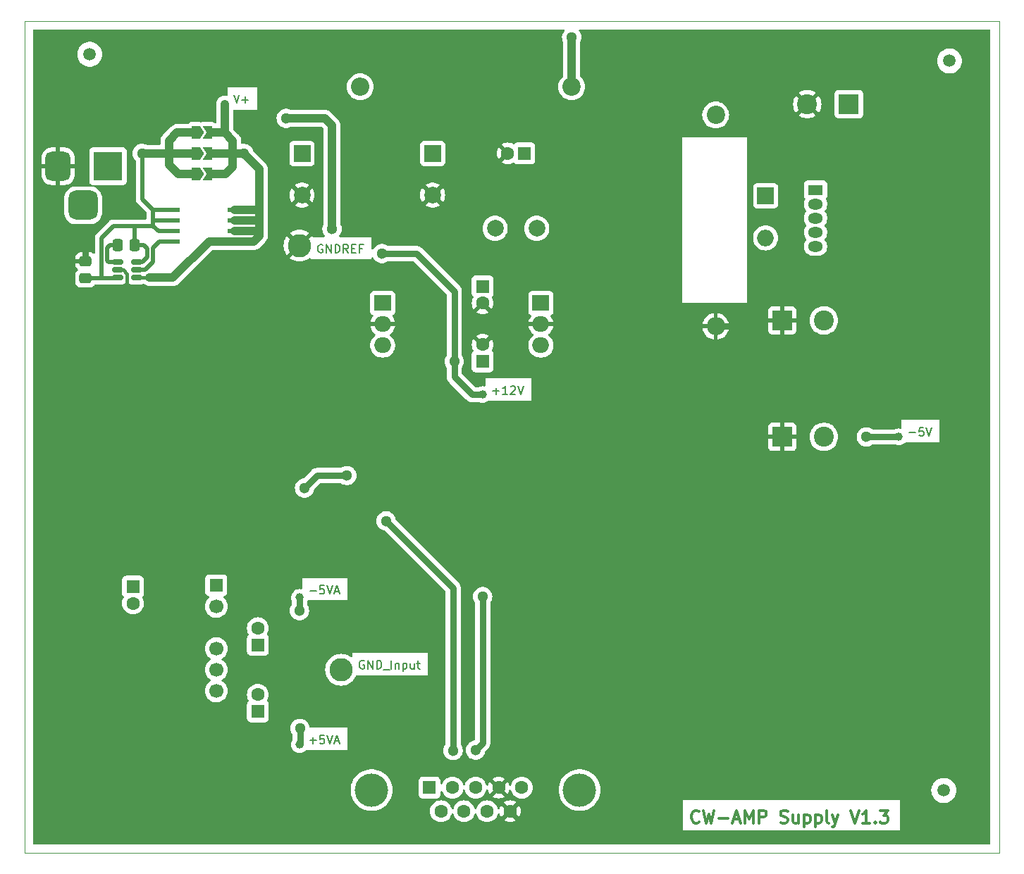
<source format=gbr>
G04 #@! TF.GenerationSoftware,KiCad,Pcbnew,7.0.2-1.fc37*
G04 #@! TF.CreationDate,2023-07-20T15:30:54+02:00*
G04 #@! TF.ProjectId,office_amp,6f666669-6365-45f6-916d-702e6b696361,V1.3*
G04 #@! TF.SameCoordinates,Original*
G04 #@! TF.FileFunction,Copper,L1,Top*
G04 #@! TF.FilePolarity,Positive*
%FSLAX46Y46*%
G04 Gerber Fmt 4.6, Leading zero omitted, Abs format (unit mm)*
G04 Created by KiCad (PCBNEW 7.0.2-1.fc37) date 2023-07-20 15:30:54*
%MOMM*%
%LPD*%
G01*
G04 APERTURE LIST*
G04 Aperture macros list*
%AMRoundRect*
0 Rectangle with rounded corners*
0 $1 Rounding radius*
0 $2 $3 $4 $5 $6 $7 $8 $9 X,Y pos of 4 corners*
0 Add a 4 corners polygon primitive as box body*
4,1,4,$2,$3,$4,$5,$6,$7,$8,$9,$2,$3,0*
0 Add four circle primitives for the rounded corners*
1,1,$1+$1,$2,$3*
1,1,$1+$1,$4,$5*
1,1,$1+$1,$6,$7*
1,1,$1+$1,$8,$9*
0 Add four rect primitives between the rounded corners*
20,1,$1+$1,$2,$3,$4,$5,0*
20,1,$1+$1,$4,$5,$6,$7,0*
20,1,$1+$1,$6,$7,$8,$9,0*
20,1,$1+$1,$8,$9,$2,$3,0*%
%AMFreePoly0*
4,1,6,1.000000,0.000000,0.500000,-0.750000,-0.500000,-0.750000,-0.500000,0.750000,0.500000,0.750000,1.000000,0.000000,1.000000,0.000000,$1*%
%AMFreePoly1*
4,1,6,0.500000,-0.750000,-0.650000,-0.750000,-0.150000,0.000000,-0.650000,0.750000,0.500000,0.750000,0.500000,-0.750000,0.500000,-0.750000,$1*%
G04 Aperture macros list end*
G04 #@! TA.AperFunction,Profile*
%ADD10C,0.100000*%
G04 #@! TD*
%ADD11C,0.150000*%
G04 #@! TA.AperFunction,NonConductor*
%ADD12C,0.150000*%
G04 #@! TD*
%ADD13C,0.300000*%
G04 #@! TA.AperFunction,NonConductor*
%ADD14C,0.300000*%
G04 #@! TD*
G04 #@! TA.AperFunction,SMDPad,CuDef*
%ADD15FreePoly0,0.000000*%
G04 #@! TD*
G04 #@! TA.AperFunction,SMDPad,CuDef*
%ADD16FreePoly1,0.000000*%
G04 #@! TD*
G04 #@! TA.AperFunction,SMDPad,CuDef*
%ADD17R,1.750000X0.550000*%
G04 #@! TD*
G04 #@! TA.AperFunction,ComponentPad*
%ADD18R,3.500000X3.500000*%
G04 #@! TD*
G04 #@! TA.AperFunction,ComponentPad*
%ADD19RoundRect,0.750000X-0.750000X-1.000000X0.750000X-1.000000X0.750000X1.000000X-0.750000X1.000000X0*%
G04 #@! TD*
G04 #@! TA.AperFunction,ComponentPad*
%ADD20RoundRect,0.875000X-0.875000X-0.875000X0.875000X-0.875000X0.875000X0.875000X-0.875000X0.875000X0*%
G04 #@! TD*
G04 #@! TA.AperFunction,SMDPad,CuDef*
%ADD21RoundRect,0.150000X-0.512500X-0.150000X0.512500X-0.150000X0.512500X0.150000X-0.512500X0.150000X0*%
G04 #@! TD*
G04 #@! TA.AperFunction,ComponentPad*
%ADD22R,2.400000X2.400000*%
G04 #@! TD*
G04 #@! TA.AperFunction,ComponentPad*
%ADD23C,2.400000*%
G04 #@! TD*
G04 #@! TA.AperFunction,ComponentPad*
%ADD24R,1.600000X1.600000*%
G04 #@! TD*
G04 #@! TA.AperFunction,ComponentPad*
%ADD25C,1.600000*%
G04 #@! TD*
G04 #@! TA.AperFunction,ComponentPad*
%ADD26C,1.700000*%
G04 #@! TD*
G04 #@! TA.AperFunction,ComponentPad*
%ADD27R,2.000000X1.905000*%
G04 #@! TD*
G04 #@! TA.AperFunction,ComponentPad*
%ADD28O,2.000000X1.905000*%
G04 #@! TD*
G04 #@! TA.AperFunction,ComponentPad*
%ADD29R,2.000000X2.000000*%
G04 #@! TD*
G04 #@! TA.AperFunction,ComponentPad*
%ADD30C,2.000000*%
G04 #@! TD*
G04 #@! TA.AperFunction,ComponentPad*
%ADD31O,2.000000X2.000000*%
G04 #@! TD*
G04 #@! TA.AperFunction,ComponentPad*
%ADD32R,1.800000X1.275000*%
G04 #@! TD*
G04 #@! TA.AperFunction,ComponentPad*
%ADD33O,1.800000X1.275000*%
G04 #@! TD*
G04 #@! TA.AperFunction,SMDPad,CuDef*
%ADD34RoundRect,0.250000X0.337500X0.475000X-0.337500X0.475000X-0.337500X-0.475000X0.337500X-0.475000X0*%
G04 #@! TD*
G04 #@! TA.AperFunction,SMDPad,CuDef*
%ADD35RoundRect,0.250000X0.475000X-0.337500X0.475000X0.337500X-0.475000X0.337500X-0.475000X-0.337500X0*%
G04 #@! TD*
G04 #@! TA.AperFunction,ComponentPad*
%ADD36C,2.200000*%
G04 #@! TD*
G04 #@! TA.AperFunction,ComponentPad*
%ADD37O,2.200000X2.200000*%
G04 #@! TD*
G04 #@! TA.AperFunction,ComponentPad*
%ADD38C,4.000000*%
G04 #@! TD*
G04 #@! TA.AperFunction,ComponentPad*
%ADD39C,2.800000*%
G04 #@! TD*
G04 #@! TA.AperFunction,SMDPad,CuDef*
%ADD40C,1.500000*%
G04 #@! TD*
G04 #@! TA.AperFunction,SMDPad,CuDef*
%ADD41C,1.000000*%
G04 #@! TD*
G04 #@! TA.AperFunction,ViaPad*
%ADD42C,1.300000*%
G04 #@! TD*
G04 #@! TA.AperFunction,Conductor*
%ADD43C,0.500000*%
G04 #@! TD*
G04 #@! TA.AperFunction,Conductor*
%ADD44C,1.000000*%
G04 #@! TD*
G04 #@! TA.AperFunction,Conductor*
%ADD45C,0.800000*%
G04 #@! TD*
G04 #@! TA.AperFunction,Conductor*
%ADD46C,0.400000*%
G04 #@! TD*
%ADD47C,0.350000*%
%ADD48O,1.000000X3.000000*%
%ADD49O,3.000000X1.000000*%
G04 APERTURE END LIST*
D10*
X90000000Y-58000000D02*
X207100000Y-58000000D01*
X207100000Y-158000000D02*
X90000000Y-158000000D01*
X207100000Y-58000000D02*
X207100000Y-158000000D01*
X90000000Y-158000000D02*
X90000000Y-58000000D01*
D11*
D12*
X130761904Y-134925238D02*
X130666666Y-134877619D01*
X130666666Y-134877619D02*
X130523809Y-134877619D01*
X130523809Y-134877619D02*
X130380952Y-134925238D01*
X130380952Y-134925238D02*
X130285714Y-135020476D01*
X130285714Y-135020476D02*
X130238095Y-135115714D01*
X130238095Y-135115714D02*
X130190476Y-135306190D01*
X130190476Y-135306190D02*
X130190476Y-135449047D01*
X130190476Y-135449047D02*
X130238095Y-135639523D01*
X130238095Y-135639523D02*
X130285714Y-135734761D01*
X130285714Y-135734761D02*
X130380952Y-135830000D01*
X130380952Y-135830000D02*
X130523809Y-135877619D01*
X130523809Y-135877619D02*
X130619047Y-135877619D01*
X130619047Y-135877619D02*
X130761904Y-135830000D01*
X130761904Y-135830000D02*
X130809523Y-135782380D01*
X130809523Y-135782380D02*
X130809523Y-135449047D01*
X130809523Y-135449047D02*
X130619047Y-135449047D01*
X131238095Y-135877619D02*
X131238095Y-134877619D01*
X131238095Y-134877619D02*
X131809523Y-135877619D01*
X131809523Y-135877619D02*
X131809523Y-134877619D01*
X132285714Y-135877619D02*
X132285714Y-134877619D01*
X132285714Y-134877619D02*
X132523809Y-134877619D01*
X132523809Y-134877619D02*
X132666666Y-134925238D01*
X132666666Y-134925238D02*
X132761904Y-135020476D01*
X132761904Y-135020476D02*
X132809523Y-135115714D01*
X132809523Y-135115714D02*
X132857142Y-135306190D01*
X132857142Y-135306190D02*
X132857142Y-135449047D01*
X132857142Y-135449047D02*
X132809523Y-135639523D01*
X132809523Y-135639523D02*
X132761904Y-135734761D01*
X132761904Y-135734761D02*
X132666666Y-135830000D01*
X132666666Y-135830000D02*
X132523809Y-135877619D01*
X132523809Y-135877619D02*
X132285714Y-135877619D01*
X133047619Y-135972857D02*
X133809523Y-135972857D01*
X134047619Y-135877619D02*
X134047619Y-134877619D01*
X134523809Y-135210952D02*
X134523809Y-135877619D01*
X134523809Y-135306190D02*
X134571428Y-135258571D01*
X134571428Y-135258571D02*
X134666666Y-135210952D01*
X134666666Y-135210952D02*
X134809523Y-135210952D01*
X134809523Y-135210952D02*
X134904761Y-135258571D01*
X134904761Y-135258571D02*
X134952380Y-135353809D01*
X134952380Y-135353809D02*
X134952380Y-135877619D01*
X135428571Y-135210952D02*
X135428571Y-136210952D01*
X135428571Y-135258571D02*
X135523809Y-135210952D01*
X135523809Y-135210952D02*
X135714285Y-135210952D01*
X135714285Y-135210952D02*
X135809523Y-135258571D01*
X135809523Y-135258571D02*
X135857142Y-135306190D01*
X135857142Y-135306190D02*
X135904761Y-135401428D01*
X135904761Y-135401428D02*
X135904761Y-135687142D01*
X135904761Y-135687142D02*
X135857142Y-135782380D01*
X135857142Y-135782380D02*
X135809523Y-135830000D01*
X135809523Y-135830000D02*
X135714285Y-135877619D01*
X135714285Y-135877619D02*
X135523809Y-135877619D01*
X135523809Y-135877619D02*
X135428571Y-135830000D01*
X136761904Y-135210952D02*
X136761904Y-135877619D01*
X136333333Y-135210952D02*
X136333333Y-135734761D01*
X136333333Y-135734761D02*
X136380952Y-135830000D01*
X136380952Y-135830000D02*
X136476190Y-135877619D01*
X136476190Y-135877619D02*
X136619047Y-135877619D01*
X136619047Y-135877619D02*
X136714285Y-135830000D01*
X136714285Y-135830000D02*
X136761904Y-135782380D01*
X137095238Y-135210952D02*
X137476190Y-135210952D01*
X137238095Y-134877619D02*
X137238095Y-135734761D01*
X137238095Y-135734761D02*
X137285714Y-135830000D01*
X137285714Y-135830000D02*
X137380952Y-135877619D01*
X137380952Y-135877619D02*
X137476190Y-135877619D01*
D11*
D12*
X124238095Y-126496666D02*
X125000000Y-126496666D01*
X125952380Y-125877619D02*
X125476190Y-125877619D01*
X125476190Y-125877619D02*
X125428571Y-126353809D01*
X125428571Y-126353809D02*
X125476190Y-126306190D01*
X125476190Y-126306190D02*
X125571428Y-126258571D01*
X125571428Y-126258571D02*
X125809523Y-126258571D01*
X125809523Y-126258571D02*
X125904761Y-126306190D01*
X125904761Y-126306190D02*
X125952380Y-126353809D01*
X125952380Y-126353809D02*
X125999999Y-126449047D01*
X125999999Y-126449047D02*
X125999999Y-126687142D01*
X125999999Y-126687142D02*
X125952380Y-126782380D01*
X125952380Y-126782380D02*
X125904761Y-126830000D01*
X125904761Y-126830000D02*
X125809523Y-126877619D01*
X125809523Y-126877619D02*
X125571428Y-126877619D01*
X125571428Y-126877619D02*
X125476190Y-126830000D01*
X125476190Y-126830000D02*
X125428571Y-126782380D01*
X126285714Y-125877619D02*
X126619047Y-126877619D01*
X126619047Y-126877619D02*
X126952380Y-125877619D01*
X127238095Y-126591904D02*
X127714285Y-126591904D01*
X127142857Y-126877619D02*
X127476190Y-125877619D01*
X127476190Y-125877619D02*
X127809523Y-126877619D01*
D11*
D12*
X115095238Y-66877619D02*
X115428571Y-67877619D01*
X115428571Y-67877619D02*
X115761904Y-66877619D01*
X116095238Y-67496666D02*
X116857143Y-67496666D01*
X116476190Y-67877619D02*
X116476190Y-67115714D01*
D11*
D12*
X125761904Y-84925238D02*
X125666666Y-84877619D01*
X125666666Y-84877619D02*
X125523809Y-84877619D01*
X125523809Y-84877619D02*
X125380952Y-84925238D01*
X125380952Y-84925238D02*
X125285714Y-85020476D01*
X125285714Y-85020476D02*
X125238095Y-85115714D01*
X125238095Y-85115714D02*
X125190476Y-85306190D01*
X125190476Y-85306190D02*
X125190476Y-85449047D01*
X125190476Y-85449047D02*
X125238095Y-85639523D01*
X125238095Y-85639523D02*
X125285714Y-85734761D01*
X125285714Y-85734761D02*
X125380952Y-85830000D01*
X125380952Y-85830000D02*
X125523809Y-85877619D01*
X125523809Y-85877619D02*
X125619047Y-85877619D01*
X125619047Y-85877619D02*
X125761904Y-85830000D01*
X125761904Y-85830000D02*
X125809523Y-85782380D01*
X125809523Y-85782380D02*
X125809523Y-85449047D01*
X125809523Y-85449047D02*
X125619047Y-85449047D01*
X126238095Y-85877619D02*
X126238095Y-84877619D01*
X126238095Y-84877619D02*
X126809523Y-85877619D01*
X126809523Y-85877619D02*
X126809523Y-84877619D01*
X127285714Y-85877619D02*
X127285714Y-84877619D01*
X127285714Y-84877619D02*
X127523809Y-84877619D01*
X127523809Y-84877619D02*
X127666666Y-84925238D01*
X127666666Y-84925238D02*
X127761904Y-85020476D01*
X127761904Y-85020476D02*
X127809523Y-85115714D01*
X127809523Y-85115714D02*
X127857142Y-85306190D01*
X127857142Y-85306190D02*
X127857142Y-85449047D01*
X127857142Y-85449047D02*
X127809523Y-85639523D01*
X127809523Y-85639523D02*
X127761904Y-85734761D01*
X127761904Y-85734761D02*
X127666666Y-85830000D01*
X127666666Y-85830000D02*
X127523809Y-85877619D01*
X127523809Y-85877619D02*
X127285714Y-85877619D01*
X128857142Y-85877619D02*
X128523809Y-85401428D01*
X128285714Y-85877619D02*
X128285714Y-84877619D01*
X128285714Y-84877619D02*
X128666666Y-84877619D01*
X128666666Y-84877619D02*
X128761904Y-84925238D01*
X128761904Y-84925238D02*
X128809523Y-84972857D01*
X128809523Y-84972857D02*
X128857142Y-85068095D01*
X128857142Y-85068095D02*
X128857142Y-85210952D01*
X128857142Y-85210952D02*
X128809523Y-85306190D01*
X128809523Y-85306190D02*
X128761904Y-85353809D01*
X128761904Y-85353809D02*
X128666666Y-85401428D01*
X128666666Y-85401428D02*
X128285714Y-85401428D01*
X129285714Y-85353809D02*
X129619047Y-85353809D01*
X129761904Y-85877619D02*
X129285714Y-85877619D01*
X129285714Y-85877619D02*
X129285714Y-84877619D01*
X129285714Y-84877619D02*
X129761904Y-84877619D01*
X130523809Y-85353809D02*
X130190476Y-85353809D01*
X130190476Y-85877619D02*
X130190476Y-84877619D01*
X130190476Y-84877619D02*
X130666666Y-84877619D01*
D11*
D12*
X146238095Y-102496666D02*
X147000000Y-102496666D01*
X146619047Y-102877619D02*
X146619047Y-102115714D01*
X147999999Y-102877619D02*
X147428571Y-102877619D01*
X147714285Y-102877619D02*
X147714285Y-101877619D01*
X147714285Y-101877619D02*
X147619047Y-102020476D01*
X147619047Y-102020476D02*
X147523809Y-102115714D01*
X147523809Y-102115714D02*
X147428571Y-102163333D01*
X148380952Y-101972857D02*
X148428571Y-101925238D01*
X148428571Y-101925238D02*
X148523809Y-101877619D01*
X148523809Y-101877619D02*
X148761904Y-101877619D01*
X148761904Y-101877619D02*
X148857142Y-101925238D01*
X148857142Y-101925238D02*
X148904761Y-101972857D01*
X148904761Y-101972857D02*
X148952380Y-102068095D01*
X148952380Y-102068095D02*
X148952380Y-102163333D01*
X148952380Y-102163333D02*
X148904761Y-102306190D01*
X148904761Y-102306190D02*
X148333333Y-102877619D01*
X148333333Y-102877619D02*
X148952380Y-102877619D01*
X149238095Y-101877619D02*
X149571428Y-102877619D01*
X149571428Y-102877619D02*
X149904761Y-101877619D01*
D11*
D12*
X196238095Y-107496666D02*
X197000000Y-107496666D01*
X197952380Y-106877619D02*
X197476190Y-106877619D01*
X197476190Y-106877619D02*
X197428571Y-107353809D01*
X197428571Y-107353809D02*
X197476190Y-107306190D01*
X197476190Y-107306190D02*
X197571428Y-107258571D01*
X197571428Y-107258571D02*
X197809523Y-107258571D01*
X197809523Y-107258571D02*
X197904761Y-107306190D01*
X197904761Y-107306190D02*
X197952380Y-107353809D01*
X197952380Y-107353809D02*
X197999999Y-107449047D01*
X197999999Y-107449047D02*
X197999999Y-107687142D01*
X197999999Y-107687142D02*
X197952380Y-107782380D01*
X197952380Y-107782380D02*
X197904761Y-107830000D01*
X197904761Y-107830000D02*
X197809523Y-107877619D01*
X197809523Y-107877619D02*
X197571428Y-107877619D01*
X197571428Y-107877619D02*
X197476190Y-107830000D01*
X197476190Y-107830000D02*
X197428571Y-107782380D01*
X198285714Y-106877619D02*
X198619047Y-107877619D01*
X198619047Y-107877619D02*
X198952380Y-106877619D01*
D13*
D14*
X171014285Y-154273571D02*
X170942857Y-154345000D01*
X170942857Y-154345000D02*
X170728571Y-154416428D01*
X170728571Y-154416428D02*
X170585714Y-154416428D01*
X170585714Y-154416428D02*
X170371428Y-154345000D01*
X170371428Y-154345000D02*
X170228571Y-154202142D01*
X170228571Y-154202142D02*
X170157142Y-154059285D01*
X170157142Y-154059285D02*
X170085714Y-153773571D01*
X170085714Y-153773571D02*
X170085714Y-153559285D01*
X170085714Y-153559285D02*
X170157142Y-153273571D01*
X170157142Y-153273571D02*
X170228571Y-153130714D01*
X170228571Y-153130714D02*
X170371428Y-152987857D01*
X170371428Y-152987857D02*
X170585714Y-152916428D01*
X170585714Y-152916428D02*
X170728571Y-152916428D01*
X170728571Y-152916428D02*
X170942857Y-152987857D01*
X170942857Y-152987857D02*
X171014285Y-153059285D01*
X171514285Y-152916428D02*
X171871428Y-154416428D01*
X171871428Y-154416428D02*
X172157142Y-153345000D01*
X172157142Y-153345000D02*
X172442857Y-154416428D01*
X172442857Y-154416428D02*
X172800000Y-152916428D01*
X173371428Y-153845000D02*
X174514286Y-153845000D01*
X175157143Y-153987857D02*
X175871429Y-153987857D01*
X175014286Y-154416428D02*
X175514286Y-152916428D01*
X175514286Y-152916428D02*
X176014286Y-154416428D01*
X176514285Y-154416428D02*
X176514285Y-152916428D01*
X176514285Y-152916428D02*
X177014285Y-153987857D01*
X177014285Y-153987857D02*
X177514285Y-152916428D01*
X177514285Y-152916428D02*
X177514285Y-154416428D01*
X178228571Y-154416428D02*
X178228571Y-152916428D01*
X178228571Y-152916428D02*
X178800000Y-152916428D01*
X178800000Y-152916428D02*
X178942857Y-152987857D01*
X178942857Y-152987857D02*
X179014286Y-153059285D01*
X179014286Y-153059285D02*
X179085714Y-153202142D01*
X179085714Y-153202142D02*
X179085714Y-153416428D01*
X179085714Y-153416428D02*
X179014286Y-153559285D01*
X179014286Y-153559285D02*
X178942857Y-153630714D01*
X178942857Y-153630714D02*
X178800000Y-153702142D01*
X178800000Y-153702142D02*
X178228571Y-153702142D01*
X180800000Y-154345000D02*
X181014286Y-154416428D01*
X181014286Y-154416428D02*
X181371428Y-154416428D01*
X181371428Y-154416428D02*
X181514286Y-154345000D01*
X181514286Y-154345000D02*
X181585714Y-154273571D01*
X181585714Y-154273571D02*
X181657143Y-154130714D01*
X181657143Y-154130714D02*
X181657143Y-153987857D01*
X181657143Y-153987857D02*
X181585714Y-153845000D01*
X181585714Y-153845000D02*
X181514286Y-153773571D01*
X181514286Y-153773571D02*
X181371428Y-153702142D01*
X181371428Y-153702142D02*
X181085714Y-153630714D01*
X181085714Y-153630714D02*
X180942857Y-153559285D01*
X180942857Y-153559285D02*
X180871428Y-153487857D01*
X180871428Y-153487857D02*
X180800000Y-153345000D01*
X180800000Y-153345000D02*
X180800000Y-153202142D01*
X180800000Y-153202142D02*
X180871428Y-153059285D01*
X180871428Y-153059285D02*
X180942857Y-152987857D01*
X180942857Y-152987857D02*
X181085714Y-152916428D01*
X181085714Y-152916428D02*
X181442857Y-152916428D01*
X181442857Y-152916428D02*
X181657143Y-152987857D01*
X182942857Y-153416428D02*
X182942857Y-154416428D01*
X182299999Y-153416428D02*
X182299999Y-154202142D01*
X182299999Y-154202142D02*
X182371428Y-154345000D01*
X182371428Y-154345000D02*
X182514285Y-154416428D01*
X182514285Y-154416428D02*
X182728571Y-154416428D01*
X182728571Y-154416428D02*
X182871428Y-154345000D01*
X182871428Y-154345000D02*
X182942857Y-154273571D01*
X183657142Y-153416428D02*
X183657142Y-154916428D01*
X183657142Y-153487857D02*
X183800000Y-153416428D01*
X183800000Y-153416428D02*
X184085714Y-153416428D01*
X184085714Y-153416428D02*
X184228571Y-153487857D01*
X184228571Y-153487857D02*
X184300000Y-153559285D01*
X184300000Y-153559285D02*
X184371428Y-153702142D01*
X184371428Y-153702142D02*
X184371428Y-154130714D01*
X184371428Y-154130714D02*
X184300000Y-154273571D01*
X184300000Y-154273571D02*
X184228571Y-154345000D01*
X184228571Y-154345000D02*
X184085714Y-154416428D01*
X184085714Y-154416428D02*
X183800000Y-154416428D01*
X183800000Y-154416428D02*
X183657142Y-154345000D01*
X185014285Y-153416428D02*
X185014285Y-154916428D01*
X185014285Y-153487857D02*
X185157143Y-153416428D01*
X185157143Y-153416428D02*
X185442857Y-153416428D01*
X185442857Y-153416428D02*
X185585714Y-153487857D01*
X185585714Y-153487857D02*
X185657143Y-153559285D01*
X185657143Y-153559285D02*
X185728571Y-153702142D01*
X185728571Y-153702142D02*
X185728571Y-154130714D01*
X185728571Y-154130714D02*
X185657143Y-154273571D01*
X185657143Y-154273571D02*
X185585714Y-154345000D01*
X185585714Y-154345000D02*
X185442857Y-154416428D01*
X185442857Y-154416428D02*
X185157143Y-154416428D01*
X185157143Y-154416428D02*
X185014285Y-154345000D01*
X186585714Y-154416428D02*
X186442857Y-154345000D01*
X186442857Y-154345000D02*
X186371428Y-154202142D01*
X186371428Y-154202142D02*
X186371428Y-152916428D01*
X187014285Y-153416428D02*
X187371428Y-154416428D01*
X187728571Y-153416428D02*
X187371428Y-154416428D01*
X187371428Y-154416428D02*
X187228571Y-154773571D01*
X187228571Y-154773571D02*
X187157142Y-154845000D01*
X187157142Y-154845000D02*
X187014285Y-154916428D01*
X189228571Y-152916428D02*
X189728571Y-154416428D01*
X189728571Y-154416428D02*
X190228571Y-152916428D01*
X191514285Y-154416428D02*
X190657142Y-154416428D01*
X191085713Y-154416428D02*
X191085713Y-152916428D01*
X191085713Y-152916428D02*
X190942856Y-153130714D01*
X190942856Y-153130714D02*
X190799999Y-153273571D01*
X190799999Y-153273571D02*
X190657142Y-153345000D01*
X192157141Y-154273571D02*
X192228570Y-154345000D01*
X192228570Y-154345000D02*
X192157141Y-154416428D01*
X192157141Y-154416428D02*
X192085713Y-154345000D01*
X192085713Y-154345000D02*
X192157141Y-154273571D01*
X192157141Y-154273571D02*
X192157141Y-154416428D01*
X192728570Y-152916428D02*
X193657142Y-152916428D01*
X193657142Y-152916428D02*
X193157142Y-153487857D01*
X193157142Y-153487857D02*
X193371427Y-153487857D01*
X193371427Y-153487857D02*
X193514285Y-153559285D01*
X193514285Y-153559285D02*
X193585713Y-153630714D01*
X193585713Y-153630714D02*
X193657142Y-153773571D01*
X193657142Y-153773571D02*
X193657142Y-154130714D01*
X193657142Y-154130714D02*
X193585713Y-154273571D01*
X193585713Y-154273571D02*
X193514285Y-154345000D01*
X193514285Y-154345000D02*
X193371427Y-154416428D01*
X193371427Y-154416428D02*
X192942856Y-154416428D01*
X192942856Y-154416428D02*
X192799999Y-154345000D01*
X192799999Y-154345000D02*
X192728570Y-154273571D01*
D11*
D12*
X124238095Y-144496666D02*
X125000000Y-144496666D01*
X124619047Y-144877619D02*
X124619047Y-144115714D01*
X125952380Y-143877619D02*
X125476190Y-143877619D01*
X125476190Y-143877619D02*
X125428571Y-144353809D01*
X125428571Y-144353809D02*
X125476190Y-144306190D01*
X125476190Y-144306190D02*
X125571428Y-144258571D01*
X125571428Y-144258571D02*
X125809523Y-144258571D01*
X125809523Y-144258571D02*
X125904761Y-144306190D01*
X125904761Y-144306190D02*
X125952380Y-144353809D01*
X125952380Y-144353809D02*
X125999999Y-144449047D01*
X125999999Y-144449047D02*
X125999999Y-144687142D01*
X125999999Y-144687142D02*
X125952380Y-144782380D01*
X125952380Y-144782380D02*
X125904761Y-144830000D01*
X125904761Y-144830000D02*
X125809523Y-144877619D01*
X125809523Y-144877619D02*
X125571428Y-144877619D01*
X125571428Y-144877619D02*
X125476190Y-144830000D01*
X125476190Y-144830000D02*
X125428571Y-144782380D01*
X126285714Y-143877619D02*
X126619047Y-144877619D01*
X126619047Y-144877619D02*
X126952380Y-143877619D01*
X127238095Y-144591904D02*
X127714285Y-144591904D01*
X127142857Y-144877619D02*
X127476190Y-143877619D01*
X127476190Y-143877619D02*
X127809523Y-144877619D01*
D15*
X110550000Y-71417677D03*
D16*
X112000000Y-71417677D03*
D17*
X115175000Y-80717677D03*
X115175000Y-81987677D03*
X115175000Y-83257677D03*
X115175000Y-84527677D03*
X107775000Y-84527677D03*
X107775000Y-80717677D03*
X107775000Y-81987677D03*
X107775000Y-83257677D03*
D18*
X100000000Y-75460177D03*
D19*
X94000000Y-75460177D03*
D20*
X97000000Y-80160177D03*
D21*
X101137500Y-86967677D03*
X101137500Y-87917677D03*
X101137500Y-88867677D03*
X103412500Y-88867677D03*
X103412500Y-87917677D03*
X103412500Y-86967677D03*
D22*
X181000000Y-94000000D03*
D23*
X186000000Y-94000000D03*
D24*
X103000000Y-126000000D03*
D25*
X103000000Y-128000000D03*
D24*
X113000000Y-125840000D03*
D26*
X113000000Y-128380000D03*
X113000000Y-133460000D03*
X113000000Y-136000000D03*
X113000000Y-138540000D03*
D27*
X152000000Y-91920000D03*
D28*
X152000000Y-94460000D03*
X152000000Y-97000000D03*
D24*
X150000000Y-73920000D03*
D25*
X148000000Y-73920000D03*
D29*
X123300000Y-73950000D03*
D30*
X123300000Y-78950000D03*
D22*
X181000000Y-108000000D03*
D23*
X186000000Y-108000000D03*
D29*
X139000000Y-73920000D03*
D30*
X139000000Y-78920000D03*
D29*
X179000000Y-79000000D03*
D31*
X179000000Y-84080000D03*
D32*
X185000000Y-78300000D03*
D33*
X185000000Y-80000000D03*
X185000000Y-81700000D03*
X185000000Y-83400000D03*
X185000000Y-85100000D03*
D15*
X110550000Y-73917677D03*
D16*
X112000000Y-73917677D03*
D34*
X103225000Y-84917677D03*
X101150000Y-84917677D03*
D35*
X97275000Y-88955177D03*
X97275000Y-86880177D03*
D22*
X189000000Y-68000000D03*
D23*
X184000000Y-68000000D03*
D24*
X145000000Y-98920000D03*
D25*
X145000000Y-96920000D03*
D36*
X173000000Y-69300000D03*
D37*
X173000000Y-94700000D03*
D24*
X145000000Y-89920000D03*
D25*
X145000000Y-91920000D03*
D36*
X155700000Y-65920000D03*
D37*
X130300000Y-65920000D03*
D24*
X118000000Y-133000000D03*
D25*
X118000000Y-131000000D03*
D24*
X118000000Y-141000000D03*
D25*
X118000000Y-139000000D03*
D38*
X131655000Y-150460000D03*
X156655000Y-150460000D03*
D24*
X138615000Y-150160000D03*
D25*
X141385000Y-150160000D03*
X144155000Y-150160000D03*
X146925000Y-150160000D03*
X149695000Y-150160000D03*
X140000000Y-153000000D03*
X142770000Y-153000000D03*
X145540000Y-153000000D03*
X148310000Y-153000000D03*
D39*
X123000000Y-85000000D03*
X128000000Y-136000000D03*
D15*
X110550000Y-76417677D03*
D16*
X112000000Y-76417677D03*
D40*
X97800000Y-62000000D03*
D41*
X114000000Y-68000000D03*
D40*
X201100000Y-62800000D03*
D41*
X195000000Y-108000000D03*
D30*
X151500000Y-82920000D03*
X146500000Y-82920000D03*
D41*
X123000000Y-145000000D03*
D27*
X133000000Y-91920000D03*
D28*
X133000000Y-94460000D03*
X133000000Y-97000000D03*
D40*
X200400000Y-150500000D03*
D41*
X145000000Y-102920000D03*
X123000000Y-127300000D03*
D42*
X123600000Y-114150000D03*
X155700000Y-59950000D03*
X116300000Y-73917677D03*
X128700000Y-112650000D03*
X121400000Y-69700000D03*
X126900000Y-83000000D03*
X133400000Y-118100000D03*
X141450000Y-145700000D03*
X123050000Y-143050000D03*
X123000000Y-128900000D03*
X104100000Y-73917677D03*
X191100000Y-108000000D03*
X191950000Y-81000000D03*
X97300000Y-85117677D03*
X132900000Y-85950000D03*
X145000000Y-127200000D03*
X144150000Y-145650000D03*
X141600000Y-98950000D03*
D43*
X100100000Y-86967677D02*
X99900000Y-86767677D01*
X101137500Y-86967677D02*
X100100000Y-86967677D01*
X99900000Y-86767677D02*
X99900000Y-85267677D01*
X101150000Y-84917677D02*
X100250000Y-84917677D01*
X100250000Y-84917677D02*
X99900000Y-85267677D01*
D44*
X115000000Y-73917677D02*
X116300000Y-73917677D01*
X118200000Y-75817677D02*
X116300000Y-73917677D01*
D45*
X125100000Y-112650000D02*
X123600000Y-114150000D01*
D44*
X115175000Y-84527677D02*
X112140000Y-84527677D01*
D46*
X112000000Y-76417677D02*
X112700000Y-76417677D01*
D44*
X126900000Y-70550000D02*
X126900000Y-83000000D01*
X118200000Y-80667677D02*
X118200000Y-75817677D01*
X117490000Y-84527677D02*
X118200000Y-83817677D01*
X118150000Y-80717677D02*
X118200000Y-80667677D01*
X121400000Y-69700000D02*
X126050000Y-69700000D01*
D45*
X128700000Y-112650000D02*
X125100000Y-112650000D01*
D44*
X115000000Y-73917677D02*
X115000000Y-75517677D01*
X118180000Y-81987677D02*
X118200000Y-81967677D01*
X114000000Y-71417677D02*
X114000000Y-68000000D01*
X114100000Y-76417677D02*
X112700000Y-76417677D01*
D46*
X103412500Y-88867677D02*
X105000000Y-88867677D01*
X112000000Y-73917677D02*
X112700000Y-73917677D01*
D44*
X115000000Y-72417677D02*
X115000000Y-73917677D01*
X126050000Y-69700000D02*
X126900000Y-70550000D01*
X112140000Y-84527677D02*
X107800000Y-88867677D01*
X115175000Y-80717677D02*
X118150000Y-80717677D01*
X107800000Y-88867677D02*
X105000000Y-88867677D01*
X118200000Y-83817677D02*
X118200000Y-83217677D01*
X112700000Y-71417677D02*
X114000000Y-71417677D01*
X115175000Y-83257677D02*
X118160000Y-83257677D01*
X115175000Y-84527677D02*
X117490000Y-84527677D01*
X155700000Y-65920000D02*
X155700000Y-59950000D01*
X115000000Y-73917677D02*
X112700000Y-73917677D01*
D46*
X112000000Y-71417677D02*
X112700000Y-71417677D01*
D44*
X118200000Y-81967677D02*
X118200000Y-80667677D01*
X115000000Y-72417677D02*
X114000000Y-71417677D01*
X118200000Y-83217677D02*
X118200000Y-81967677D01*
X115175000Y-81987677D02*
X118180000Y-81987677D01*
X118160000Y-83257677D02*
X118200000Y-83217677D01*
X115000000Y-75517677D02*
X114100000Y-76417677D01*
D45*
X133400000Y-118100000D02*
X140350000Y-125050000D01*
X140350000Y-125050000D02*
X141450000Y-126150000D01*
X141450000Y-126150000D02*
X141450000Y-145700000D01*
X123050000Y-144950000D02*
X123000000Y-145000000D01*
X123050000Y-143050000D02*
X123050000Y-144950000D01*
X123000000Y-128900000D02*
X123000000Y-127300000D01*
D43*
X103225000Y-84917677D02*
X103225000Y-82642677D01*
D44*
X107300000Y-73917677D02*
X110550000Y-73917677D01*
D43*
X105470000Y-81987677D02*
X105400000Y-81917677D01*
X104100000Y-79417677D02*
X104100000Y-73917677D01*
X103412500Y-86967677D02*
X104150000Y-86967677D01*
D44*
X107300000Y-73917677D02*
X107300000Y-75317677D01*
X108300000Y-71417677D02*
X107300000Y-72417677D01*
D43*
X99200000Y-88955177D02*
X101050000Y-88955177D01*
X100650000Y-82617677D02*
X99200000Y-84067677D01*
D44*
X110550000Y-71417677D02*
X108300000Y-71417677D01*
D43*
X105400000Y-81917677D02*
X105400000Y-82617677D01*
X105400000Y-80717677D02*
X105400000Y-81917677D01*
X105400000Y-80717677D02*
X104100000Y-79417677D01*
X104700000Y-85367677D02*
X104250000Y-84917677D01*
X97275000Y-88955177D02*
X99200000Y-88955177D01*
D44*
X107300000Y-72417677D02*
X107300000Y-73917677D01*
D43*
X103225000Y-84917677D02*
X104250000Y-84917677D01*
X107775000Y-80717677D02*
X105400000Y-80717677D01*
X107775000Y-81987677D02*
X105470000Y-81987677D01*
X105400000Y-82617677D02*
X103250000Y-82617677D01*
X104150000Y-86967677D02*
X104700000Y-86417677D01*
X103225000Y-82642677D02*
X103250000Y-82617677D01*
X105400000Y-82617677D02*
X106040000Y-83257677D01*
X104700000Y-86417677D02*
X104700000Y-85367677D01*
X101050000Y-88955177D02*
X101137500Y-88867677D01*
X99200000Y-84067677D02*
X99200000Y-88955177D01*
D44*
X108400000Y-76417677D02*
X110550000Y-76417677D01*
D43*
X106040000Y-83257677D02*
X107775000Y-83257677D01*
D44*
X107300000Y-75317677D02*
X108400000Y-76417677D01*
X107300000Y-73917677D02*
X104100000Y-73917677D01*
D43*
X103250000Y-82617677D02*
X100650000Y-82617677D01*
D45*
X191100000Y-108000000D02*
X195000000Y-108000000D01*
D46*
X101600000Y-90517677D02*
X95500000Y-90517677D01*
X102300000Y-89817677D02*
X101600000Y-90517677D01*
D45*
X177950000Y-97250000D02*
X181000000Y-97250000D01*
D46*
X102300000Y-88417677D02*
X102300000Y-89817677D01*
X95000000Y-90017677D02*
X95000000Y-87717677D01*
D45*
X189350000Y-97250000D02*
X191950000Y-94650000D01*
X173000000Y-94700000D02*
X175400000Y-94700000D01*
D46*
X95000000Y-87717677D02*
X95837500Y-86880177D01*
D45*
X175400000Y-94700000D02*
X177950000Y-97250000D01*
X97275000Y-86880177D02*
X97275000Y-85142677D01*
D46*
X101137500Y-87917677D02*
X101800000Y-87917677D01*
X101800000Y-87917677D02*
X102300000Y-88417677D01*
D45*
X181000000Y-97250000D02*
X189350000Y-97250000D01*
X191950000Y-94650000D02*
X191950000Y-81000000D01*
X97275000Y-85142677D02*
X97300000Y-85117677D01*
D46*
X95500000Y-90517677D02*
X95000000Y-90017677D01*
X95837500Y-86880177D02*
X97275000Y-86880177D01*
D45*
X143720000Y-102920000D02*
X145000000Y-102920000D01*
X145000000Y-127200000D02*
X145000000Y-144800000D01*
X141600000Y-100800000D02*
X143720000Y-102920000D01*
X141600000Y-98950000D02*
X141600000Y-100800000D01*
X137050000Y-85950000D02*
X132900000Y-85950000D01*
X141600000Y-98950000D02*
X141600000Y-95200000D01*
X141600000Y-90500000D02*
X137050000Y-85950000D01*
X141600000Y-95200000D02*
X141600000Y-90500000D01*
X145000000Y-144800000D02*
X144150000Y-145650000D01*
D43*
X106190000Y-84527677D02*
X107775000Y-84527677D01*
X103412500Y-87917677D02*
X104500000Y-87917677D01*
X105400000Y-87017677D02*
X105400000Y-85317677D01*
X104500000Y-87917677D02*
X105400000Y-87017677D01*
X105400000Y-85317677D02*
X106190000Y-84527677D01*
G04 #@! TA.AperFunction,Conductor*
G36*
X154783697Y-59019685D02*
G01*
X154829452Y-59072489D01*
X154839396Y-59141647D01*
X154815612Y-59198727D01*
X154710803Y-59337516D01*
X154615101Y-59529710D01*
X154556346Y-59736211D01*
X154536537Y-59949999D01*
X154556346Y-60163788D01*
X154615101Y-60370288D01*
X154678500Y-60497608D01*
X154691500Y-60552880D01*
X154691500Y-64608857D01*
X154671815Y-64675896D01*
X154648032Y-64703147D01*
X154559101Y-64779102D01*
X154394671Y-64971625D01*
X154262385Y-65187496D01*
X154165494Y-65421409D01*
X154106391Y-65667595D01*
X154086526Y-65920000D01*
X154106391Y-66172404D01*
X154165494Y-66418590D01*
X154173012Y-66436739D01*
X154262384Y-66652502D01*
X154394672Y-66868376D01*
X154559102Y-67060898D01*
X154751624Y-67225328D01*
X154967498Y-67357616D01*
X155201409Y-67454505D01*
X155447597Y-67513609D01*
X155700000Y-67533474D01*
X155952403Y-67513609D01*
X156198591Y-67454505D01*
X156432502Y-67357616D01*
X156648376Y-67225328D01*
X156840898Y-67060898D01*
X157005328Y-66868376D01*
X157137616Y-66652502D01*
X157234505Y-66418591D01*
X157293609Y-66172403D01*
X157313474Y-65920000D01*
X157293609Y-65667597D01*
X157234505Y-65421409D01*
X157137616Y-65187498D01*
X157005328Y-64971624D01*
X156840898Y-64779102D01*
X156840898Y-64779101D01*
X156751968Y-64703147D01*
X156713775Y-64644639D01*
X156708500Y-64608857D01*
X156708500Y-62800000D01*
X199594356Y-62800000D01*
X199614891Y-63047816D01*
X199614891Y-63047819D01*
X199614892Y-63047821D01*
X199675937Y-63288881D01*
X199715392Y-63378829D01*
X199775825Y-63516604D01*
X199775827Y-63516607D01*
X199911836Y-63724785D01*
X200080256Y-63907738D01*
X200080259Y-63907740D01*
X200276485Y-64060470D01*
X200276487Y-64060471D01*
X200276491Y-64060474D01*
X200495190Y-64178828D01*
X200730386Y-64259571D01*
X200975665Y-64300500D01*
X201224335Y-64300500D01*
X201469614Y-64259571D01*
X201704810Y-64178828D01*
X201923509Y-64060474D01*
X202119744Y-63907738D01*
X202288164Y-63724785D01*
X202424173Y-63516607D01*
X202524063Y-63288881D01*
X202585108Y-63047821D01*
X202605643Y-62800000D01*
X202585108Y-62552179D01*
X202524063Y-62311119D01*
X202424173Y-62083393D01*
X202288164Y-61875215D01*
X202119744Y-61692262D01*
X202097612Y-61675036D01*
X201923514Y-61539529D01*
X201923510Y-61539526D01*
X201923509Y-61539526D01*
X201704810Y-61421172D01*
X201704806Y-61421170D01*
X201704805Y-61421170D01*
X201469615Y-61340429D01*
X201224335Y-61299500D01*
X200975665Y-61299500D01*
X200730384Y-61340429D01*
X200495194Y-61421170D01*
X200276485Y-61539529D01*
X200080259Y-61692259D01*
X199911837Y-61875214D01*
X199775825Y-62083395D01*
X199675938Y-62311117D01*
X199614891Y-62552183D01*
X199594356Y-62800000D01*
X156708500Y-62800000D01*
X156708500Y-60552880D01*
X156721500Y-60497608D01*
X156784898Y-60370288D01*
X156843653Y-60163788D01*
X156846525Y-60132785D01*
X156863463Y-59950000D01*
X156843653Y-59736214D01*
X156843653Y-59736211D01*
X156784898Y-59529710D01*
X156689196Y-59337516D01*
X156584388Y-59198727D01*
X156559696Y-59133365D01*
X156574261Y-59065031D01*
X156623459Y-59015418D01*
X156683342Y-59000000D01*
X205876000Y-59000000D01*
X205943039Y-59019685D01*
X205988794Y-59072489D01*
X206000000Y-59124000D01*
X206000000Y-156876000D01*
X205980315Y-156943039D01*
X205927511Y-156988794D01*
X205876000Y-157000000D01*
X91124000Y-157000000D01*
X91056961Y-156980315D01*
X91011206Y-156927511D01*
X91000000Y-156876000D01*
X91000000Y-153000000D01*
X138686501Y-153000000D01*
X138706456Y-153228084D01*
X138706457Y-153228087D01*
X138764934Y-153446326D01*
X138765717Y-153449246D01*
X138862474Y-153656744D01*
X138862476Y-153656746D01*
X138862477Y-153656749D01*
X138993802Y-153844300D01*
X139155700Y-154006198D01*
X139343251Y-154137523D01*
X139550757Y-154234284D01*
X139771913Y-154293543D01*
X139902479Y-154304966D01*
X139999999Y-154313498D01*
X139999999Y-154313497D01*
X140000000Y-154313498D01*
X140228087Y-154293543D01*
X140449243Y-154234284D01*
X140656749Y-154137523D01*
X140844300Y-154006198D01*
X141006198Y-153844300D01*
X141137523Y-153656749D01*
X141234284Y-153449243D01*
X141265225Y-153333767D01*
X141301590Y-153274109D01*
X141364437Y-153243580D01*
X141433813Y-153251875D01*
X141487691Y-153296360D01*
X141504774Y-153333766D01*
X141535716Y-153449243D01*
X141535717Y-153449246D01*
X141632474Y-153656744D01*
X141632476Y-153656746D01*
X141632477Y-153656749D01*
X141763802Y-153844300D01*
X141925700Y-154006198D01*
X142113251Y-154137523D01*
X142320757Y-154234284D01*
X142541913Y-154293543D01*
X142770000Y-154313498D01*
X142998087Y-154293543D01*
X143219243Y-154234284D01*
X143426749Y-154137523D01*
X143614300Y-154006198D01*
X143776198Y-153844300D01*
X143907523Y-153656749D01*
X144004284Y-153449243D01*
X144035225Y-153333767D01*
X144071590Y-153274109D01*
X144134437Y-153243580D01*
X144203813Y-153251875D01*
X144257691Y-153296360D01*
X144274774Y-153333766D01*
X144305716Y-153449243D01*
X144305717Y-153449246D01*
X144402474Y-153656744D01*
X144402476Y-153656746D01*
X144402477Y-153656749D01*
X144533802Y-153844300D01*
X144695700Y-154006198D01*
X144883251Y-154137523D01*
X145090757Y-154234284D01*
X145311913Y-154293543D01*
X145540000Y-154313498D01*
X145768087Y-154293543D01*
X145989243Y-154234284D01*
X146196749Y-154137523D01*
X146384300Y-154006198D01*
X146546198Y-153844300D01*
X146677523Y-153656749D01*
X146774284Y-153449243D01*
X146809625Y-153317349D01*
X146845989Y-153257691D01*
X146908836Y-153227162D01*
X146978212Y-153235457D01*
X147032090Y-153279942D01*
X147049174Y-153317351D01*
X147083733Y-153446326D01*
X147179866Y-153652484D01*
X147230972Y-153725471D01*
X147230974Y-153725472D01*
X147826922Y-153129523D01*
X147850507Y-153209844D01*
X147928239Y-153330798D01*
X148036900Y-153424952D01*
X148167685Y-153484680D01*
X148177466Y-153486086D01*
X147584526Y-154079025D01*
X147584526Y-154079026D01*
X147657515Y-154130133D01*
X147863673Y-154226266D01*
X148083397Y-154285141D01*
X148310000Y-154304966D01*
X148536602Y-154285141D01*
X148756326Y-154226266D01*
X148962480Y-154130134D01*
X149035472Y-154079025D01*
X148442534Y-153486086D01*
X148452315Y-153484680D01*
X148583100Y-153424952D01*
X148691761Y-153330798D01*
X148769493Y-153209844D01*
X148793076Y-153129523D01*
X149389025Y-153725472D01*
X149440134Y-153652480D01*
X149536266Y-153446326D01*
X149595141Y-153226602D01*
X149614966Y-153000000D01*
X149595141Y-152773397D01*
X149536266Y-152553673D01*
X149440133Y-152347515D01*
X149389025Y-152274526D01*
X148793076Y-152870475D01*
X148769493Y-152790156D01*
X148691761Y-152669202D01*
X148583100Y-152575048D01*
X148452315Y-152515320D01*
X148442533Y-152513913D01*
X149035472Y-151920974D01*
X149035471Y-151920972D01*
X148962484Y-151869866D01*
X148756326Y-151773733D01*
X148536602Y-151714858D01*
X148309999Y-151695033D01*
X148083397Y-151714858D01*
X147863672Y-151773733D01*
X147657516Y-151869865D01*
X147584527Y-151920973D01*
X147584526Y-151920973D01*
X148177467Y-152513913D01*
X148167685Y-152515320D01*
X148036900Y-152575048D01*
X147928239Y-152669202D01*
X147850507Y-152790156D01*
X147826923Y-152870476D01*
X147230973Y-152274526D01*
X147230973Y-152274527D01*
X147179865Y-152347516D01*
X147083733Y-152553673D01*
X147049174Y-152682648D01*
X147012808Y-152742308D01*
X146949961Y-152772837D01*
X146880586Y-152764542D01*
X146826708Y-152720056D01*
X146809624Y-152682648D01*
X146805225Y-152666230D01*
X146774284Y-152550757D01*
X146702425Y-152396654D01*
X146677525Y-152343255D01*
X146677524Y-152343254D01*
X146677523Y-152343251D01*
X146546198Y-152155700D01*
X146384300Y-151993802D01*
X146196749Y-151862477D01*
X146196746Y-151862476D01*
X146196744Y-151862474D01*
X145989246Y-151765717D01*
X145989243Y-151765716D01*
X145799440Y-151714858D01*
X145768084Y-151706456D01*
X145539999Y-151686501D01*
X145311915Y-151706456D01*
X145090753Y-151765717D01*
X144883255Y-151862474D01*
X144695696Y-151993805D01*
X144533805Y-152155696D01*
X144533802Y-152155699D01*
X144533802Y-152155700D01*
X144514514Y-152183246D01*
X144402474Y-152343255D01*
X144305717Y-152550753D01*
X144274775Y-152666230D01*
X144238410Y-152725890D01*
X144175562Y-152756419D01*
X144106187Y-152748124D01*
X144052309Y-152703639D01*
X144035225Y-152666230D01*
X144029924Y-152646446D01*
X144004284Y-152550757D01*
X143932425Y-152396654D01*
X143907525Y-152343255D01*
X143907524Y-152343254D01*
X143907523Y-152343251D01*
X143776198Y-152155700D01*
X143614300Y-151993802D01*
X143426749Y-151862477D01*
X143426746Y-151862476D01*
X143426744Y-151862474D01*
X143219246Y-151765717D01*
X143219243Y-151765716D01*
X143029440Y-151714858D01*
X142998084Y-151706456D01*
X142770000Y-151686501D01*
X142541915Y-151706456D01*
X142320753Y-151765717D01*
X142113255Y-151862474D01*
X141925696Y-151993805D01*
X141763805Y-152155696D01*
X141763802Y-152155699D01*
X141763802Y-152155700D01*
X141744514Y-152183246D01*
X141632474Y-152343255D01*
X141535717Y-152550753D01*
X141504775Y-152666230D01*
X141468410Y-152725890D01*
X141405562Y-152756419D01*
X141336187Y-152748124D01*
X141282309Y-152703639D01*
X141265225Y-152666230D01*
X141259924Y-152646446D01*
X141234284Y-152550757D01*
X141162425Y-152396654D01*
X141137525Y-152343255D01*
X141137524Y-152343254D01*
X141137523Y-152343251D01*
X141006198Y-152155700D01*
X140844300Y-151993802D01*
X140656749Y-151862477D01*
X140656746Y-151862476D01*
X140656744Y-151862474D01*
X140449246Y-151765717D01*
X140449243Y-151765716D01*
X140259440Y-151714858D01*
X140228084Y-151706456D01*
X140000000Y-151686501D01*
X139771915Y-151706456D01*
X139550753Y-151765717D01*
X139343255Y-151862474D01*
X139155696Y-151993805D01*
X138993805Y-152155696D01*
X138993802Y-152155699D01*
X138993802Y-152155700D01*
X138974514Y-152183246D01*
X138862474Y-152343255D01*
X138765717Y-152550753D01*
X138706456Y-152771915D01*
X138686501Y-153000000D01*
X91000000Y-153000000D01*
X91000000Y-150460000D01*
X129141540Y-150460000D01*
X129141785Y-150463894D01*
X129159647Y-150747816D01*
X129161359Y-150775020D01*
X129162086Y-150778832D01*
X129162088Y-150778846D01*
X129205924Y-151008638D01*
X129220505Y-151085072D01*
X129318044Y-151385266D01*
X129319701Y-151388789D01*
X129319703Y-151388792D01*
X129450779Y-151667345D01*
X129450784Y-151667354D01*
X129452438Y-151670869D01*
X129621568Y-151937375D01*
X129822767Y-152180582D01*
X130052860Y-152396654D01*
X130308221Y-152582184D01*
X130311628Y-152584057D01*
X130529145Y-152703639D01*
X130584821Y-152734247D01*
X130878298Y-152850443D01*
X131184025Y-152928940D01*
X131497179Y-152968500D01*
X131501074Y-152968500D01*
X131808926Y-152968500D01*
X131812821Y-152968500D01*
X132125975Y-152928940D01*
X132431702Y-152850443D01*
X132725179Y-152734247D01*
X133001779Y-152582184D01*
X133257140Y-152396654D01*
X133487233Y-152180582D01*
X133688432Y-151937375D01*
X133857562Y-151670869D01*
X133991956Y-151385266D01*
X134089495Y-151085072D01*
X134104076Y-151008638D01*
X137306500Y-151008638D01*
X137306852Y-151011918D01*
X137306853Y-151011924D01*
X137313011Y-151069205D01*
X137364110Y-151206203D01*
X137451738Y-151323261D01*
X137568796Y-151410889D01*
X137705794Y-151461988D01*
X137705797Y-151461988D01*
X137705799Y-151461989D01*
X137766362Y-151468500D01*
X137769672Y-151468500D01*
X139460328Y-151468500D01*
X139463638Y-151468500D01*
X139524201Y-151461989D01*
X139524203Y-151461988D01*
X139524205Y-151461988D01*
X139602124Y-151432924D01*
X139661204Y-151410889D01*
X139778261Y-151323261D01*
X139865889Y-151206204D01*
X139909686Y-151088782D01*
X139916988Y-151069205D01*
X139916988Y-151069203D01*
X139916989Y-151069201D01*
X139923500Y-151008638D01*
X139923500Y-150681303D01*
X139943185Y-150614265D01*
X139995989Y-150568510D01*
X140065147Y-150558566D01*
X140128703Y-150587591D01*
X140159882Y-150628900D01*
X140247474Y-150816744D01*
X140247476Y-150816746D01*
X140247477Y-150816749D01*
X140378802Y-151004300D01*
X140540700Y-151166198D01*
X140728251Y-151297523D01*
X140935757Y-151394284D01*
X141156913Y-151453543D01*
X141385000Y-151473498D01*
X141613087Y-151453543D01*
X141834243Y-151394284D01*
X142041749Y-151297523D01*
X142229300Y-151166198D01*
X142391198Y-151004300D01*
X142522523Y-150816749D01*
X142619284Y-150609243D01*
X142650225Y-150493767D01*
X142686590Y-150434109D01*
X142749437Y-150403580D01*
X142818813Y-150411875D01*
X142872691Y-150456360D01*
X142889774Y-150493766D01*
X142920716Y-150609243D01*
X142920717Y-150609246D01*
X143017474Y-150816744D01*
X143017476Y-150816746D01*
X143017477Y-150816749D01*
X143148802Y-151004300D01*
X143310700Y-151166198D01*
X143498251Y-151297523D01*
X143705757Y-151394284D01*
X143926913Y-151453543D01*
X144057479Y-151464966D01*
X144154999Y-151473498D01*
X144154999Y-151473497D01*
X144155000Y-151473498D01*
X144383087Y-151453543D01*
X144604243Y-151394284D01*
X144811749Y-151297523D01*
X144999300Y-151166198D01*
X145161198Y-151004300D01*
X145292523Y-150816749D01*
X145389284Y-150609243D01*
X145424625Y-150477349D01*
X145460989Y-150417691D01*
X145523836Y-150387162D01*
X145593212Y-150395457D01*
X145647090Y-150439942D01*
X145664174Y-150477351D01*
X145698733Y-150606326D01*
X145794866Y-150812484D01*
X145845972Y-150885471D01*
X145845974Y-150885472D01*
X146441922Y-150289523D01*
X146465507Y-150369844D01*
X146543239Y-150490798D01*
X146651900Y-150584952D01*
X146782685Y-150644680D01*
X146792466Y-150646086D01*
X146199526Y-151239025D01*
X146199526Y-151239026D01*
X146272515Y-151290133D01*
X146478673Y-151386266D01*
X146698397Y-151445141D01*
X146924999Y-151464966D01*
X147151602Y-151445141D01*
X147371326Y-151386266D01*
X147577480Y-151290134D01*
X147650472Y-151239025D01*
X147057534Y-150646086D01*
X147067315Y-150644680D01*
X147198100Y-150584952D01*
X147306761Y-150490798D01*
X147384493Y-150369844D01*
X147408076Y-150289523D01*
X148004025Y-150885472D01*
X148055134Y-150812480D01*
X148151266Y-150606325D01*
X148185825Y-150477352D01*
X148222190Y-150417691D01*
X148285037Y-150387162D01*
X148354412Y-150395457D01*
X148408290Y-150439942D01*
X148425375Y-150477351D01*
X148431444Y-150499999D01*
X148459934Y-150606326D01*
X148460717Y-150609246D01*
X148557474Y-150816744D01*
X148557476Y-150816746D01*
X148557477Y-150816749D01*
X148688802Y-151004300D01*
X148850700Y-151166198D01*
X149038251Y-151297523D01*
X149245757Y-151394284D01*
X149466913Y-151453543D01*
X149695000Y-151473498D01*
X149923087Y-151453543D01*
X150144243Y-151394284D01*
X150351749Y-151297523D01*
X150539300Y-151166198D01*
X150701198Y-151004300D01*
X150832523Y-150816749D01*
X150929284Y-150609243D01*
X150969274Y-150460000D01*
X154141540Y-150460000D01*
X154141785Y-150463894D01*
X154159647Y-150747816D01*
X154161359Y-150775020D01*
X154162086Y-150778832D01*
X154162088Y-150778846D01*
X154205924Y-151008638D01*
X154220505Y-151085072D01*
X154318044Y-151385266D01*
X154319701Y-151388789D01*
X154319703Y-151388792D01*
X154450779Y-151667345D01*
X154450784Y-151667354D01*
X154452438Y-151670869D01*
X154621568Y-151937375D01*
X154822767Y-152180582D01*
X155052860Y-152396654D01*
X155308221Y-152582184D01*
X155311628Y-152584057D01*
X155529145Y-152703639D01*
X155584821Y-152734247D01*
X155878298Y-152850443D01*
X156184025Y-152928940D01*
X156497179Y-152968500D01*
X156501074Y-152968500D01*
X156808926Y-152968500D01*
X156812821Y-152968500D01*
X157125975Y-152928940D01*
X157431702Y-152850443D01*
X157725179Y-152734247D01*
X158001779Y-152582184D01*
X158257140Y-152396654D01*
X158487233Y-152180582D01*
X158688432Y-151937375D01*
X158857562Y-151670869D01*
X158878104Y-151627214D01*
X169077214Y-151627214D01*
X169077214Y-155322786D01*
X195115642Y-155322786D01*
X195115642Y-151627214D01*
X169077214Y-151627214D01*
X158878104Y-151627214D01*
X158991956Y-151385266D01*
X159089495Y-151085072D01*
X159148641Y-150775020D01*
X159165944Y-150499999D01*
X198894356Y-150499999D01*
X198914891Y-150747816D01*
X198914891Y-150747819D01*
X198914892Y-150747821D01*
X198975937Y-150988881D01*
X199016450Y-151081242D01*
X199075825Y-151216604D01*
X199075827Y-151216607D01*
X199211836Y-151424785D01*
X199380256Y-151607738D01*
X199380259Y-151607740D01*
X199576485Y-151760470D01*
X199576487Y-151760471D01*
X199576491Y-151760474D01*
X199795190Y-151878828D01*
X200030386Y-151959571D01*
X200275665Y-152000500D01*
X200524335Y-152000500D01*
X200769614Y-151959571D01*
X201004810Y-151878828D01*
X201223509Y-151760474D01*
X201419744Y-151607738D01*
X201588164Y-151424785D01*
X201724173Y-151216607D01*
X201824063Y-150988881D01*
X201885108Y-150747821D01*
X201905643Y-150500000D01*
X201885108Y-150252179D01*
X201824063Y-150011119D01*
X201724173Y-149783393D01*
X201588164Y-149575215D01*
X201419744Y-149392262D01*
X201397612Y-149375036D01*
X201223514Y-149239529D01*
X201223510Y-149239526D01*
X201223509Y-149239526D01*
X201004810Y-149121172D01*
X201004806Y-149121170D01*
X201004805Y-149121170D01*
X200769615Y-149040429D01*
X200524335Y-148999500D01*
X200275665Y-148999500D01*
X200030384Y-149040429D01*
X199795194Y-149121170D01*
X199576485Y-149239529D01*
X199380259Y-149392259D01*
X199380256Y-149392261D01*
X199380256Y-149392262D01*
X199278082Y-149503253D01*
X199211837Y-149575214D01*
X199075825Y-149783395D01*
X198975938Y-150011117D01*
X198914891Y-150252183D01*
X198894356Y-150499999D01*
X159165944Y-150499999D01*
X159168460Y-150460000D01*
X159148641Y-150144980D01*
X159089495Y-149834928D01*
X158991956Y-149534734D01*
X158857562Y-149249131D01*
X158688432Y-148982625D01*
X158487233Y-148739418D01*
X158257140Y-148523346D01*
X158001779Y-148337816D01*
X157998376Y-148335945D01*
X157998371Y-148335942D01*
X157728587Y-148187626D01*
X157728579Y-148187622D01*
X157725179Y-148185753D01*
X157721560Y-148184320D01*
X157435327Y-148070992D01*
X157435323Y-148070990D01*
X157431702Y-148069557D01*
X157427928Y-148068588D01*
X157427922Y-148068586D01*
X157129747Y-147992028D01*
X157129739Y-147992026D01*
X157125975Y-147991060D01*
X157122124Y-147990573D01*
X157122111Y-147990571D01*
X156816687Y-147951988D01*
X156816680Y-147951987D01*
X156812821Y-147951500D01*
X156497179Y-147951500D01*
X156493320Y-147951987D01*
X156493312Y-147951988D01*
X156187888Y-147990571D01*
X156187872Y-147990573D01*
X156184025Y-147991060D01*
X156180263Y-147992025D01*
X156180252Y-147992028D01*
X155882077Y-148068586D01*
X155882066Y-148068589D01*
X155878298Y-148069557D01*
X155874680Y-148070989D01*
X155874672Y-148070992D01*
X155588439Y-148184320D01*
X155588431Y-148184323D01*
X155584821Y-148185753D01*
X155581426Y-148187619D01*
X155581412Y-148187626D01*
X155311628Y-148335942D01*
X155311616Y-148335949D01*
X155308221Y-148337816D01*
X155305077Y-148340099D01*
X155305071Y-148340104D01*
X155056016Y-148521052D01*
X155056005Y-148521060D01*
X155052860Y-148523346D01*
X155050025Y-148526007D01*
X155050018Y-148526014D01*
X154825604Y-148736753D01*
X154825597Y-148736760D01*
X154822767Y-148739418D01*
X154820292Y-148742409D01*
X154820288Y-148742414D01*
X154624043Y-148979632D01*
X154624035Y-148979642D01*
X154621568Y-148982625D01*
X154619492Y-148985895D01*
X154619487Y-148985903D01*
X154454523Y-149245845D01*
X154452438Y-149249131D01*
X154450787Y-149252638D01*
X154450779Y-149252654D01*
X154319703Y-149531207D01*
X154319699Y-149531216D01*
X154318044Y-149534734D01*
X154316840Y-149538439D01*
X154316839Y-149538442D01*
X154221710Y-149831217D01*
X154221707Y-149831228D01*
X154220505Y-149834928D01*
X154219776Y-149838748D01*
X154219774Y-149838757D01*
X154162088Y-150141153D01*
X154162085Y-150141169D01*
X154161359Y-150144980D01*
X154141540Y-150460000D01*
X150969274Y-150460000D01*
X150988543Y-150388087D01*
X151008498Y-150160000D01*
X150988543Y-149931913D01*
X150929284Y-149710757D01*
X150832523Y-149503251D01*
X150701198Y-149315700D01*
X150539300Y-149153802D01*
X150351749Y-149022477D01*
X150351746Y-149022476D01*
X150351744Y-149022474D01*
X150144246Y-148925717D01*
X150144243Y-148925716D01*
X149954440Y-148874858D01*
X149923084Y-148866456D01*
X149694999Y-148846501D01*
X149466915Y-148866456D01*
X149245753Y-148925717D01*
X149038255Y-149022474D01*
X148850696Y-149153805D01*
X148688805Y-149315696D01*
X148557474Y-149503255D01*
X148460717Y-149710752D01*
X148425375Y-149842649D01*
X148389009Y-149902309D01*
X148326162Y-149932837D01*
X148256786Y-149924542D01*
X148202909Y-149880056D01*
X148185825Y-149842648D01*
X148151266Y-149713672D01*
X148055133Y-149507515D01*
X148004025Y-149434526D01*
X147408076Y-150030475D01*
X147384493Y-149950156D01*
X147306761Y-149829202D01*
X147198100Y-149735048D01*
X147067315Y-149675320D01*
X147057533Y-149673913D01*
X147650472Y-149080974D01*
X147650471Y-149080972D01*
X147577484Y-149029866D01*
X147371326Y-148933733D01*
X147151602Y-148874858D01*
X146925000Y-148855033D01*
X146698397Y-148874858D01*
X146478672Y-148933733D01*
X146272516Y-149029865D01*
X146199527Y-149080973D01*
X146199526Y-149080973D01*
X146792467Y-149673913D01*
X146782685Y-149675320D01*
X146651900Y-149735048D01*
X146543239Y-149829202D01*
X146465507Y-149950156D01*
X146441923Y-150030476D01*
X145845973Y-149434526D01*
X145845973Y-149434527D01*
X145794865Y-149507516D01*
X145698733Y-149713673D01*
X145664174Y-149842648D01*
X145627808Y-149902308D01*
X145564961Y-149932837D01*
X145495586Y-149924542D01*
X145441708Y-149880056D01*
X145424624Y-149842649D01*
X145389284Y-149710757D01*
X145292523Y-149503251D01*
X145161198Y-149315700D01*
X144999300Y-149153802D01*
X144811749Y-149022477D01*
X144811746Y-149022476D01*
X144811744Y-149022474D01*
X144604246Y-148925717D01*
X144604243Y-148925716D01*
X144414440Y-148874858D01*
X144383084Y-148866456D01*
X144155000Y-148846501D01*
X143926915Y-148866456D01*
X143705753Y-148925717D01*
X143498255Y-149022474D01*
X143310696Y-149153805D01*
X143148805Y-149315696D01*
X143017474Y-149503255D01*
X142920717Y-149710753D01*
X142889775Y-149826230D01*
X142853410Y-149885890D01*
X142790562Y-149916419D01*
X142721187Y-149908124D01*
X142667309Y-149863639D01*
X142650225Y-149826230D01*
X142638747Y-149783395D01*
X142619284Y-149710757D01*
X142522523Y-149503251D01*
X142391198Y-149315700D01*
X142229300Y-149153802D01*
X142041749Y-149022477D01*
X142041746Y-149022476D01*
X142041744Y-149022474D01*
X141834246Y-148925717D01*
X141834243Y-148925716D01*
X141644440Y-148874858D01*
X141613084Y-148866456D01*
X141384999Y-148846501D01*
X141156915Y-148866456D01*
X140935753Y-148925717D01*
X140728255Y-149022474D01*
X140540696Y-149153805D01*
X140378805Y-149315696D01*
X140378802Y-149315699D01*
X140378802Y-149315700D01*
X140295599Y-149434527D01*
X140247476Y-149503253D01*
X140159882Y-149691100D01*
X140113710Y-149743539D01*
X140046516Y-149762691D01*
X139979635Y-149742475D01*
X139934301Y-149689310D01*
X139923500Y-149638695D01*
X139923500Y-149314671D01*
X139923500Y-149311362D01*
X139916989Y-149250799D01*
X139916988Y-149250797D01*
X139916988Y-149250794D01*
X139865889Y-149113796D01*
X139778261Y-148996738D01*
X139661203Y-148909110D01*
X139524205Y-148858011D01*
X139466924Y-148851853D01*
X139466918Y-148851852D01*
X139463638Y-148851500D01*
X137766362Y-148851500D01*
X137763082Y-148851852D01*
X137763075Y-148851853D01*
X137705794Y-148858011D01*
X137568796Y-148909110D01*
X137451738Y-148996738D01*
X137364110Y-149113796D01*
X137313011Y-149250794D01*
X137306853Y-149308075D01*
X137306500Y-149311362D01*
X137306500Y-151008638D01*
X134104076Y-151008638D01*
X134148641Y-150775020D01*
X134168460Y-150460000D01*
X134148641Y-150144980D01*
X134089495Y-149834928D01*
X133991956Y-149534734D01*
X133857562Y-149249131D01*
X133688432Y-148982625D01*
X133487233Y-148739418D01*
X133257140Y-148523346D01*
X133001779Y-148337816D01*
X132998376Y-148335945D01*
X132998371Y-148335942D01*
X132728587Y-148187626D01*
X132728579Y-148187622D01*
X132725179Y-148185753D01*
X132721560Y-148184320D01*
X132435327Y-148070992D01*
X132435323Y-148070990D01*
X132431702Y-148069557D01*
X132427928Y-148068588D01*
X132427922Y-148068586D01*
X132129747Y-147992028D01*
X132129739Y-147992026D01*
X132125975Y-147991060D01*
X132122124Y-147990573D01*
X132122111Y-147990571D01*
X131816687Y-147951988D01*
X131816680Y-147951987D01*
X131812821Y-147951500D01*
X131497179Y-147951500D01*
X131493320Y-147951987D01*
X131493312Y-147951988D01*
X131187888Y-147990571D01*
X131187872Y-147990573D01*
X131184025Y-147991060D01*
X131180263Y-147992025D01*
X131180252Y-147992028D01*
X130882077Y-148068586D01*
X130882066Y-148068589D01*
X130878298Y-148069557D01*
X130874680Y-148070989D01*
X130874672Y-148070992D01*
X130588439Y-148184320D01*
X130588431Y-148184323D01*
X130584821Y-148185753D01*
X130581426Y-148187619D01*
X130581412Y-148187626D01*
X130311628Y-148335942D01*
X130311616Y-148335949D01*
X130308221Y-148337816D01*
X130305077Y-148340099D01*
X130305071Y-148340104D01*
X130056016Y-148521052D01*
X130056005Y-148521060D01*
X130052860Y-148523346D01*
X130050025Y-148526007D01*
X130050018Y-148526014D01*
X129825604Y-148736753D01*
X129825597Y-148736760D01*
X129822767Y-148739418D01*
X129820292Y-148742409D01*
X129820288Y-148742414D01*
X129624043Y-148979632D01*
X129624035Y-148979642D01*
X129621568Y-148982625D01*
X129619492Y-148985895D01*
X129619487Y-148985903D01*
X129454523Y-149245845D01*
X129452438Y-149249131D01*
X129450787Y-149252638D01*
X129450779Y-149252654D01*
X129319703Y-149531207D01*
X129319699Y-149531216D01*
X129318044Y-149534734D01*
X129316840Y-149538439D01*
X129316839Y-149538442D01*
X129221710Y-149831217D01*
X129221707Y-149831228D01*
X129220505Y-149834928D01*
X129219776Y-149838748D01*
X129219774Y-149838757D01*
X129162088Y-150141153D01*
X129162085Y-150141169D01*
X129161359Y-150144980D01*
X129141540Y-150460000D01*
X91000000Y-150460000D01*
X91000000Y-143050000D01*
X121886537Y-143050000D01*
X121906346Y-143263788D01*
X121965101Y-143470289D01*
X122060803Y-143662483D01*
X122060804Y-143662484D01*
X122116454Y-143736177D01*
X122141146Y-143801537D01*
X122141500Y-143810903D01*
X122141500Y-144435692D01*
X122126859Y-144494142D01*
X122065730Y-144608509D01*
X122063759Y-144612196D01*
X122006091Y-144802301D01*
X121986620Y-144999999D01*
X122006091Y-145197698D01*
X122006092Y-145197701D01*
X122063759Y-145387804D01*
X122157405Y-145563004D01*
X122283432Y-145716568D01*
X122436996Y-145842595D01*
X122612196Y-145936241D01*
X122802299Y-145993908D01*
X123000000Y-146013380D01*
X123197701Y-145993908D01*
X123387804Y-145936241D01*
X123563004Y-145842595D01*
X123716568Y-145716568D01*
X123732879Y-145696692D01*
X123790625Y-145657358D01*
X123828733Y-145651357D01*
X128731119Y-145651357D01*
X128731119Y-142973643D01*
X124319429Y-142973643D01*
X124252390Y-142953958D01*
X124206635Y-142901154D01*
X124195958Y-142861085D01*
X124195276Y-142853729D01*
X124193653Y-142836214D01*
X124183670Y-142801129D01*
X124134898Y-142629710D01*
X124039195Y-142437513D01*
X123909811Y-142266180D01*
X123751143Y-142121536D01*
X123568598Y-142008509D01*
X123368401Y-141930952D01*
X123368398Y-141930951D01*
X123368397Y-141930951D01*
X123157351Y-141891500D01*
X122942649Y-141891500D01*
X122731603Y-141930951D01*
X122731598Y-141930952D01*
X122531401Y-142008509D01*
X122348856Y-142121536D01*
X122190188Y-142266180D01*
X122060804Y-142437513D01*
X121965101Y-142629710D01*
X121906346Y-142836211D01*
X121886537Y-143050000D01*
X91000000Y-143050000D01*
X91000000Y-138540000D01*
X111636843Y-138540000D01*
X111655435Y-138764363D01*
X111710705Y-138982618D01*
X111801138Y-139188788D01*
X111801140Y-139188791D01*
X111924278Y-139377268D01*
X112076760Y-139542906D01*
X112254424Y-139681189D01*
X112452426Y-139788342D01*
X112665365Y-139861444D01*
X112887431Y-139898500D01*
X113112569Y-139898500D01*
X113334635Y-139861444D01*
X113547574Y-139788342D01*
X113745576Y-139681189D01*
X113923240Y-139542906D01*
X114075722Y-139377268D01*
X114198860Y-139188791D01*
X114281671Y-139000000D01*
X116686501Y-139000000D01*
X116706456Y-139228084D01*
X116706457Y-139228087D01*
X116746430Y-139377269D01*
X116765717Y-139449246D01*
X116862475Y-139656746D01*
X116862476Y-139656748D01*
X116862477Y-139656749D01*
X116867410Y-139663795D01*
X116889739Y-139729999D01*
X116872730Y-139797766D01*
X116840152Y-139834183D01*
X116836739Y-139836738D01*
X116749110Y-139953796D01*
X116698011Y-140090794D01*
X116691853Y-140148075D01*
X116691500Y-140151362D01*
X116691500Y-141848638D01*
X116691852Y-141851918D01*
X116691853Y-141851924D01*
X116698011Y-141909205D01*
X116749110Y-142046203D01*
X116836738Y-142163261D01*
X116953796Y-142250889D01*
X117090794Y-142301988D01*
X117090797Y-142301988D01*
X117090799Y-142301989D01*
X117151362Y-142308500D01*
X117154672Y-142308500D01*
X118845328Y-142308500D01*
X118848638Y-142308500D01*
X118909201Y-142301989D01*
X118909203Y-142301988D01*
X118909205Y-142301988D01*
X118987124Y-142272924D01*
X119046204Y-142250889D01*
X119163261Y-142163261D01*
X119250889Y-142046204D01*
X119272924Y-141987124D01*
X119301988Y-141909205D01*
X119301988Y-141909203D01*
X119301989Y-141909201D01*
X119308500Y-141848638D01*
X119308500Y-140151362D01*
X119301989Y-140090799D01*
X119301988Y-140090797D01*
X119301988Y-140090794D01*
X119250889Y-139953796D01*
X119163262Y-139836740D01*
X119163261Y-139836739D01*
X119159853Y-139834187D01*
X119117981Y-139778256D01*
X119112995Y-139708564D01*
X119132588Y-139663795D01*
X119137523Y-139656749D01*
X119234284Y-139449243D01*
X119293543Y-139228087D01*
X119313498Y-139000000D01*
X119293543Y-138771913D01*
X119234284Y-138550757D01*
X119137523Y-138343251D01*
X119006198Y-138155700D01*
X118844300Y-137993802D01*
X118656749Y-137862477D01*
X118656746Y-137862476D01*
X118656744Y-137862474D01*
X118449246Y-137765717D01*
X118449243Y-137765716D01*
X118338665Y-137736086D01*
X118228084Y-137706456D01*
X117999999Y-137686501D01*
X117771915Y-137706456D01*
X117550753Y-137765717D01*
X117343255Y-137862474D01*
X117155696Y-137993805D01*
X116993805Y-138155696D01*
X116862474Y-138343255D01*
X116765717Y-138550753D01*
X116706456Y-138771915D01*
X116686501Y-139000000D01*
X114281671Y-139000000D01*
X114289296Y-138982616D01*
X114344564Y-138764368D01*
X114363156Y-138540000D01*
X114344564Y-138315632D01*
X114289296Y-138097384D01*
X114198860Y-137891209D01*
X114075722Y-137702732D01*
X113923240Y-137537094D01*
X113745576Y-137398811D01*
X113745575Y-137398810D01*
X113709067Y-137379053D01*
X113659477Y-137329833D01*
X113644370Y-137261616D01*
X113668541Y-137196061D01*
X113709066Y-137160946D01*
X113745576Y-137141189D01*
X113923240Y-137002906D01*
X114075722Y-136837268D01*
X114198860Y-136648791D01*
X114289296Y-136442616D01*
X114344564Y-136224368D01*
X114363156Y-136000000D01*
X126086624Y-136000000D01*
X126106100Y-136272302D01*
X126164128Y-136539055D01*
X126164130Y-136539060D01*
X126205056Y-136648788D01*
X126259534Y-136794847D01*
X126390365Y-137034447D01*
X126470271Y-137141188D01*
X126553968Y-137252994D01*
X126747006Y-137446032D01*
X126910914Y-137568732D01*
X126965552Y-137609634D01*
X127098874Y-137682433D01*
X127205155Y-137740467D01*
X127460940Y-137835870D01*
X127460943Y-137835870D01*
X127460944Y-137835871D01*
X127498910Y-137844130D01*
X127727698Y-137893900D01*
X128000000Y-137913375D01*
X128272302Y-137893900D01*
X128539060Y-137835870D01*
X128794845Y-137740467D01*
X129034449Y-137609633D01*
X129252994Y-137446032D01*
X129446032Y-137252994D01*
X129609633Y-137034449D01*
X129717302Y-136837269D01*
X129740467Y-136794846D01*
X129763898Y-136732024D01*
X129805769Y-136676090D01*
X129871233Y-136651673D01*
X129880080Y-136651357D01*
X138397786Y-136651357D01*
X138397786Y-133973643D01*
X129348643Y-133973643D01*
X129348643Y-134377849D01*
X129328958Y-134444888D01*
X129276154Y-134490643D01*
X129206996Y-134500587D01*
X129150333Y-134477116D01*
X129034450Y-134390367D01*
X128794847Y-134259534D01*
X128794846Y-134259533D01*
X128794845Y-134259533D01*
X128539060Y-134164130D01*
X128539055Y-134164128D01*
X128272302Y-134106100D01*
X128000000Y-134086624D01*
X127727697Y-134106100D01*
X127460944Y-134164128D01*
X127205152Y-134259534D01*
X126965552Y-134390365D01*
X126747003Y-134553970D01*
X126553970Y-134747003D01*
X126390365Y-134965552D01*
X126259534Y-135205152D01*
X126164128Y-135460944D01*
X126106100Y-135727697D01*
X126086624Y-136000000D01*
X114363156Y-136000000D01*
X114344564Y-135775632D01*
X114289296Y-135557384D01*
X114198860Y-135351209D01*
X114075722Y-135162732D01*
X113923240Y-134997094D01*
X113745576Y-134858811D01*
X113745575Y-134858810D01*
X113709067Y-134839053D01*
X113659477Y-134789833D01*
X113644370Y-134721616D01*
X113668541Y-134656061D01*
X113709066Y-134620946D01*
X113745576Y-134601189D01*
X113923240Y-134462906D01*
X114075722Y-134297268D01*
X114198860Y-134108791D01*
X114289296Y-133902616D01*
X114344564Y-133684368D01*
X114363156Y-133460000D01*
X114344564Y-133235632D01*
X114289296Y-133017384D01*
X114198860Y-132811209D01*
X114075722Y-132622732D01*
X113923240Y-132457094D01*
X113745576Y-132318811D01*
X113547574Y-132211658D01*
X113547573Y-132211657D01*
X113547572Y-132211657D01*
X113334636Y-132138556D01*
X113112569Y-132101500D01*
X112887431Y-132101500D01*
X112665363Y-132138556D01*
X112452427Y-132211657D01*
X112254424Y-132318811D01*
X112076760Y-132457094D01*
X111924279Y-132622730D01*
X111801138Y-132811211D01*
X111710705Y-133017381D01*
X111655435Y-133235636D01*
X111636843Y-133460000D01*
X111655435Y-133684363D01*
X111655435Y-133684366D01*
X111655436Y-133684368D01*
X111710704Y-133902616D01*
X111713594Y-133909205D01*
X111801138Y-134108788D01*
X111801140Y-134108791D01*
X111924278Y-134297268D01*
X112076760Y-134462906D01*
X112254424Y-134601189D01*
X112254426Y-134601190D01*
X112290931Y-134620946D01*
X112340521Y-134670165D01*
X112355629Y-134738382D01*
X112331458Y-134803937D01*
X112290931Y-134839054D01*
X112254426Y-134858809D01*
X112076760Y-134997094D01*
X111924279Y-135162730D01*
X111801138Y-135351211D01*
X111710705Y-135557381D01*
X111655435Y-135775636D01*
X111636843Y-136000000D01*
X111655435Y-136224363D01*
X111710705Y-136442618D01*
X111801138Y-136648788D01*
X111801140Y-136648791D01*
X111924278Y-136837268D01*
X112076760Y-137002906D01*
X112254424Y-137141189D01*
X112254426Y-137141190D01*
X112290931Y-137160946D01*
X112340521Y-137210165D01*
X112355629Y-137278382D01*
X112331458Y-137343937D01*
X112290931Y-137379054D01*
X112254426Y-137398809D01*
X112076760Y-137537094D01*
X111924279Y-137702730D01*
X111801138Y-137891211D01*
X111710705Y-138097381D01*
X111710704Y-138097384D01*
X111655436Y-138315632D01*
X111655435Y-138315636D01*
X111636843Y-138540000D01*
X91000000Y-138540000D01*
X91000000Y-131000000D01*
X116686501Y-131000000D01*
X116706456Y-131228084D01*
X116765717Y-131449246D01*
X116862475Y-131656746D01*
X116862476Y-131656748D01*
X116862477Y-131656749D01*
X116867410Y-131663795D01*
X116889739Y-131729999D01*
X116872730Y-131797766D01*
X116840152Y-131834183D01*
X116836739Y-131836738D01*
X116749110Y-131953796D01*
X116698011Y-132090794D01*
X116691853Y-132148075D01*
X116691500Y-132151362D01*
X116691500Y-133848638D01*
X116691852Y-133851918D01*
X116691853Y-133851924D01*
X116698011Y-133909205D01*
X116749110Y-134046203D01*
X116836738Y-134163261D01*
X116953796Y-134250889D01*
X117090794Y-134301988D01*
X117090797Y-134301988D01*
X117090799Y-134301989D01*
X117151362Y-134308500D01*
X117154672Y-134308500D01*
X118845328Y-134308500D01*
X118848638Y-134308500D01*
X118909201Y-134301989D01*
X118909203Y-134301988D01*
X118909205Y-134301988D01*
X118987124Y-134272924D01*
X119046204Y-134250889D01*
X119163261Y-134163261D01*
X119250889Y-134046204D01*
X119301989Y-133909201D01*
X119308500Y-133848638D01*
X119308500Y-132151362D01*
X119301989Y-132090799D01*
X119301988Y-132090797D01*
X119301988Y-132090794D01*
X119250889Y-131953796D01*
X119163262Y-131836740D01*
X119163261Y-131836739D01*
X119159853Y-131834187D01*
X119117981Y-131778256D01*
X119112995Y-131708564D01*
X119132588Y-131663795D01*
X119137523Y-131656749D01*
X119234284Y-131449243D01*
X119293543Y-131228087D01*
X119313498Y-131000000D01*
X119293543Y-130771913D01*
X119234284Y-130550757D01*
X119137523Y-130343251D01*
X119006198Y-130155700D01*
X118844300Y-129993802D01*
X118656749Y-129862477D01*
X118656746Y-129862476D01*
X118656744Y-129862474D01*
X118449246Y-129765717D01*
X118449243Y-129765716D01*
X118338665Y-129736086D01*
X118228084Y-129706456D01*
X118000000Y-129686501D01*
X117771915Y-129706456D01*
X117550753Y-129765717D01*
X117343255Y-129862474D01*
X117343250Y-129862477D01*
X117343251Y-129862477D01*
X117230411Y-129941489D01*
X117155696Y-129993805D01*
X116993805Y-130155696D01*
X116862474Y-130343255D01*
X116765717Y-130550753D01*
X116706456Y-130771915D01*
X116686501Y-131000000D01*
X91000000Y-131000000D01*
X91000000Y-128000000D01*
X101686501Y-128000000D01*
X101706456Y-128228084D01*
X101765717Y-128449246D01*
X101862474Y-128656744D01*
X101862476Y-128656746D01*
X101862477Y-128656749D01*
X101993802Y-128844300D01*
X102155700Y-129006198D01*
X102343251Y-129137523D01*
X102550757Y-129234284D01*
X102771913Y-129293543D01*
X102923970Y-129306846D01*
X102999999Y-129313498D01*
X102999999Y-129313497D01*
X103000000Y-129313498D01*
X103228087Y-129293543D01*
X103449243Y-129234284D01*
X103656749Y-129137523D01*
X103844300Y-129006198D01*
X104006198Y-128844300D01*
X104137523Y-128656749D01*
X104234284Y-128449243D01*
X104252838Y-128380000D01*
X111636843Y-128380000D01*
X111655435Y-128604363D01*
X111655435Y-128604366D01*
X111655436Y-128604368D01*
X111676162Y-128686214D01*
X111710705Y-128822618D01*
X111801138Y-129028788D01*
X111801140Y-129028791D01*
X111924278Y-129217268D01*
X112076760Y-129382906D01*
X112254424Y-129521189D01*
X112452426Y-129628342D01*
X112665365Y-129701444D01*
X112887431Y-129738500D01*
X113112569Y-129738500D01*
X113334635Y-129701444D01*
X113547574Y-129628342D01*
X113745576Y-129521189D01*
X113923240Y-129382906D01*
X114075722Y-129217268D01*
X114198860Y-129028791D01*
X114255353Y-128900000D01*
X121836537Y-128900000D01*
X121856346Y-129113788D01*
X121915101Y-129320289D01*
X122010804Y-129512486D01*
X122140188Y-129683819D01*
X122283473Y-129814439D01*
X122298857Y-129828464D01*
X122390128Y-129884976D01*
X122481401Y-129941490D01*
X122662938Y-130011818D01*
X122681603Y-130019049D01*
X122892649Y-130058500D01*
X122892651Y-130058500D01*
X123107349Y-130058500D01*
X123107351Y-130058500D01*
X123318397Y-130019049D01*
X123451865Y-129967342D01*
X123518598Y-129941490D01*
X123518600Y-129941489D01*
X123701143Y-129828464D01*
X123859810Y-129683820D01*
X123901705Y-129628342D01*
X123989195Y-129512486D01*
X124084898Y-129320289D01*
X124143653Y-129113788D01*
X124153622Y-129006198D01*
X124163463Y-128900000D01*
X124143653Y-128686214D01*
X124143653Y-128686211D01*
X124084898Y-128479710D01*
X123989196Y-128287517D01*
X123989196Y-128287516D01*
X123933545Y-128213821D01*
X123908854Y-128148460D01*
X123908500Y-128139095D01*
X123908500Y-127775357D01*
X123928185Y-127708318D01*
X123980989Y-127662563D01*
X124032500Y-127651357D01*
X128731119Y-127651357D01*
X128731119Y-124973643D01*
X123348643Y-124973643D01*
X123348643Y-126184684D01*
X123328958Y-126251723D01*
X123276154Y-126297478D01*
X123209882Y-126307006D01*
X123209855Y-126307289D01*
X123208707Y-126307175D01*
X123206996Y-126307422D01*
X123203640Y-126306676D01*
X123000000Y-126286620D01*
X122802301Y-126306091D01*
X122738931Y-126325314D01*
X122612196Y-126363759D01*
X122612192Y-126363760D01*
X122612192Y-126363761D01*
X122436996Y-126457404D01*
X122283432Y-126583432D01*
X122157404Y-126736996D01*
X122077652Y-126886203D01*
X122063759Y-126912196D01*
X122041307Y-126986211D01*
X122006091Y-127102301D01*
X121986620Y-127299999D01*
X122006091Y-127497699D01*
X122006092Y-127497701D01*
X122063759Y-127687804D01*
X122063760Y-127687805D01*
X122076858Y-127712311D01*
X122091499Y-127770763D01*
X122091500Y-128139095D01*
X122071816Y-128206134D01*
X122066455Y-128213821D01*
X122010803Y-128287517D01*
X121915101Y-128479710D01*
X121856346Y-128686211D01*
X121836537Y-128900000D01*
X114255353Y-128900000D01*
X114289296Y-128822616D01*
X114344564Y-128604368D01*
X114363156Y-128380000D01*
X114344564Y-128155632D01*
X114289296Y-127937384D01*
X114198860Y-127731209D01*
X114075722Y-127542732D01*
X113923240Y-127377094D01*
X113889754Y-127351030D01*
X113848943Y-127294322D01*
X113845268Y-127224549D01*
X113879899Y-127163866D01*
X113922582Y-127136997D01*
X114046204Y-127090889D01*
X114163261Y-127003261D01*
X114250889Y-126886204D01*
X114301989Y-126749201D01*
X114308500Y-126688638D01*
X114308500Y-124991362D01*
X114301989Y-124930799D01*
X114301988Y-124930797D01*
X114301988Y-124930794D01*
X114250889Y-124793796D01*
X114163261Y-124676738D01*
X114046203Y-124589110D01*
X113909205Y-124538011D01*
X113851924Y-124531853D01*
X113851918Y-124531852D01*
X113848638Y-124531500D01*
X112151362Y-124531500D01*
X112148082Y-124531852D01*
X112148075Y-124531853D01*
X112090794Y-124538011D01*
X111953796Y-124589110D01*
X111836738Y-124676738D01*
X111749110Y-124793796D01*
X111698011Y-124930794D01*
X111693405Y-124973643D01*
X111691500Y-124991362D01*
X111691500Y-126688638D01*
X111691852Y-126691918D01*
X111691853Y-126691924D01*
X111698011Y-126749205D01*
X111749110Y-126886203D01*
X111836738Y-127003261D01*
X111953796Y-127090889D01*
X112077415Y-127136998D01*
X112133349Y-127178869D01*
X112157765Y-127244334D01*
X112142913Y-127312607D01*
X112110244Y-127351032D01*
X112076760Y-127377093D01*
X111924279Y-127542730D01*
X111801138Y-127731211D01*
X111729793Y-127893864D01*
X111710704Y-127937384D01*
X111659624Y-128139095D01*
X111655435Y-128155636D01*
X111636843Y-128380000D01*
X104252838Y-128380000D01*
X104293543Y-128228087D01*
X104313498Y-128000000D01*
X104293543Y-127771913D01*
X104234284Y-127550757D01*
X104137523Y-127343251D01*
X104132588Y-127336203D01*
X104110260Y-127269997D01*
X104127270Y-127202230D01*
X104159853Y-127165811D01*
X104163261Y-127163261D01*
X104250889Y-127046204D01*
X104300872Y-126912196D01*
X104301988Y-126909205D01*
X104301988Y-126909203D01*
X104301989Y-126909201D01*
X104308500Y-126848638D01*
X104308500Y-125151362D01*
X104301989Y-125090799D01*
X104301988Y-125090797D01*
X104301988Y-125090794D01*
X104250889Y-124953796D01*
X104163261Y-124836738D01*
X104046203Y-124749110D01*
X103909205Y-124698011D01*
X103851924Y-124691853D01*
X103851918Y-124691852D01*
X103848638Y-124691500D01*
X102151362Y-124691500D01*
X102148082Y-124691852D01*
X102148075Y-124691853D01*
X102090794Y-124698011D01*
X101953796Y-124749110D01*
X101836738Y-124836738D01*
X101749110Y-124953796D01*
X101698011Y-125090794D01*
X101691853Y-125148075D01*
X101691500Y-125151362D01*
X101691500Y-126848638D01*
X101691852Y-126851918D01*
X101691853Y-126851924D01*
X101698011Y-126909205D01*
X101749110Y-127046203D01*
X101836738Y-127163261D01*
X101840146Y-127165812D01*
X101882018Y-127221745D01*
X101887002Y-127291437D01*
X101867415Y-127336196D01*
X101862477Y-127343248D01*
X101765717Y-127550753D01*
X101706456Y-127771915D01*
X101686501Y-128000000D01*
X91000000Y-128000000D01*
X91000000Y-118100000D01*
X132236537Y-118100000D01*
X132256346Y-118313788D01*
X132315101Y-118520289D01*
X132410804Y-118712486D01*
X132540188Y-118883819D01*
X132683473Y-119014440D01*
X132698857Y-119028464D01*
X132790128Y-119084976D01*
X132881401Y-119141490D01*
X133062938Y-119211818D01*
X133081603Y-119219049D01*
X133231584Y-119247084D01*
X133293864Y-119278752D01*
X133296479Y-119281292D01*
X140505181Y-126489994D01*
X140538666Y-126551317D01*
X140541500Y-126577675D01*
X140541500Y-144939095D01*
X140521815Y-145006134D01*
X140516455Y-145013821D01*
X140460803Y-145087517D01*
X140365101Y-145279710D01*
X140306346Y-145486211D01*
X140286537Y-145700000D01*
X140306346Y-145913788D01*
X140365101Y-146120289D01*
X140460804Y-146312486D01*
X140590188Y-146483819D01*
X140733473Y-146614439D01*
X140748857Y-146628464D01*
X140840128Y-146684976D01*
X140931401Y-146741490D01*
X141104373Y-146808500D01*
X141131603Y-146819049D01*
X141342649Y-146858500D01*
X141342651Y-146858500D01*
X141557349Y-146858500D01*
X141557351Y-146858500D01*
X141768397Y-146819049D01*
X141901865Y-146767342D01*
X141968598Y-146741490D01*
X141968600Y-146741489D01*
X142151143Y-146628464D01*
X142309810Y-146483820D01*
X142347569Y-146433819D01*
X142439195Y-146312486D01*
X142534898Y-146120289D01*
X142593653Y-145913788D01*
X142605703Y-145783742D01*
X142613463Y-145700000D01*
X142608830Y-145650000D01*
X142986537Y-145650000D01*
X143006346Y-145863788D01*
X143065101Y-146070289D01*
X143160804Y-146262486D01*
X143290188Y-146433819D01*
X143345036Y-146483819D01*
X143448857Y-146578464D01*
X143529609Y-146628463D01*
X143631401Y-146691490D01*
X143812938Y-146761818D01*
X143831603Y-146769049D01*
X144042649Y-146808500D01*
X144042651Y-146808500D01*
X144257349Y-146808500D01*
X144257351Y-146808500D01*
X144468397Y-146769049D01*
X144601865Y-146717342D01*
X144668598Y-146691490D01*
X144668600Y-146691489D01*
X144851143Y-146578464D01*
X145009810Y-146433820D01*
X145101438Y-146312484D01*
X145139195Y-146262486D01*
X145234898Y-146070289D01*
X145293653Y-145863788D01*
X145296939Y-145828323D01*
X145322724Y-145763385D01*
X145332721Y-145752090D01*
X145584951Y-145499860D01*
X145599732Y-145487235D01*
X145611253Y-145478866D01*
X145657062Y-145427988D01*
X145661517Y-145423295D01*
X145673773Y-145411040D01*
X145673774Y-145411038D01*
X145676072Y-145408741D01*
X145689043Y-145392722D01*
X145693228Y-145387822D01*
X145739040Y-145336944D01*
X145746156Y-145324617D01*
X145757167Y-145308595D01*
X145766129Y-145297530D01*
X145797211Y-145236527D01*
X145800291Y-145230853D01*
X145834527Y-145171556D01*
X145838921Y-145158029D01*
X145846372Y-145140043D01*
X145852830Y-145127370D01*
X145852829Y-145127369D01*
X145870552Y-145061223D01*
X145872384Y-145055042D01*
X145893542Y-144989928D01*
X145895029Y-144975766D01*
X145898573Y-144956648D01*
X145902257Y-144942903D01*
X145905839Y-144874536D01*
X145906348Y-144868081D01*
X145908161Y-144850837D01*
X145908161Y-144850833D01*
X145908500Y-144847610D01*
X145908500Y-144827027D01*
X145908670Y-144820537D01*
X145912252Y-144752190D01*
X145910027Y-144738141D01*
X145908500Y-144718743D01*
X145908500Y-127960903D01*
X145928185Y-127893864D01*
X145933539Y-127886184D01*
X145989196Y-127812484D01*
X146084897Y-127620291D01*
X146084898Y-127620289D01*
X146143653Y-127413788D01*
X146150842Y-127336203D01*
X146163463Y-127200000D01*
X146143653Y-126986214D01*
X146143653Y-126986211D01*
X146084898Y-126779710D01*
X145989195Y-126587513D01*
X145859811Y-126416180D01*
X145701143Y-126271536D01*
X145518598Y-126158509D01*
X145318401Y-126080952D01*
X145318398Y-126080951D01*
X145318397Y-126080951D01*
X145107351Y-126041500D01*
X144892649Y-126041500D01*
X144681603Y-126080951D01*
X144681598Y-126080952D01*
X144481401Y-126158509D01*
X144298856Y-126271536D01*
X144140188Y-126416180D01*
X144010804Y-126587513D01*
X143915101Y-126779710D01*
X143856346Y-126986211D01*
X143836537Y-127200000D01*
X143856346Y-127413788D01*
X143915101Y-127620289D01*
X144010803Y-127812483D01*
X144010804Y-127812484D01*
X144066454Y-127886177D01*
X144091146Y-127951537D01*
X144091500Y-127960903D01*
X144091500Y-144372323D01*
X144071815Y-144439362D01*
X144055176Y-144460009D01*
X144046473Y-144468711D01*
X143985148Y-144502193D01*
X143981583Y-144502913D01*
X143831602Y-144530950D01*
X143631401Y-144608509D01*
X143448856Y-144721536D01*
X143290188Y-144866180D01*
X143160804Y-145037513D01*
X143065101Y-145229710D01*
X143006346Y-145436211D01*
X142986537Y-145650000D01*
X142608830Y-145650000D01*
X142594918Y-145499866D01*
X142593653Y-145486211D01*
X142534898Y-145279710D01*
X142474308Y-145158031D01*
X142439196Y-145087516D01*
X142383545Y-145013821D01*
X142358854Y-144948460D01*
X142358500Y-144939095D01*
X142358500Y-126231256D01*
X142360027Y-126211858D01*
X142360033Y-126211816D01*
X142362252Y-126197810D01*
X142358670Y-126129460D01*
X142358500Y-126122971D01*
X142358500Y-126105631D01*
X142358500Y-126102390D01*
X142356347Y-126081913D01*
X142355839Y-126075459D01*
X142352257Y-126007097D01*
X142348575Y-125993358D01*
X142345029Y-125974222D01*
X142343542Y-125960073D01*
X142322387Y-125894965D01*
X142320543Y-125888738D01*
X142302831Y-125822631D01*
X142296370Y-125809952D01*
X142288923Y-125791974D01*
X142288433Y-125790466D01*
X142284527Y-125778444D01*
X142250302Y-125719163D01*
X142247211Y-125713471D01*
X142216130Y-125652472D01*
X142216129Y-125652470D01*
X142207163Y-125641398D01*
X142196157Y-125625383D01*
X142189040Y-125613056D01*
X142178160Y-125600973D01*
X142143239Y-125562187D01*
X142139027Y-125557255D01*
X142128121Y-125543788D01*
X142128111Y-125543777D01*
X142126072Y-125541259D01*
X142111520Y-125526707D01*
X142107051Y-125521998D01*
X142061251Y-125471132D01*
X142049741Y-125462769D01*
X142034946Y-125450133D01*
X134582729Y-117997916D01*
X134549244Y-117936593D01*
X134546939Y-117921676D01*
X134543653Y-117886214D01*
X134533670Y-117851129D01*
X134484898Y-117679710D01*
X134389195Y-117487513D01*
X134259811Y-117316180D01*
X134101143Y-117171536D01*
X133918598Y-117058509D01*
X133718401Y-116980952D01*
X133718398Y-116980951D01*
X133718397Y-116980951D01*
X133507351Y-116941500D01*
X133292649Y-116941500D01*
X133081603Y-116980951D01*
X133081598Y-116980952D01*
X132881401Y-117058509D01*
X132698856Y-117171536D01*
X132540188Y-117316180D01*
X132410804Y-117487513D01*
X132315101Y-117679710D01*
X132256346Y-117886211D01*
X132236537Y-118100000D01*
X91000000Y-118100000D01*
X91000000Y-114150000D01*
X122436537Y-114150000D01*
X122456346Y-114363788D01*
X122515101Y-114570289D01*
X122610804Y-114762486D01*
X122740188Y-114933819D01*
X122883473Y-115064440D01*
X122898857Y-115078464D01*
X122990128Y-115134976D01*
X123081401Y-115191490D01*
X123262938Y-115261818D01*
X123281603Y-115269049D01*
X123492649Y-115308500D01*
X123492651Y-115308500D01*
X123707349Y-115308500D01*
X123707351Y-115308500D01*
X123918397Y-115269049D01*
X124051865Y-115217342D01*
X124118598Y-115191490D01*
X124118600Y-115191489D01*
X124301143Y-115078464D01*
X124459810Y-114933820D01*
X124459811Y-114933819D01*
X124589195Y-114762486D01*
X124684898Y-114570289D01*
X124743653Y-114363788D01*
X124746939Y-114328323D01*
X124772724Y-114263385D01*
X124782720Y-114252091D01*
X125439993Y-113594819D01*
X125501317Y-113561334D01*
X125527675Y-113558500D01*
X127931333Y-113558500D01*
X127996610Y-113577073D01*
X128181401Y-113691490D01*
X128362938Y-113761818D01*
X128381603Y-113769049D01*
X128592649Y-113808500D01*
X128592651Y-113808500D01*
X128807349Y-113808500D01*
X128807351Y-113808500D01*
X129018397Y-113769049D01*
X129151865Y-113717342D01*
X129218598Y-113691490D01*
X129218600Y-113691489D01*
X129401143Y-113578464D01*
X129559810Y-113433820D01*
X129610889Y-113366180D01*
X129689195Y-113262486D01*
X129784898Y-113070289D01*
X129843653Y-112863788D01*
X129846750Y-112830362D01*
X129863463Y-112650000D01*
X129843653Y-112436214D01*
X129843653Y-112436211D01*
X129784898Y-112229710D01*
X129689195Y-112037513D01*
X129559811Y-111866180D01*
X129401143Y-111721536D01*
X129218598Y-111608509D01*
X129018401Y-111530952D01*
X129018398Y-111530951D01*
X129018397Y-111530951D01*
X128807351Y-111491500D01*
X128592649Y-111491500D01*
X128381603Y-111530951D01*
X128381598Y-111530952D01*
X128181401Y-111608509D01*
X127996610Y-111722927D01*
X127931333Y-111741500D01*
X125181255Y-111741500D01*
X125161857Y-111739973D01*
X125147809Y-111737748D01*
X125079462Y-111741330D01*
X125072972Y-111741500D01*
X125052390Y-111741500D01*
X125049176Y-111741837D01*
X125049170Y-111741838D01*
X125031917Y-111743651D01*
X125025456Y-111744159D01*
X124957091Y-111747743D01*
X124943344Y-111751426D01*
X124924222Y-111754970D01*
X124910072Y-111756457D01*
X124844961Y-111777613D01*
X124838762Y-111779449D01*
X124804010Y-111788762D01*
X124772624Y-111797172D01*
X124759950Y-111803630D01*
X124741992Y-111811069D01*
X124728445Y-111815471D01*
X124669169Y-111849694D01*
X124663468Y-111852790D01*
X124602467Y-111883872D01*
X124591403Y-111892831D01*
X124575386Y-111903839D01*
X124563059Y-111910957D01*
X124512188Y-111956759D01*
X124507264Y-111960964D01*
X124493786Y-111971880D01*
X124493769Y-111971894D01*
X124491259Y-111973928D01*
X124488987Y-111976199D01*
X124488959Y-111976225D01*
X124476694Y-111988491D01*
X124471989Y-111992956D01*
X124421133Y-112038747D01*
X124412769Y-112050259D01*
X124400136Y-112065049D01*
X123496479Y-112968706D01*
X123435156Y-113002191D01*
X123431584Y-113002913D01*
X123281602Y-113030950D01*
X123081401Y-113108509D01*
X122898856Y-113221536D01*
X122740188Y-113366180D01*
X122610804Y-113537513D01*
X122515101Y-113729710D01*
X122456346Y-113936211D01*
X122436537Y-114150000D01*
X91000000Y-114150000D01*
X91000000Y-109244518D01*
X179300000Y-109244518D01*
X179300354Y-109251132D01*
X179306400Y-109307371D01*
X179356647Y-109442089D01*
X179442811Y-109557188D01*
X179557910Y-109643352D01*
X179692628Y-109693599D01*
X179748867Y-109699645D01*
X179755482Y-109700000D01*
X180750000Y-109700000D01*
X180750000Y-108545881D01*
X180843369Y-108584556D01*
X180960677Y-108600000D01*
X181039323Y-108600000D01*
X181156631Y-108584556D01*
X181250000Y-108545881D01*
X181250000Y-109700000D01*
X182244518Y-109700000D01*
X182251132Y-109699645D01*
X182307371Y-109693599D01*
X182442089Y-109643352D01*
X182557188Y-109557188D01*
X182643352Y-109442089D01*
X182693599Y-109307371D01*
X182699645Y-109251132D01*
X182700000Y-109244518D01*
X182700000Y-108250000D01*
X181545882Y-108250000D01*
X181584556Y-108156631D01*
X181605177Y-108000000D01*
X184286708Y-108000000D01*
X184305844Y-108255350D01*
X184362826Y-108505003D01*
X184456377Y-108743367D01*
X184584412Y-108965130D01*
X184744069Y-109165334D01*
X184931778Y-109339503D01*
X184931781Y-109339505D01*
X185143355Y-109483754D01*
X185374065Y-109594858D01*
X185618757Y-109670335D01*
X185871966Y-109708500D01*
X186128034Y-109708500D01*
X186381243Y-109670335D01*
X186625935Y-109594858D01*
X186856646Y-109483754D01*
X187068219Y-109339505D01*
X187255931Y-109165334D01*
X187415587Y-108965131D01*
X187543622Y-108743369D01*
X187637174Y-108505001D01*
X187694155Y-108255353D01*
X187713291Y-108000000D01*
X189936537Y-108000000D01*
X189956346Y-108213788D01*
X190015101Y-108420289D01*
X190110804Y-108612486D01*
X190240188Y-108783819D01*
X190383473Y-108914439D01*
X190398857Y-108928464D01*
X190458075Y-108965130D01*
X190581401Y-109041490D01*
X190762938Y-109111818D01*
X190781603Y-109119049D01*
X190992649Y-109158500D01*
X190992651Y-109158500D01*
X191207349Y-109158500D01*
X191207351Y-109158500D01*
X191418397Y-109119049D01*
X191551865Y-109067342D01*
X191618598Y-109041490D01*
X191664000Y-109013379D01*
X191788583Y-108936241D01*
X191803390Y-108927073D01*
X191868667Y-108908500D01*
X194529237Y-108908500D01*
X194587688Y-108923141D01*
X194612196Y-108936241D01*
X194802299Y-108993908D01*
X195000000Y-109013380D01*
X195197701Y-108993908D01*
X195387804Y-108936241D01*
X195563004Y-108842595D01*
X195716568Y-108716568D01*
X195732879Y-108696692D01*
X195790625Y-108657358D01*
X195828733Y-108651357D01*
X199873976Y-108651357D01*
X199873976Y-105973643D01*
X195348643Y-105973643D01*
X195348643Y-106884684D01*
X195328958Y-106951723D01*
X195276154Y-106997478D01*
X195209882Y-107007006D01*
X195209855Y-107007289D01*
X195208707Y-107007175D01*
X195206996Y-107007422D01*
X195203640Y-107006676D01*
X195000000Y-106986620D01*
X194802301Y-107006091D01*
X194738931Y-107025314D01*
X194612196Y-107063759D01*
X194587688Y-107076858D01*
X194529237Y-107091500D01*
X191868667Y-107091500D01*
X191803390Y-107072927D01*
X191618598Y-106958509D01*
X191418401Y-106880952D01*
X191418398Y-106880951D01*
X191418397Y-106880951D01*
X191207351Y-106841500D01*
X190992649Y-106841500D01*
X190781603Y-106880951D01*
X190781598Y-106880952D01*
X190581401Y-106958509D01*
X190398856Y-107071536D01*
X190240188Y-107216180D01*
X190110804Y-107387513D01*
X190015101Y-107579710D01*
X189956346Y-107786211D01*
X189936537Y-108000000D01*
X187713291Y-108000000D01*
X187694155Y-107744647D01*
X187637174Y-107494999D01*
X187543622Y-107256631D01*
X187415587Y-107034869D01*
X187255931Y-106834666D01*
X187163462Y-106748867D01*
X187068221Y-106660496D01*
X186917755Y-106557910D01*
X186856646Y-106516246D01*
X186856643Y-106516245D01*
X186856641Y-106516243D01*
X186625935Y-106405142D01*
X186381244Y-106329665D01*
X186128034Y-106291500D01*
X185871966Y-106291500D01*
X185618755Y-106329665D01*
X185374066Y-106405141D01*
X185295844Y-106442811D01*
X185143355Y-106516246D01*
X185088758Y-106553469D01*
X184931778Y-106660496D01*
X184744069Y-106834665D01*
X184584412Y-107034869D01*
X184456377Y-107256632D01*
X184362826Y-107494996D01*
X184305844Y-107744649D01*
X184286708Y-108000000D01*
X181605177Y-108000000D01*
X181584556Y-107843369D01*
X181545882Y-107750000D01*
X182700000Y-107750000D01*
X182700000Y-106755481D01*
X182699645Y-106748867D01*
X182693599Y-106692628D01*
X182643352Y-106557910D01*
X182557188Y-106442811D01*
X182442089Y-106356647D01*
X182307371Y-106306400D01*
X182251132Y-106300354D01*
X182244518Y-106300000D01*
X181250000Y-106300000D01*
X181250000Y-107454118D01*
X181156631Y-107415444D01*
X181039323Y-107400000D01*
X180960677Y-107400000D01*
X180843369Y-107415444D01*
X180750000Y-107454118D01*
X180750000Y-106300000D01*
X179755482Y-106300000D01*
X179748867Y-106300354D01*
X179692628Y-106306400D01*
X179557910Y-106356647D01*
X179442811Y-106442811D01*
X179356647Y-106557910D01*
X179306400Y-106692628D01*
X179300354Y-106748867D01*
X179300000Y-106755481D01*
X179300000Y-107750000D01*
X180454118Y-107750000D01*
X180415444Y-107843369D01*
X180394823Y-108000000D01*
X180415444Y-108156631D01*
X180454118Y-108250000D01*
X179300000Y-108250000D01*
X179300000Y-109244518D01*
X91000000Y-109244518D01*
X91000000Y-97121061D01*
X131491500Y-97121061D01*
X131531351Y-97359885D01*
X131609969Y-97588886D01*
X131609970Y-97588888D01*
X131725208Y-97801830D01*
X131873924Y-97992900D01*
X132052060Y-98156886D01*
X132254758Y-98289315D01*
X132476488Y-98386575D01*
X132711203Y-98446013D01*
X132892073Y-98461000D01*
X132894643Y-98461000D01*
X133105357Y-98461000D01*
X133107927Y-98461000D01*
X133288797Y-98446013D01*
X133523512Y-98386575D01*
X133745242Y-98289315D01*
X133947940Y-98156886D01*
X134126076Y-97992900D01*
X134274792Y-97801830D01*
X134390030Y-97588888D01*
X134429339Y-97474385D01*
X134468648Y-97359885D01*
X134508500Y-97121061D01*
X134508500Y-96878938D01*
X134468648Y-96640114D01*
X134390030Y-96411113D01*
X134390030Y-96411112D01*
X134274792Y-96198170D01*
X134126076Y-96007100D01*
X133947940Y-95843114D01*
X133947937Y-95843112D01*
X133947936Y-95843111D01*
X133925926Y-95828731D01*
X133880569Y-95775585D01*
X133871146Y-95706353D01*
X133900648Y-95643018D01*
X133925928Y-95621113D01*
X133942702Y-95610154D01*
X134119801Y-95447122D01*
X134267651Y-95257164D01*
X134382219Y-95045460D01*
X134460380Y-94817792D01*
X134478367Y-94710000D01*
X133494852Y-94710000D01*
X133543559Y-94572953D01*
X133553877Y-94422114D01*
X133523116Y-94274085D01*
X133489910Y-94210000D01*
X134478366Y-94210000D01*
X134478366Y-94209999D01*
X134460380Y-94102207D01*
X134382219Y-93874539D01*
X134267652Y-93662836D01*
X134161825Y-93526869D01*
X134136183Y-93461875D01*
X134149750Y-93393335D01*
X134198218Y-93343010D01*
X134216339Y-93334527D01*
X134246204Y-93323389D01*
X134363261Y-93235761D01*
X134450889Y-93118704D01*
X134495527Y-92999026D01*
X134501988Y-92981705D01*
X134501988Y-92981703D01*
X134501989Y-92981701D01*
X134508500Y-92921138D01*
X134508500Y-90918862D01*
X134501989Y-90858299D01*
X134501988Y-90858297D01*
X134501988Y-90858294D01*
X134450889Y-90721296D01*
X134363261Y-90604238D01*
X134246203Y-90516610D01*
X134109205Y-90465511D01*
X134051924Y-90459353D01*
X134051918Y-90459352D01*
X134048638Y-90459000D01*
X131951362Y-90459000D01*
X131948082Y-90459352D01*
X131948075Y-90459353D01*
X131890794Y-90465511D01*
X131753796Y-90516610D01*
X131636738Y-90604238D01*
X131549110Y-90721296D01*
X131498011Y-90858294D01*
X131496074Y-90876312D01*
X131491500Y-90918862D01*
X131491500Y-92921138D01*
X131491852Y-92924418D01*
X131491853Y-92924424D01*
X131498011Y-92981705D01*
X131549110Y-93118703D01*
X131636738Y-93235761D01*
X131753793Y-93323387D01*
X131753796Y-93323389D01*
X131783655Y-93334526D01*
X131839587Y-93376397D01*
X131864004Y-93441862D01*
X131849152Y-93510134D01*
X131838174Y-93526869D01*
X131732347Y-93662835D01*
X131617780Y-93874539D01*
X131539619Y-94102207D01*
X131521633Y-94209999D01*
X131521634Y-94210000D01*
X132505148Y-94210000D01*
X132456441Y-94347047D01*
X132446123Y-94497886D01*
X132476884Y-94645915D01*
X132510090Y-94710000D01*
X131521633Y-94710000D01*
X131539619Y-94817792D01*
X131617780Y-95045460D01*
X131732348Y-95257164D01*
X131880198Y-95447122D01*
X132057297Y-95610153D01*
X132074073Y-95621114D01*
X132119429Y-95674261D01*
X132128853Y-95743492D01*
X132099351Y-95806828D01*
X132074073Y-95828731D01*
X132052058Y-95843113D01*
X131873923Y-96007099D01*
X131728044Y-96194526D01*
X131725208Y-96198170D01*
X131673269Y-96294144D01*
X131609969Y-96411113D01*
X131531351Y-96640114D01*
X131491500Y-96878938D01*
X131491500Y-97121061D01*
X91000000Y-97121061D01*
X91000000Y-89340091D01*
X96041500Y-89340091D01*
X96041501Y-89343221D01*
X96041820Y-89346352D01*
X96041821Y-89346355D01*
X96052112Y-89447102D01*
X96107884Y-89615413D01*
X96200971Y-89766331D01*
X96326345Y-89891705D01*
X96326347Y-89891706D01*
X96326348Y-89891707D01*
X96477262Y-89984792D01*
X96530612Y-90002470D01*
X96645573Y-90040564D01*
X96691602Y-90045266D01*
X96749455Y-90051177D01*
X97800544Y-90051176D01*
X97904426Y-90040564D01*
X98072738Y-89984792D01*
X98223652Y-89891707D01*
X98253774Y-89861585D01*
X98359279Y-89756081D01*
X98361286Y-89758088D01*
X98397119Y-89725857D01*
X98450713Y-89713677D01*
X99111344Y-89713677D01*
X99174320Y-89713677D01*
X99181529Y-89713886D01*
X99244403Y-89717549D01*
X99255679Y-89715561D01*
X99277211Y-89713677D01*
X100985706Y-89713677D01*
X101003676Y-89714986D01*
X101007114Y-89715489D01*
X101027789Y-89718518D01*
X101077726Y-89714148D01*
X101088533Y-89713677D01*
X101090571Y-89713677D01*
X101094180Y-89713677D01*
X101125370Y-89710030D01*
X101128851Y-89709675D01*
X101204426Y-89703064D01*
X101204429Y-89703062D01*
X101205594Y-89702961D01*
X101225014Y-89698655D01*
X101226109Y-89698256D01*
X101226113Y-89698256D01*
X101266229Y-89683654D01*
X101308639Y-89676177D01*
X101714057Y-89676177D01*
X101716502Y-89676177D01*
X101753831Y-89673239D01*
X101913601Y-89626822D01*
X102056807Y-89542130D01*
X102057489Y-89541448D01*
X102185530Y-89413408D01*
X102188332Y-89416210D01*
X102219294Y-89387280D01*
X102288030Y-89374750D01*
X102352630Y-89401371D01*
X102363717Y-89414160D01*
X102364470Y-89413408D01*
X102493191Y-89542129D01*
X102636399Y-89626822D01*
X102796165Y-89673238D01*
X102796169Y-89673239D01*
X102833498Y-89676177D01*
X102835943Y-89676177D01*
X103989057Y-89676177D01*
X103991502Y-89676177D01*
X104028831Y-89673239D01*
X104188601Y-89626822D01*
X104199165Y-89620574D01*
X104266885Y-89603389D01*
X104333149Y-89625546D01*
X104340947Y-89631446D01*
X104436996Y-89710272D01*
X104612196Y-89803918D01*
X104802299Y-89861585D01*
X104950453Y-89876177D01*
X107744358Y-89876177D01*
X107756511Y-89876773D01*
X107800000Y-89881057D01*
X107997701Y-89861586D01*
X108187804Y-89803918D01*
X108258128Y-89766329D01*
X108363004Y-89710272D01*
X108516568Y-89584245D01*
X108544299Y-89550453D01*
X108552451Y-89541458D01*
X112521414Y-85572496D01*
X112582738Y-85539011D01*
X112609096Y-85536177D01*
X115125453Y-85536177D01*
X117434358Y-85536177D01*
X117446511Y-85536773D01*
X117490000Y-85541057D01*
X117687701Y-85521586D01*
X117877804Y-85463918D01*
X118053004Y-85370272D01*
X118206568Y-85244245D01*
X118234299Y-85210453D01*
X118242451Y-85201458D01*
X118873781Y-84570128D01*
X118882776Y-84561976D01*
X118916568Y-84534245D01*
X119042595Y-84380681D01*
X119136241Y-84205481D01*
X119148078Y-84166461D01*
X119168157Y-84100272D01*
X119187915Y-84035135D01*
X119193909Y-84015377D01*
X119213380Y-83817677D01*
X119212733Y-83811107D01*
X119209097Y-83774187D01*
X119208500Y-83762034D01*
X119208500Y-83273326D01*
X119209097Y-83261172D01*
X119209188Y-83260240D01*
X119213381Y-83217677D01*
X119209097Y-83174180D01*
X119208500Y-83162026D01*
X119208500Y-82023316D01*
X119209097Y-82011162D01*
X119213380Y-81967677D01*
X119209097Y-81924190D01*
X119208500Y-81912036D01*
X119208500Y-80723316D01*
X119209097Y-80711162D01*
X119213380Y-80667676D01*
X119209097Y-80624187D01*
X119208500Y-80612034D01*
X119208500Y-78950000D01*
X121794858Y-78950000D01*
X121815386Y-79197732D01*
X121876413Y-79438721D01*
X121976268Y-79666370D01*
X122076563Y-79819882D01*
X122076564Y-79819882D01*
X122816923Y-79079523D01*
X122840507Y-79159844D01*
X122918239Y-79280798D01*
X123026900Y-79374952D01*
X123157685Y-79434680D01*
X123167466Y-79436086D01*
X122429942Y-80173609D01*
X122429942Y-80173610D01*
X122476766Y-80210055D01*
X122695393Y-80328368D01*
X122930506Y-80409083D01*
X123175707Y-80450000D01*
X123424293Y-80450000D01*
X123669493Y-80409083D01*
X123904606Y-80328368D01*
X124123233Y-80210053D01*
X124170056Y-80173609D01*
X123432533Y-79436086D01*
X123442315Y-79434680D01*
X123573100Y-79374952D01*
X123681761Y-79280798D01*
X123759493Y-79159844D01*
X123783076Y-79079524D01*
X124523434Y-79819882D01*
X124623730Y-79666369D01*
X124723586Y-79438721D01*
X124784613Y-79197732D01*
X124805141Y-78950000D01*
X124784613Y-78702267D01*
X124723586Y-78461278D01*
X124623730Y-78233630D01*
X124523434Y-78080116D01*
X123783076Y-78820475D01*
X123759493Y-78740156D01*
X123681761Y-78619202D01*
X123573100Y-78525048D01*
X123442315Y-78465320D01*
X123432532Y-78463913D01*
X124170056Y-77726389D01*
X124170056Y-77726387D01*
X124123235Y-77689947D01*
X123904606Y-77571631D01*
X123669493Y-77490916D01*
X123424293Y-77450000D01*
X123175707Y-77450000D01*
X122930506Y-77490916D01*
X122695393Y-77571631D01*
X122476764Y-77689946D01*
X122429942Y-77726388D01*
X122429942Y-77726390D01*
X123167464Y-78463913D01*
X123157685Y-78465320D01*
X123026900Y-78525048D01*
X122918239Y-78619202D01*
X122840507Y-78740156D01*
X122816923Y-78820475D01*
X122076564Y-78080116D01*
X121976266Y-78233634D01*
X121876413Y-78461278D01*
X121815386Y-78702267D01*
X121794858Y-78950000D01*
X119208500Y-78950000D01*
X119208500Y-75873318D01*
X119209097Y-75861164D01*
X119213380Y-75817677D01*
X119193909Y-75619976D01*
X119144925Y-75458500D01*
X119136241Y-75429873D01*
X119042595Y-75254673D01*
X118916568Y-75101109D01*
X118882784Y-75073383D01*
X118873769Y-75065212D01*
X118807195Y-74998638D01*
X121791500Y-74998638D01*
X121791852Y-75001918D01*
X121791853Y-75001924D01*
X121798011Y-75059205D01*
X121849110Y-75196203D01*
X121936738Y-75313261D01*
X122053796Y-75400889D01*
X122190794Y-75451988D01*
X122190797Y-75451988D01*
X122190799Y-75451989D01*
X122251362Y-75458500D01*
X122254672Y-75458500D01*
X124345328Y-75458500D01*
X124348638Y-75458500D01*
X124409201Y-75451989D01*
X124409203Y-75451988D01*
X124409205Y-75451988D01*
X124531581Y-75406343D01*
X124546204Y-75400889D01*
X124663261Y-75313261D01*
X124750889Y-75196204D01*
X124786358Y-75101109D01*
X124801988Y-75059205D01*
X124801988Y-75059203D01*
X124801989Y-75059201D01*
X124808500Y-74998638D01*
X124808500Y-72901362D01*
X124801989Y-72840799D01*
X124801988Y-72840797D01*
X124801988Y-72840794D01*
X124750889Y-72703796D01*
X124663261Y-72586738D01*
X124546203Y-72499110D01*
X124409205Y-72448011D01*
X124351924Y-72441853D01*
X124351918Y-72441852D01*
X124348638Y-72441500D01*
X122251362Y-72441500D01*
X122248082Y-72441852D01*
X122248075Y-72441853D01*
X122190794Y-72448011D01*
X122053796Y-72499110D01*
X121936738Y-72586738D01*
X121849110Y-72703796D01*
X121798011Y-72840794D01*
X121791853Y-72898075D01*
X121791500Y-72901362D01*
X121791500Y-74998638D01*
X118807195Y-74998638D01*
X117439067Y-73630510D01*
X117407482Y-73576763D01*
X117384898Y-73497387D01*
X117289195Y-73305190D01*
X117159811Y-73133857D01*
X117001143Y-72989213D01*
X116818598Y-72876186D01*
X116618401Y-72798629D01*
X116618398Y-72798628D01*
X116618397Y-72798628D01*
X116407351Y-72759177D01*
X116192649Y-72759177D01*
X116192648Y-72759177D01*
X116155283Y-72766161D01*
X116085768Y-72759129D01*
X116031090Y-72715630D01*
X116008609Y-72649476D01*
X116008500Y-72644272D01*
X116008500Y-72473318D01*
X116009097Y-72461164D01*
X116010604Y-72445862D01*
X116013380Y-72417677D01*
X115993909Y-72219977D01*
X115936242Y-72029874D01*
X115920274Y-72000000D01*
X115892650Y-71948319D01*
X115842595Y-71854673D01*
X115716568Y-71701109D01*
X115682789Y-71673387D01*
X115673773Y-71665215D01*
X115673771Y-71665213D01*
X115044816Y-71036258D01*
X115011333Y-70974938D01*
X115008500Y-70948589D01*
X115008500Y-69700000D01*
X120236537Y-69700000D01*
X120256346Y-69913788D01*
X120315101Y-70120289D01*
X120410804Y-70312486D01*
X120540188Y-70483819D01*
X120673478Y-70605328D01*
X120698857Y-70628464D01*
X120790128Y-70684976D01*
X120881401Y-70741490D01*
X121062938Y-70811818D01*
X121081603Y-70819049D01*
X121292649Y-70858500D01*
X121292651Y-70858500D01*
X121507349Y-70858500D01*
X121507351Y-70858500D01*
X121718397Y-70819049D01*
X121918600Y-70741489D01*
X121941882Y-70727073D01*
X122007161Y-70708500D01*
X125580904Y-70708500D01*
X125647943Y-70728185D01*
X125668585Y-70744819D01*
X125855181Y-70931415D01*
X125888666Y-70992738D01*
X125891500Y-71019096D01*
X125891500Y-82397118D01*
X125878500Y-82452389D01*
X125815102Y-82579708D01*
X125756346Y-82786211D01*
X125736537Y-83000000D01*
X125756346Y-83213788D01*
X125815101Y-83420289D01*
X125910804Y-83612486D01*
X126033466Y-83774917D01*
X126058158Y-83840278D01*
X126043593Y-83908613D01*
X125994395Y-83958225D01*
X125934512Y-83973643D01*
X124667142Y-83973643D01*
X124600103Y-83953958D01*
X124567875Y-83923953D01*
X124508678Y-83844875D01*
X124416230Y-83937324D01*
X124354907Y-83970809D01*
X124351063Y-83971222D01*
X124340289Y-83981996D01*
X124328958Y-84020587D01*
X124312324Y-84041229D01*
X123640140Y-84713412D01*
X123580320Y-84599434D01*
X123467595Y-84472194D01*
X123327695Y-84375629D01*
X123286457Y-84359989D01*
X124155124Y-83491321D01*
X124155124Y-83491320D01*
X124029842Y-83397536D01*
X123791307Y-83267287D01*
X123536654Y-83172305D01*
X123271089Y-83114536D01*
X122999999Y-83095146D01*
X122728910Y-83114536D01*
X122463345Y-83172305D01*
X122208692Y-83267286D01*
X121970162Y-83397534D01*
X121844875Y-83491321D01*
X122713543Y-84359989D01*
X122672305Y-84375629D01*
X122532405Y-84472194D01*
X122419680Y-84599434D01*
X122359859Y-84713413D01*
X121491321Y-83844875D01*
X121397534Y-83970162D01*
X121267286Y-84208692D01*
X121172305Y-84463345D01*
X121114536Y-84728910D01*
X121095146Y-85000000D01*
X121114536Y-85271089D01*
X121172305Y-85536654D01*
X121267287Y-85791307D01*
X121397536Y-86029842D01*
X121491320Y-86155124D01*
X121491321Y-86155124D01*
X122359859Y-85286586D01*
X122419680Y-85400566D01*
X122532405Y-85527806D01*
X122672305Y-85624371D01*
X122713542Y-85640010D01*
X121844874Y-86508677D01*
X121844875Y-86508678D01*
X121970157Y-86602463D01*
X122208692Y-86732712D01*
X122463345Y-86827694D01*
X122728910Y-86885463D01*
X123000000Y-86904853D01*
X123271089Y-86885463D01*
X123536654Y-86827694D01*
X123791307Y-86732712D01*
X124029839Y-86602465D01*
X124150332Y-86512265D01*
X124215797Y-86487848D01*
X124284070Y-86502700D01*
X124333475Y-86552105D01*
X124348643Y-86611532D01*
X124348643Y-86651357D01*
X131635881Y-86651357D01*
X131635881Y-86537580D01*
X131655566Y-86470541D01*
X131708370Y-86424786D01*
X131777528Y-86414842D01*
X131841084Y-86443867D01*
X131870881Y-86482309D01*
X131910803Y-86562484D01*
X132040188Y-86733819D01*
X132183473Y-86864440D01*
X132198857Y-86878464D01*
X132241477Y-86904853D01*
X132381401Y-86991490D01*
X132562938Y-87061818D01*
X132581603Y-87069049D01*
X132792649Y-87108500D01*
X132792651Y-87108500D01*
X133007349Y-87108500D01*
X133007351Y-87108500D01*
X133218397Y-87069049D01*
X133374902Y-87008418D01*
X133418598Y-86991490D01*
X133603390Y-86877073D01*
X133668667Y-86858500D01*
X136622325Y-86858500D01*
X136689364Y-86878185D01*
X136710006Y-86894819D01*
X140655181Y-90839993D01*
X140688666Y-90901316D01*
X140691500Y-90927674D01*
X140691500Y-98189095D01*
X140671815Y-98256134D01*
X140666455Y-98263821D01*
X140610803Y-98337517D01*
X140515101Y-98529710D01*
X140456346Y-98736211D01*
X140436537Y-98949999D01*
X140456346Y-99163788D01*
X140515101Y-99370289D01*
X140610803Y-99562483D01*
X140610804Y-99562484D01*
X140666454Y-99636177D01*
X140691146Y-99701537D01*
X140691500Y-99710903D01*
X140691500Y-100718743D01*
X140689973Y-100738141D01*
X140687748Y-100752188D01*
X140691330Y-100820537D01*
X140691500Y-100827027D01*
X140691500Y-100847610D01*
X140691837Y-100850826D01*
X140691838Y-100850827D01*
X140693651Y-100868081D01*
X140694159Y-100874543D01*
X140697742Y-100942899D01*
X140697742Y-100942902D01*
X140697743Y-100942903D01*
X140701426Y-100956648D01*
X140704969Y-100975768D01*
X140706457Y-100989926D01*
X140727613Y-101055038D01*
X140729449Y-101061237D01*
X140737525Y-101091374D01*
X140747171Y-101127373D01*
X140753630Y-101140049D01*
X140761074Y-101158019D01*
X140765472Y-101171555D01*
X140765473Y-101171556D01*
X140799706Y-101230849D01*
X140802796Y-101236541D01*
X140833871Y-101297530D01*
X140842828Y-101308592D01*
X140853844Y-101324621D01*
X140860958Y-101336943D01*
X140906760Y-101387811D01*
X140910974Y-101392745D01*
X140923928Y-101408741D01*
X140926224Y-101411037D01*
X140938478Y-101423291D01*
X140942947Y-101428000D01*
X140988747Y-101478866D01*
X141000257Y-101487228D01*
X141015051Y-101499864D01*
X143020133Y-103504946D01*
X143032769Y-103519741D01*
X143041132Y-103531251D01*
X143091998Y-103577051D01*
X143096707Y-103581520D01*
X143111259Y-103596072D01*
X143113777Y-103598111D01*
X143113788Y-103598121D01*
X143127255Y-103609027D01*
X143132187Y-103613239D01*
X143170973Y-103648160D01*
X143183056Y-103659040D01*
X143195383Y-103666157D01*
X143211398Y-103677163D01*
X143222470Y-103686129D01*
X143222472Y-103686130D01*
X143283471Y-103717211D01*
X143289163Y-103720302D01*
X143348444Y-103754527D01*
X143360466Y-103758433D01*
X143361974Y-103758923D01*
X143379952Y-103766370D01*
X143392631Y-103772831D01*
X143458738Y-103790543D01*
X143464965Y-103792387D01*
X143490940Y-103800827D01*
X143530072Y-103813542D01*
X143536761Y-103814244D01*
X143544222Y-103815029D01*
X143563358Y-103818575D01*
X143577097Y-103822257D01*
X143645459Y-103825839D01*
X143651913Y-103826347D01*
X143672390Y-103828500D01*
X143692973Y-103828500D01*
X143699462Y-103828669D01*
X143767810Y-103832252D01*
X143781859Y-103830026D01*
X143801256Y-103828500D01*
X144529237Y-103828500D01*
X144587688Y-103843141D01*
X144612196Y-103856241D01*
X144802299Y-103913908D01*
X145000000Y-103933380D01*
X145197701Y-103913908D01*
X145387804Y-103856241D01*
X145563004Y-103762595D01*
X145664250Y-103679504D01*
X145728561Y-103652191D01*
X145742916Y-103651357D01*
X150826357Y-103651357D01*
X150826357Y-100973643D01*
X145348643Y-100973643D01*
X145348643Y-101804684D01*
X145328958Y-101871723D01*
X145276154Y-101917478D01*
X145209882Y-101927006D01*
X145209855Y-101927289D01*
X145208707Y-101927175D01*
X145206996Y-101927422D01*
X145203640Y-101926676D01*
X145000000Y-101906620D01*
X144802301Y-101926091D01*
X144738931Y-101945314D01*
X144612196Y-101983759D01*
X144587688Y-101996858D01*
X144529237Y-102011500D01*
X144147675Y-102011500D01*
X144080636Y-101991815D01*
X144059994Y-101975181D01*
X142544819Y-100460006D01*
X142511334Y-100398683D01*
X142508500Y-100372325D01*
X142508500Y-99768638D01*
X143691500Y-99768638D01*
X143691852Y-99771918D01*
X143691853Y-99771924D01*
X143698011Y-99829205D01*
X143749110Y-99966203D01*
X143836738Y-100083261D01*
X143953796Y-100170889D01*
X144090794Y-100221988D01*
X144090797Y-100221988D01*
X144090799Y-100221989D01*
X144151362Y-100228500D01*
X144154672Y-100228500D01*
X145845328Y-100228500D01*
X145848638Y-100228500D01*
X145909201Y-100221989D01*
X145909203Y-100221988D01*
X145909205Y-100221988D01*
X145987124Y-100192924D01*
X146046204Y-100170889D01*
X146163261Y-100083261D01*
X146250889Y-99966204D01*
X146301989Y-99829201D01*
X146308500Y-99768638D01*
X146308500Y-98071362D01*
X146301989Y-98010799D01*
X146301988Y-98010797D01*
X146301988Y-98010794D01*
X146250889Y-97873796D01*
X146163261Y-97756738D01*
X146153044Y-97749090D01*
X146111172Y-97693157D01*
X146106188Y-97623465D01*
X146125785Y-97578692D01*
X146130134Y-97572481D01*
X146226266Y-97366326D01*
X146285141Y-97146602D01*
X146287376Y-97121061D01*
X150491500Y-97121061D01*
X150531351Y-97359885D01*
X150609969Y-97588886D01*
X150609970Y-97588888D01*
X150725208Y-97801830D01*
X150873924Y-97992900D01*
X151052060Y-98156886D01*
X151254758Y-98289315D01*
X151476488Y-98386575D01*
X151711203Y-98446013D01*
X151892073Y-98461000D01*
X151894643Y-98461000D01*
X152105357Y-98461000D01*
X152107927Y-98461000D01*
X152288797Y-98446013D01*
X152523512Y-98386575D01*
X152745242Y-98289315D01*
X152947940Y-98156886D01*
X153126076Y-97992900D01*
X153274792Y-97801830D01*
X153390030Y-97588888D01*
X153429339Y-97474385D01*
X153468648Y-97359885D01*
X153508500Y-97121061D01*
X153508500Y-96878938D01*
X153468648Y-96640114D01*
X153390030Y-96411113D01*
X153390030Y-96411112D01*
X153274792Y-96198170D01*
X153126076Y-96007100D01*
X152947940Y-95843114D01*
X152947937Y-95843112D01*
X152947936Y-95843111D01*
X152925926Y-95828731D01*
X152880569Y-95775585D01*
X152871146Y-95706353D01*
X152900648Y-95643018D01*
X152925928Y-95621113D01*
X152942702Y-95610154D01*
X153119801Y-95447122D01*
X153267651Y-95257164D01*
X153382219Y-95045460D01*
X153414991Y-94950000D01*
X171414728Y-94950000D01*
X171414811Y-94951068D01*
X171473603Y-95195956D01*
X171569982Y-95428632D01*
X171701569Y-95643364D01*
X171865130Y-95834869D01*
X172056635Y-95998430D01*
X172271367Y-96130017D01*
X172504043Y-96226396D01*
X172748931Y-96285188D01*
X172749999Y-96285271D01*
X172750000Y-96285271D01*
X172750000Y-95191683D01*
X172778819Y-95209209D01*
X172924404Y-95250000D01*
X173037622Y-95250000D01*
X173149783Y-95234584D01*
X173250000Y-95191053D01*
X173250000Y-96285271D01*
X173251068Y-96285188D01*
X173495956Y-96226396D01*
X173728632Y-96130017D01*
X173943364Y-95998430D01*
X174134869Y-95834869D01*
X174298430Y-95643364D01*
X174430017Y-95428632D01*
X174506281Y-95244518D01*
X179300000Y-95244518D01*
X179300354Y-95251132D01*
X179306400Y-95307371D01*
X179356647Y-95442089D01*
X179442811Y-95557188D01*
X179557910Y-95643352D01*
X179692628Y-95693599D01*
X179748867Y-95699645D01*
X179755482Y-95700000D01*
X180750000Y-95700000D01*
X180750000Y-94545881D01*
X180843369Y-94584556D01*
X180960677Y-94600000D01*
X181039323Y-94600000D01*
X181156631Y-94584556D01*
X181250000Y-94545881D01*
X181250000Y-95700000D01*
X182244518Y-95700000D01*
X182251132Y-95699645D01*
X182307371Y-95693599D01*
X182442089Y-95643352D01*
X182557188Y-95557188D01*
X182643352Y-95442089D01*
X182693599Y-95307371D01*
X182699645Y-95251132D01*
X182700000Y-95244518D01*
X182700000Y-94250000D01*
X181545882Y-94250000D01*
X181584556Y-94156631D01*
X181605177Y-94000000D01*
X181605177Y-93999999D01*
X184286708Y-93999999D01*
X184305844Y-94255350D01*
X184362826Y-94505003D01*
X184456377Y-94743367D01*
X184584412Y-94965130D01*
X184744069Y-95165334D01*
X184931778Y-95339503D01*
X184931781Y-95339505D01*
X185143355Y-95483754D01*
X185374065Y-95594858D01*
X185618757Y-95670335D01*
X185871966Y-95708500D01*
X186128034Y-95708500D01*
X186381243Y-95670335D01*
X186625935Y-95594858D01*
X186856646Y-95483754D01*
X187068219Y-95339505D01*
X187255931Y-95165334D01*
X187415587Y-94965131D01*
X187543622Y-94743369D01*
X187637174Y-94505001D01*
X187694155Y-94255353D01*
X187713291Y-94000000D01*
X187694155Y-93744647D01*
X187637174Y-93494999D01*
X187543622Y-93256631D01*
X187415587Y-93034869D01*
X187255931Y-92834666D01*
X187163462Y-92748867D01*
X187068221Y-92660496D01*
X186939131Y-92572484D01*
X186856646Y-92516246D01*
X186856643Y-92516245D01*
X186856641Y-92516243D01*
X186625935Y-92405142D01*
X186381244Y-92329665D01*
X186128034Y-92291500D01*
X185871966Y-92291500D01*
X185618755Y-92329665D01*
X185374066Y-92405141D01*
X185295844Y-92442811D01*
X185143355Y-92516246D01*
X185088758Y-92553469D01*
X184931778Y-92660496D01*
X184744069Y-92834665D01*
X184584412Y-93034869D01*
X184456377Y-93256632D01*
X184362826Y-93494996D01*
X184305844Y-93744649D01*
X184286708Y-93999999D01*
X181605177Y-93999999D01*
X181584556Y-93843369D01*
X181545882Y-93750000D01*
X182700000Y-93750000D01*
X182700000Y-92755481D01*
X182699645Y-92748867D01*
X182693599Y-92692628D01*
X182643352Y-92557910D01*
X182557188Y-92442811D01*
X182442089Y-92356647D01*
X182307371Y-92306400D01*
X182251132Y-92300354D01*
X182244518Y-92300000D01*
X181250000Y-92300000D01*
X181250000Y-93454118D01*
X181156631Y-93415444D01*
X181039323Y-93400000D01*
X180960677Y-93400000D01*
X180843369Y-93415444D01*
X180750000Y-93454118D01*
X180750000Y-92300000D01*
X179755482Y-92300000D01*
X179748867Y-92300354D01*
X179692628Y-92306400D01*
X179557910Y-92356647D01*
X179442811Y-92442811D01*
X179356647Y-92557910D01*
X179306400Y-92692628D01*
X179300354Y-92748867D01*
X179300000Y-92755481D01*
X179300000Y-93750000D01*
X180454118Y-93750000D01*
X180415444Y-93843369D01*
X180394823Y-94000000D01*
X180415444Y-94156631D01*
X180454118Y-94250000D01*
X179300000Y-94250000D01*
X179300000Y-95244518D01*
X174506281Y-95244518D01*
X174526396Y-95195956D01*
X174585188Y-94951068D01*
X174585272Y-94950000D01*
X173494852Y-94950000D01*
X173543559Y-94812953D01*
X173553877Y-94662114D01*
X173523116Y-94514085D01*
X173489910Y-94450000D01*
X174585271Y-94450000D01*
X174585271Y-94449999D01*
X174585188Y-94448931D01*
X174526396Y-94204043D01*
X174430017Y-93971367D01*
X174298430Y-93756635D01*
X174134869Y-93565130D01*
X173943364Y-93401569D01*
X173728632Y-93269982D01*
X173495956Y-93173603D01*
X173251070Y-93114812D01*
X173250000Y-93114727D01*
X173250000Y-94208316D01*
X173221181Y-94190791D01*
X173075596Y-94150000D01*
X172962378Y-94150000D01*
X172850217Y-94165416D01*
X172750000Y-94208946D01*
X172750000Y-93114727D01*
X172748929Y-93114812D01*
X172504043Y-93173603D01*
X172271367Y-93269982D01*
X172056635Y-93401569D01*
X171865130Y-93565130D01*
X171701569Y-93756635D01*
X171569982Y-93971367D01*
X171473603Y-94204043D01*
X171414811Y-94448931D01*
X171414728Y-94449999D01*
X171414729Y-94450000D01*
X172505148Y-94450000D01*
X172456441Y-94587047D01*
X172446123Y-94737886D01*
X172476884Y-94885915D01*
X172510090Y-94950000D01*
X171414728Y-94950000D01*
X153414991Y-94950000D01*
X153460380Y-94817792D01*
X153478367Y-94710000D01*
X152494852Y-94710000D01*
X152543559Y-94572953D01*
X152553877Y-94422114D01*
X152523116Y-94274085D01*
X152489910Y-94210000D01*
X153478366Y-94210000D01*
X153478366Y-94209999D01*
X153460380Y-94102207D01*
X153382219Y-93874539D01*
X153267652Y-93662836D01*
X153161825Y-93526869D01*
X153136183Y-93461875D01*
X153149750Y-93393335D01*
X153198218Y-93343010D01*
X153216339Y-93334527D01*
X153246204Y-93323389D01*
X153363261Y-93235761D01*
X153450889Y-93118704D01*
X153495527Y-92999026D01*
X153501988Y-92981705D01*
X153501988Y-92981703D01*
X153501989Y-92981701D01*
X153508500Y-92921138D01*
X153508500Y-90918862D01*
X153501989Y-90858299D01*
X153501988Y-90858297D01*
X153501988Y-90858294D01*
X153450889Y-90721296D01*
X153363261Y-90604238D01*
X153246203Y-90516610D01*
X153109205Y-90465511D01*
X153051924Y-90459353D01*
X153051918Y-90459352D01*
X153048638Y-90459000D01*
X150951362Y-90459000D01*
X150948082Y-90459352D01*
X150948075Y-90459353D01*
X150890794Y-90465511D01*
X150753796Y-90516610D01*
X150636738Y-90604238D01*
X150549110Y-90721296D01*
X150498011Y-90858294D01*
X150496074Y-90876312D01*
X150491500Y-90918862D01*
X150491500Y-92921138D01*
X150491852Y-92924418D01*
X150491853Y-92924424D01*
X150498011Y-92981705D01*
X150549110Y-93118703D01*
X150636738Y-93235761D01*
X150753793Y-93323387D01*
X150753796Y-93323389D01*
X150783655Y-93334526D01*
X150839587Y-93376397D01*
X150864004Y-93441862D01*
X150849152Y-93510134D01*
X150838174Y-93526869D01*
X150732347Y-93662835D01*
X150617780Y-93874539D01*
X150539619Y-94102207D01*
X150521633Y-94209999D01*
X150521634Y-94210000D01*
X151505148Y-94210000D01*
X151456441Y-94347047D01*
X151446123Y-94497886D01*
X151476884Y-94645915D01*
X151510090Y-94710000D01*
X150521633Y-94710000D01*
X150539619Y-94817792D01*
X150617780Y-95045460D01*
X150732348Y-95257164D01*
X150880198Y-95447122D01*
X151057297Y-95610153D01*
X151074073Y-95621114D01*
X151119429Y-95674261D01*
X151128853Y-95743492D01*
X151099351Y-95806828D01*
X151074073Y-95828731D01*
X151052058Y-95843113D01*
X150873923Y-96007099D01*
X150728044Y-96194526D01*
X150725208Y-96198170D01*
X150673269Y-96294144D01*
X150609969Y-96411113D01*
X150531351Y-96640114D01*
X150491500Y-96878938D01*
X150491500Y-97121061D01*
X146287376Y-97121061D01*
X146304966Y-96920000D01*
X146285141Y-96693397D01*
X146226266Y-96473673D01*
X146130133Y-96267515D01*
X146079025Y-96194526D01*
X145397953Y-96875598D01*
X145385165Y-96794852D01*
X145327641Y-96681955D01*
X145238045Y-96592359D01*
X145125148Y-96534835D01*
X145044400Y-96522046D01*
X145725472Y-95840974D01*
X145725471Y-95840972D01*
X145652484Y-95789866D01*
X145446326Y-95693733D01*
X145226602Y-95634858D01*
X145000000Y-95615033D01*
X144773397Y-95634858D01*
X144553672Y-95693733D01*
X144347516Y-95789865D01*
X144274527Y-95840973D01*
X144274526Y-95840973D01*
X144955600Y-96522046D01*
X144874852Y-96534835D01*
X144761955Y-96592359D01*
X144672359Y-96681955D01*
X144614835Y-96794852D01*
X144602046Y-96875600D01*
X143920973Y-96194527D01*
X143869865Y-96267516D01*
X143773733Y-96473672D01*
X143714858Y-96693397D01*
X143695033Y-96920000D01*
X143714858Y-97146602D01*
X143773733Y-97366326D01*
X143869866Y-97572483D01*
X143874220Y-97578701D01*
X143896547Y-97644907D01*
X143879535Y-97712674D01*
X143846958Y-97749087D01*
X143836740Y-97756736D01*
X143749110Y-97873796D01*
X143698011Y-98010794D01*
X143691853Y-98068075D01*
X143691500Y-98071362D01*
X143691500Y-99768638D01*
X142508500Y-99768638D01*
X142508500Y-99710903D01*
X142528185Y-99643864D01*
X142533539Y-99636184D01*
X142589196Y-99562484D01*
X142684897Y-99370291D01*
X142684898Y-99370289D01*
X142743653Y-99163788D01*
X142746525Y-99132785D01*
X142763463Y-98950000D01*
X142743653Y-98736214D01*
X142743653Y-98736211D01*
X142684898Y-98529710D01*
X142636850Y-98433217D01*
X142589196Y-98337516D01*
X142533545Y-98263821D01*
X142508854Y-98198460D01*
X142508500Y-98189095D01*
X142508500Y-90768638D01*
X143691500Y-90768638D01*
X143691852Y-90771918D01*
X143691853Y-90771924D01*
X143698011Y-90829205D01*
X143749110Y-90966203D01*
X143836737Y-91083260D01*
X143846953Y-91090907D01*
X143888825Y-91146840D01*
X143893811Y-91216532D01*
X143874224Y-91261291D01*
X143869868Y-91267512D01*
X143773733Y-91473673D01*
X143714858Y-91693397D01*
X143695033Y-91920000D01*
X143714858Y-92146602D01*
X143773733Y-92366326D01*
X143869866Y-92572484D01*
X143920972Y-92645471D01*
X143920973Y-92645472D01*
X144602045Y-91964399D01*
X144614835Y-92045148D01*
X144672359Y-92158045D01*
X144761955Y-92247641D01*
X144874852Y-92305165D01*
X144955599Y-92317953D01*
X144274526Y-92999025D01*
X144274526Y-92999026D01*
X144347515Y-93050133D01*
X144553673Y-93146266D01*
X144773397Y-93205141D01*
X145000000Y-93224966D01*
X145226602Y-93205141D01*
X145446326Y-93146266D01*
X145652480Y-93050134D01*
X145725472Y-92999025D01*
X145044401Y-92317953D01*
X145125148Y-92305165D01*
X145238045Y-92247641D01*
X145327641Y-92158045D01*
X145385165Y-92045148D01*
X145397953Y-91964400D01*
X146079025Y-92645472D01*
X146130134Y-92572480D01*
X146226266Y-92366326D01*
X146285141Y-92146602D01*
X146304966Y-91919999D01*
X146285141Y-91693397D01*
X146226266Y-91473673D01*
X146130133Y-91267517D01*
X146125778Y-91261296D01*
X146103452Y-91195089D01*
X146120465Y-91127322D01*
X146153044Y-91090909D01*
X146163261Y-91083261D01*
X146250889Y-90966204D01*
X146275091Y-90901316D01*
X146301988Y-90829205D01*
X146301988Y-90829203D01*
X146301989Y-90829201D01*
X146308500Y-90768638D01*
X146308500Y-89071362D01*
X146301989Y-89010799D01*
X146301988Y-89010797D01*
X146301988Y-89010794D01*
X146250889Y-88873796D01*
X146163261Y-88756738D01*
X146046203Y-88669110D01*
X145909205Y-88618011D01*
X145851924Y-88611853D01*
X145851918Y-88611852D01*
X145848638Y-88611500D01*
X144151362Y-88611500D01*
X144148082Y-88611852D01*
X144148075Y-88611853D01*
X144090794Y-88618011D01*
X143953796Y-88669110D01*
X143836738Y-88756738D01*
X143749110Y-88873796D01*
X143698011Y-89010794D01*
X143691853Y-89068075D01*
X143691500Y-89071362D01*
X143691500Y-90768638D01*
X142508500Y-90768638D01*
X142508500Y-90581256D01*
X142510027Y-90561858D01*
X142510033Y-90561816D01*
X142512252Y-90547810D01*
X142508670Y-90479460D01*
X142508500Y-90472971D01*
X142508500Y-90455631D01*
X142508500Y-90452390D01*
X142506347Y-90431913D01*
X142505839Y-90425459D01*
X142502257Y-90357097D01*
X142498575Y-90343358D01*
X142495029Y-90324222D01*
X142493542Y-90310073D01*
X142472387Y-90244965D01*
X142470543Y-90238738D01*
X142452831Y-90172631D01*
X142446370Y-90159952D01*
X142438923Y-90141974D01*
X142438433Y-90140466D01*
X142434527Y-90128444D01*
X142400302Y-90069163D01*
X142397211Y-90063471D01*
X142366130Y-90002472D01*
X142366129Y-90002470D01*
X142357163Y-89991398D01*
X142346157Y-89975383D01*
X142339040Y-89963056D01*
X142328160Y-89950973D01*
X142293239Y-89912187D01*
X142289027Y-89907255D01*
X142278121Y-89893788D01*
X142278111Y-89893777D01*
X142276072Y-89891259D01*
X142261520Y-89876707D01*
X142257051Y-89871998D01*
X142211251Y-89821132D01*
X142199741Y-89812769D01*
X142184946Y-89800133D01*
X137749864Y-85365051D01*
X137737228Y-85350257D01*
X137728866Y-85338747D01*
X137710817Y-85322496D01*
X137678000Y-85292947D01*
X137673291Y-85288478D01*
X137661037Y-85276224D01*
X137658741Y-85273928D01*
X137642745Y-85260974D01*
X137637811Y-85256760D01*
X137586943Y-85210958D01*
X137574621Y-85203844D01*
X137558592Y-85192828D01*
X137547530Y-85183871D01*
X137486541Y-85152796D01*
X137480849Y-85149706D01*
X137448034Y-85130760D01*
X137421555Y-85115472D01*
X137408019Y-85111074D01*
X137390049Y-85103630D01*
X137377373Y-85097171D01*
X137341374Y-85087525D01*
X137311237Y-85079449D01*
X137305038Y-85077613D01*
X137239926Y-85056457D01*
X137225768Y-85054969D01*
X137206648Y-85051426D01*
X137192903Y-85047743D01*
X137192902Y-85047742D01*
X137192899Y-85047742D01*
X137124543Y-85044159D01*
X137118086Y-85043651D01*
X137097610Y-85041500D01*
X137094365Y-85041500D01*
X137077027Y-85041500D01*
X137070537Y-85041330D01*
X137002190Y-85037748D01*
X137002189Y-85037748D01*
X136988142Y-85039973D01*
X136968744Y-85041500D01*
X133668667Y-85041500D01*
X133603390Y-85022927D01*
X133418598Y-84908509D01*
X133218401Y-84830952D01*
X133218398Y-84830951D01*
X133218397Y-84830951D01*
X133007351Y-84791500D01*
X132792649Y-84791500D01*
X132581603Y-84830951D01*
X132581598Y-84830952D01*
X132381401Y-84908509D01*
X132198856Y-85021536D01*
X132040188Y-85166180D01*
X131910804Y-85337513D01*
X131870881Y-85417691D01*
X131823378Y-85468928D01*
X131755715Y-85486349D01*
X131689375Y-85464423D01*
X131645420Y-85410112D01*
X131635881Y-85362419D01*
X131635881Y-83973643D01*
X127865488Y-83973643D01*
X127798449Y-83953958D01*
X127752694Y-83901154D01*
X127742750Y-83831996D01*
X127766534Y-83774917D01*
X127889195Y-83612486D01*
X127984898Y-83420289D01*
X128043653Y-83213788D01*
X128048942Y-83156711D01*
X128063463Y-83000000D01*
X128056050Y-82919999D01*
X144986835Y-82919999D01*
X145005465Y-83156712D01*
X145060894Y-83387593D01*
X145101603Y-83485872D01*
X145151760Y-83606963D01*
X145275824Y-83809416D01*
X145430031Y-83989969D01*
X145610584Y-84144176D01*
X145813037Y-84268240D01*
X146032406Y-84359105D01*
X146263289Y-84414535D01*
X146500000Y-84433165D01*
X146736711Y-84414535D01*
X146967594Y-84359105D01*
X147186963Y-84268240D01*
X147389416Y-84144176D01*
X147569969Y-83989969D01*
X147724176Y-83809416D01*
X147848240Y-83606963D01*
X147939105Y-83387594D01*
X147994535Y-83156711D01*
X148013165Y-82920000D01*
X148013165Y-82919999D01*
X149986835Y-82919999D01*
X150005465Y-83156712D01*
X150060894Y-83387593D01*
X150101603Y-83485872D01*
X150151760Y-83606963D01*
X150275824Y-83809416D01*
X150430031Y-83989969D01*
X150610584Y-84144176D01*
X150813037Y-84268240D01*
X151032406Y-84359105D01*
X151263289Y-84414535D01*
X151500000Y-84433165D01*
X151736711Y-84414535D01*
X151967594Y-84359105D01*
X152186963Y-84268240D01*
X152389416Y-84144176D01*
X152569969Y-83989969D01*
X152724176Y-83809416D01*
X152848240Y-83606963D01*
X152939105Y-83387594D01*
X152994535Y-83156711D01*
X153013165Y-82920000D01*
X152994535Y-82683289D01*
X152939105Y-82452406D01*
X152848240Y-82233037D01*
X152724176Y-82030584D01*
X152569969Y-81850031D01*
X152389416Y-81695824D01*
X152186963Y-81571760D01*
X152077278Y-81526327D01*
X151967593Y-81480894D01*
X151736712Y-81425465D01*
X151500000Y-81406835D01*
X151263287Y-81425465D01*
X151032406Y-81480894D01*
X150813035Y-81571761D01*
X150610585Y-81695823D01*
X150430031Y-81850031D01*
X150275823Y-82030585D01*
X150151761Y-82233035D01*
X150060894Y-82452406D01*
X150005465Y-82683287D01*
X149986835Y-82919999D01*
X148013165Y-82919999D01*
X147994535Y-82683289D01*
X147939105Y-82452406D01*
X147848240Y-82233037D01*
X147724176Y-82030584D01*
X147569969Y-81850031D01*
X147389416Y-81695824D01*
X147186963Y-81571760D01*
X147077278Y-81526327D01*
X146967593Y-81480894D01*
X146736712Y-81425465D01*
X146500000Y-81406835D01*
X146263287Y-81425465D01*
X146032406Y-81480894D01*
X145813035Y-81571761D01*
X145610585Y-81695823D01*
X145430031Y-81850031D01*
X145275823Y-82030585D01*
X145151761Y-82233035D01*
X145060894Y-82452406D01*
X145005465Y-82683287D01*
X144986835Y-82919999D01*
X128056050Y-82919999D01*
X128043653Y-82786214D01*
X128043653Y-82786211D01*
X127984897Y-82579708D01*
X127921500Y-82452389D01*
X127908500Y-82397118D01*
X127908500Y-78919999D01*
X137494858Y-78919999D01*
X137515386Y-79167732D01*
X137576413Y-79408721D01*
X137676268Y-79636370D01*
X137776563Y-79789882D01*
X137776564Y-79789882D01*
X138516923Y-79049523D01*
X138540507Y-79129844D01*
X138618239Y-79250798D01*
X138726900Y-79344952D01*
X138857685Y-79404680D01*
X138867466Y-79406086D01*
X138129942Y-80143609D01*
X138129942Y-80143610D01*
X138176766Y-80180055D01*
X138395393Y-80298368D01*
X138630506Y-80379083D01*
X138875707Y-80420000D01*
X139124293Y-80420000D01*
X139369493Y-80379083D01*
X139604606Y-80298368D01*
X139823233Y-80180053D01*
X139870056Y-80143609D01*
X139132533Y-79406086D01*
X139142315Y-79404680D01*
X139273100Y-79344952D01*
X139381761Y-79250798D01*
X139459493Y-79129844D01*
X139483076Y-79049524D01*
X140223434Y-79789882D01*
X140323730Y-79636369D01*
X140423586Y-79408721D01*
X140484613Y-79167732D01*
X140505141Y-78919999D01*
X140484613Y-78672267D01*
X140423586Y-78431278D01*
X140323730Y-78203630D01*
X140223434Y-78050116D01*
X139483076Y-78790475D01*
X139459493Y-78710156D01*
X139381761Y-78589202D01*
X139273100Y-78495048D01*
X139142315Y-78435320D01*
X139132531Y-78433913D01*
X139870056Y-77696389D01*
X139870056Y-77696387D01*
X139823235Y-77659947D01*
X139604606Y-77541631D01*
X139369493Y-77460916D01*
X139124293Y-77420000D01*
X138875707Y-77420000D01*
X138630506Y-77460916D01*
X138395393Y-77541631D01*
X138176764Y-77659946D01*
X138129942Y-77696388D01*
X138129941Y-77696389D01*
X138867466Y-78433913D01*
X138857685Y-78435320D01*
X138726900Y-78495048D01*
X138618239Y-78589202D01*
X138540507Y-78710156D01*
X138516923Y-78790475D01*
X137776564Y-78050116D01*
X137676266Y-78203634D01*
X137576413Y-78431278D01*
X137515386Y-78672267D01*
X137494858Y-78919999D01*
X127908500Y-78919999D01*
X127908500Y-74968638D01*
X137491500Y-74968638D01*
X137491852Y-74971918D01*
X137491853Y-74971924D01*
X137498011Y-75029205D01*
X137549110Y-75166203D01*
X137636738Y-75283261D01*
X137753796Y-75370889D01*
X137890794Y-75421988D01*
X137890797Y-75421988D01*
X137890799Y-75421989D01*
X137951362Y-75428500D01*
X137954672Y-75428500D01*
X140045328Y-75428500D01*
X140048638Y-75428500D01*
X140109201Y-75421989D01*
X140109203Y-75421988D01*
X140109205Y-75421988D01*
X140196328Y-75389492D01*
X140246204Y-75370889D01*
X140363261Y-75283261D01*
X140450889Y-75166204D01*
X140475637Y-75099853D01*
X140501988Y-75029205D01*
X140501988Y-75029203D01*
X140501989Y-75029201D01*
X140508500Y-74968638D01*
X140508500Y-73920000D01*
X146695033Y-73920000D01*
X146714858Y-74146602D01*
X146773733Y-74366326D01*
X146869866Y-74572484D01*
X146920972Y-74645471D01*
X146920974Y-74645472D01*
X147602046Y-73964399D01*
X147614835Y-74045148D01*
X147672359Y-74158045D01*
X147761955Y-74247641D01*
X147874852Y-74305165D01*
X147955597Y-74317953D01*
X147274526Y-74999025D01*
X147274526Y-74999026D01*
X147347515Y-75050133D01*
X147553673Y-75146266D01*
X147773397Y-75205141D01*
X148000000Y-75224966D01*
X148226602Y-75205141D01*
X148446326Y-75146266D01*
X148652481Y-75050134D01*
X148658692Y-75045785D01*
X148724896Y-75023452D01*
X148792665Y-75040457D01*
X148829090Y-75073044D01*
X148836738Y-75083261D01*
X148953796Y-75170889D01*
X149090794Y-75221988D01*
X149090797Y-75221988D01*
X149090799Y-75221989D01*
X149151362Y-75228500D01*
X149154672Y-75228500D01*
X150845328Y-75228500D01*
X150848638Y-75228500D01*
X150909201Y-75221989D01*
X150909203Y-75221988D01*
X150909205Y-75221988D01*
X150987124Y-75192924D01*
X151046204Y-75170889D01*
X151163261Y-75083261D01*
X151250889Y-74966204D01*
X151301989Y-74829201D01*
X151308500Y-74768638D01*
X151308500Y-73071362D01*
X151301989Y-73010799D01*
X151301988Y-73010797D01*
X151301988Y-73010794D01*
X151250889Y-72873796D01*
X151163261Y-72756738D01*
X151046203Y-72669110D01*
X150909205Y-72618011D01*
X150851924Y-72611853D01*
X150851918Y-72611852D01*
X150848638Y-72611500D01*
X149151362Y-72611500D01*
X149148082Y-72611852D01*
X149148075Y-72611853D01*
X149090794Y-72618011D01*
X148953796Y-72669110D01*
X148836736Y-72756740D01*
X148829087Y-72766958D01*
X148773152Y-72808827D01*
X148703460Y-72813809D01*
X148658701Y-72794220D01*
X148652483Y-72789866D01*
X148446326Y-72693733D01*
X148226602Y-72634858D01*
X147999999Y-72615033D01*
X147773397Y-72634858D01*
X147553672Y-72693733D01*
X147347516Y-72789865D01*
X147274526Y-72840973D01*
X147955599Y-73522046D01*
X147874852Y-73534835D01*
X147761955Y-73592359D01*
X147672359Y-73681955D01*
X147614835Y-73794852D01*
X147602046Y-73875599D01*
X146920973Y-73194526D01*
X146920973Y-73194527D01*
X146869865Y-73267516D01*
X146773733Y-73473672D01*
X146714858Y-73693397D01*
X146695033Y-73920000D01*
X140508500Y-73920000D01*
X140508500Y-72871362D01*
X140501989Y-72810799D01*
X140501988Y-72810797D01*
X140501988Y-72810794D01*
X140450889Y-72673796D01*
X140363261Y-72556738D01*
X140246203Y-72469110D01*
X140109205Y-72418011D01*
X140051924Y-72411853D01*
X140051918Y-72411852D01*
X140048638Y-72411500D01*
X137951362Y-72411500D01*
X137948082Y-72411852D01*
X137948075Y-72411853D01*
X137890794Y-72418011D01*
X137753796Y-72469110D01*
X137636738Y-72556738D01*
X137549110Y-72673796D01*
X137498011Y-72810794D01*
X137491853Y-72868075D01*
X137491500Y-72871362D01*
X137491500Y-74968638D01*
X127908500Y-74968638D01*
X127908500Y-72000000D01*
X169000000Y-72000000D01*
X169000000Y-91900000D01*
X176800000Y-91900000D01*
X176800000Y-84080000D01*
X177486835Y-84080000D01*
X177492889Y-84156918D01*
X177505465Y-84316712D01*
X177560894Y-84547593D01*
X177601841Y-84646446D01*
X177651760Y-84766963D01*
X177775824Y-84969416D01*
X177930031Y-85149969D01*
X178110584Y-85304176D01*
X178313037Y-85428240D01*
X178532406Y-85519105D01*
X178763289Y-85574535D01*
X179000000Y-85593165D01*
X179236711Y-85574535D01*
X179467594Y-85519105D01*
X179686963Y-85428240D01*
X179889416Y-85304176D01*
X180004139Y-85206193D01*
X183591500Y-85206193D01*
X183630525Y-85414961D01*
X183679375Y-85541056D01*
X183707248Y-85613005D01*
X183819055Y-85793580D01*
X183962134Y-85950531D01*
X183962137Y-85950533D01*
X184131624Y-86078523D01*
X184299498Y-86162115D01*
X184321745Y-86173193D01*
X184423881Y-86202253D01*
X184526021Y-86231314D01*
X184684512Y-86246000D01*
X184687384Y-86246000D01*
X185312616Y-86246000D01*
X185315488Y-86246000D01*
X185473979Y-86231314D01*
X185644731Y-86182731D01*
X185678254Y-86173193D01*
X185678254Y-86173192D01*
X185678257Y-86173192D01*
X185868376Y-86078523D01*
X186037863Y-85950533D01*
X186046379Y-85941192D01*
X186180944Y-85793580D01*
X186180943Y-85793580D01*
X186180946Y-85793578D01*
X186292752Y-85613005D01*
X186369475Y-85414961D01*
X186408500Y-85206193D01*
X186408500Y-84993807D01*
X186369475Y-84785039D01*
X186292752Y-84586995D01*
X186180946Y-84406422D01*
X186114501Y-84333536D01*
X186083886Y-84270735D01*
X186092083Y-84201348D01*
X186114500Y-84166465D01*
X186180946Y-84093578D01*
X186292752Y-83913005D01*
X186369475Y-83714961D01*
X186408500Y-83506193D01*
X186408500Y-83293807D01*
X186369475Y-83085039D01*
X186292752Y-82886995D01*
X186180946Y-82706422D01*
X186180945Y-82706421D01*
X186180944Y-82706419D01*
X186114503Y-82633537D01*
X186083886Y-82570733D01*
X186092084Y-82501346D01*
X186114501Y-82466463D01*
X186180946Y-82393578D01*
X186292752Y-82213005D01*
X186369475Y-82014961D01*
X186408500Y-81806193D01*
X186408500Y-81593807D01*
X186369475Y-81385039D01*
X186292752Y-81186995D01*
X186180946Y-81006422D01*
X186180945Y-81006421D01*
X186180944Y-81006419D01*
X186114503Y-80933537D01*
X186083886Y-80870733D01*
X186092084Y-80801346D01*
X186114503Y-80766462D01*
X186180946Y-80693578D01*
X186292752Y-80513005D01*
X186369475Y-80314961D01*
X186408500Y-80106193D01*
X186408500Y-79893807D01*
X186369475Y-79685039D01*
X186292752Y-79486995D01*
X186260804Y-79435397D01*
X186242249Y-79368039D01*
X186263057Y-79301340D01*
X186266939Y-79295847D01*
X186350889Y-79183704D01*
X186380805Y-79103496D01*
X186401988Y-79046705D01*
X186401988Y-79046703D01*
X186401989Y-79046701D01*
X186408500Y-78986138D01*
X186408500Y-77613862D01*
X186401989Y-77553299D01*
X186401988Y-77553297D01*
X186401988Y-77553294D01*
X186350889Y-77416296D01*
X186263261Y-77299238D01*
X186146203Y-77211610D01*
X186009205Y-77160511D01*
X185951924Y-77154353D01*
X185951918Y-77154352D01*
X185948638Y-77154000D01*
X184051362Y-77154000D01*
X184048082Y-77154352D01*
X184048075Y-77154353D01*
X183990794Y-77160511D01*
X183853796Y-77211610D01*
X183736738Y-77299238D01*
X183649110Y-77416296D01*
X183598011Y-77553294D01*
X183593006Y-77599853D01*
X183591500Y-77613862D01*
X183591500Y-78986138D01*
X183591852Y-78989418D01*
X183591853Y-78989424D01*
X183598011Y-79046705D01*
X183649110Y-79183703D01*
X183733033Y-79295812D01*
X183757450Y-79361276D01*
X183742598Y-79429549D01*
X183739194Y-79435398D01*
X183707249Y-79486992D01*
X183707247Y-79486995D01*
X183707248Y-79486995D01*
X183630525Y-79685039D01*
X183591500Y-79893807D01*
X183591500Y-80106193D01*
X183627423Y-80298368D01*
X183630525Y-80314960D01*
X183707248Y-80513005D01*
X183819055Y-80693580D01*
X183885496Y-80766462D01*
X183916113Y-80829266D01*
X183907915Y-80898653D01*
X183885496Y-80933538D01*
X183819055Y-81006419D01*
X183707248Y-81186994D01*
X183643062Y-81352677D01*
X183630525Y-81385039D01*
X183591500Y-81593807D01*
X183591500Y-81806193D01*
X183630525Y-82014961D01*
X183659270Y-82089159D01*
X183707248Y-82213005D01*
X183770153Y-82314601D01*
X183819054Y-82393578D01*
X183885497Y-82466463D01*
X183916113Y-82529264D01*
X183907916Y-82598651D01*
X183885497Y-82633537D01*
X183819053Y-82706422D01*
X183707248Y-82886994D01*
X183690296Y-82930752D01*
X183630525Y-83085039D01*
X183591500Y-83293807D01*
X183591500Y-83506193D01*
X183630525Y-83714961D01*
X183689637Y-83867547D01*
X183707248Y-83913005D01*
X183819055Y-84093580D01*
X183885495Y-84166461D01*
X183916112Y-84229265D01*
X183907914Y-84298652D01*
X183885496Y-84333536D01*
X183819056Y-84406419D01*
X183819054Y-84406421D01*
X183819054Y-84406422D01*
X183802496Y-84433164D01*
X183707248Y-84586994D01*
X183644117Y-84749954D01*
X183630525Y-84785039D01*
X183591500Y-84993807D01*
X183591500Y-85206193D01*
X180004139Y-85206193D01*
X180069969Y-85149969D01*
X180224176Y-84969416D01*
X180348240Y-84766963D01*
X180439105Y-84547594D01*
X180494535Y-84316711D01*
X180513165Y-84080000D01*
X180494535Y-83843289D01*
X180439105Y-83612406D01*
X180348240Y-83393037D01*
X180224176Y-83190584D01*
X180069969Y-83010031D01*
X179889416Y-82855824D01*
X179686963Y-82731760D01*
X179569938Y-82683287D01*
X179467593Y-82640894D01*
X179236712Y-82585465D01*
X179000000Y-82566835D01*
X178763287Y-82585465D01*
X178532406Y-82640894D01*
X178313035Y-82731761D01*
X178110585Y-82855823D01*
X177930031Y-83010031D01*
X177775823Y-83190585D01*
X177712567Y-83293809D01*
X177651760Y-83393037D01*
X177643701Y-83412494D01*
X177560894Y-83612406D01*
X177505465Y-83843287D01*
X177494762Y-83979274D01*
X177486835Y-84080000D01*
X176800000Y-84080000D01*
X176800000Y-80048638D01*
X177491500Y-80048638D01*
X177491852Y-80051918D01*
X177491853Y-80051924D01*
X177498011Y-80109205D01*
X177549110Y-80246203D01*
X177636738Y-80363261D01*
X177753796Y-80450889D01*
X177890794Y-80501988D01*
X177890797Y-80501988D01*
X177890799Y-80501989D01*
X177951362Y-80508500D01*
X177954672Y-80508500D01*
X180045328Y-80508500D01*
X180048638Y-80508500D01*
X180109201Y-80501989D01*
X180109203Y-80501988D01*
X180109205Y-80501988D01*
X180187124Y-80472924D01*
X180246204Y-80450889D01*
X180363261Y-80363261D01*
X180450889Y-80246204D01*
X180475562Y-80180053D01*
X180501988Y-80109205D01*
X180501988Y-80109203D01*
X180501989Y-80109201D01*
X180508500Y-80048638D01*
X180508500Y-77951362D01*
X180501989Y-77890799D01*
X180501988Y-77890797D01*
X180501988Y-77890794D01*
X180450889Y-77753796D01*
X180363261Y-77636738D01*
X180246203Y-77549110D01*
X180109205Y-77498011D01*
X180051924Y-77491853D01*
X180051918Y-77491852D01*
X180048638Y-77491500D01*
X177951362Y-77491500D01*
X177948082Y-77491852D01*
X177948075Y-77491853D01*
X177890794Y-77498011D01*
X177753796Y-77549110D01*
X177636738Y-77636738D01*
X177549110Y-77753796D01*
X177498011Y-77890794D01*
X177491853Y-77948075D01*
X177491500Y-77951362D01*
X177491500Y-80048638D01*
X176800000Y-80048638D01*
X176800000Y-72000000D01*
X169000000Y-72000000D01*
X127908500Y-72000000D01*
X127908500Y-70605649D01*
X127909097Y-70593495D01*
X127913381Y-70550000D01*
X127893909Y-70352300D01*
X127836242Y-70162197D01*
X127813842Y-70120289D01*
X127766918Y-70032501D01*
X127742595Y-69986996D01*
X127616568Y-69833432D01*
X127582789Y-69805710D01*
X127573773Y-69797538D01*
X127076234Y-69300000D01*
X171386526Y-69300000D01*
X171406391Y-69552404D01*
X171465494Y-69798590D01*
X171513210Y-69913786D01*
X171562384Y-70032502D01*
X171694672Y-70248376D01*
X171859102Y-70440898D01*
X172051624Y-70605328D01*
X172267498Y-70737616D01*
X172501409Y-70834505D01*
X172747597Y-70893609D01*
X173000000Y-70913474D01*
X173252403Y-70893609D01*
X173498591Y-70834505D01*
X173732502Y-70737616D01*
X173948376Y-70605328D01*
X174140898Y-70440898D01*
X174305328Y-70248376D01*
X174437616Y-70032502D01*
X174534505Y-69798591D01*
X174593609Y-69552403D01*
X174613474Y-69300000D01*
X174593609Y-69047597D01*
X174534505Y-68801409D01*
X174437616Y-68567498D01*
X174305328Y-68351624D01*
X174140898Y-68159102D01*
X173954613Y-67999999D01*
X182295232Y-67999999D01*
X182314273Y-68254080D01*
X182370971Y-68502491D01*
X182464057Y-68739668D01*
X182591456Y-68960331D01*
X182633452Y-69012993D01*
X182633453Y-69012993D01*
X183437226Y-68209219D01*
X183475901Y-68302588D01*
X183572075Y-68427925D01*
X183697412Y-68524099D01*
X183790779Y-68562772D01*
X182986813Y-69366737D01*
X183147619Y-69476372D01*
X183377179Y-69586922D01*
X183620654Y-69662025D01*
X183872603Y-69700000D01*
X184127397Y-69700000D01*
X184379345Y-69662025D01*
X184622823Y-69586921D01*
X184852383Y-69476372D01*
X185013185Y-69366737D01*
X184895086Y-69248638D01*
X187291500Y-69248638D01*
X187291852Y-69251918D01*
X187291853Y-69251924D01*
X187298011Y-69309205D01*
X187349110Y-69446203D01*
X187436738Y-69563261D01*
X187553796Y-69650889D01*
X187690794Y-69701988D01*
X187690797Y-69701988D01*
X187690799Y-69701989D01*
X187751362Y-69708500D01*
X187754672Y-69708500D01*
X190245328Y-69708500D01*
X190248638Y-69708500D01*
X190309201Y-69701989D01*
X190309203Y-69701988D01*
X190309205Y-69701988D01*
X190387124Y-69672924D01*
X190446204Y-69650889D01*
X190563261Y-69563261D01*
X190650889Y-69446204D01*
X190701989Y-69309201D01*
X190708500Y-69248638D01*
X190708500Y-66751362D01*
X190701989Y-66690799D01*
X190701988Y-66690797D01*
X190701988Y-66690794D01*
X190650889Y-66553796D01*
X190563261Y-66436738D01*
X190446203Y-66349110D01*
X190309205Y-66298011D01*
X190251924Y-66291853D01*
X190251918Y-66291852D01*
X190248638Y-66291500D01*
X187751362Y-66291500D01*
X187748082Y-66291852D01*
X187748075Y-66291853D01*
X187690794Y-66298011D01*
X187553796Y-66349110D01*
X187436738Y-66436738D01*
X187349110Y-66553796D01*
X187298011Y-66690794D01*
X187291853Y-66748075D01*
X187291500Y-66751362D01*
X187291500Y-69248638D01*
X184895086Y-69248638D01*
X184209220Y-68562772D01*
X184302588Y-68524099D01*
X184427925Y-68427925D01*
X184524099Y-68302589D01*
X184562772Y-68209220D01*
X185366545Y-69012993D01*
X185366546Y-69012992D01*
X185408545Y-68960328D01*
X185535942Y-68739669D01*
X185629028Y-68502491D01*
X185685726Y-68254080D01*
X185704767Y-68000000D01*
X185685726Y-67745919D01*
X185629028Y-67497508D01*
X185535942Y-67260330D01*
X185408545Y-67039671D01*
X185366546Y-66987005D01*
X184562772Y-67790779D01*
X184524099Y-67697412D01*
X184427925Y-67572075D01*
X184302588Y-67475901D01*
X184209220Y-67437227D01*
X185013185Y-66633261D01*
X184852379Y-66523625D01*
X184622823Y-66413078D01*
X184379345Y-66337974D01*
X184127397Y-66300000D01*
X183872603Y-66300000D01*
X183620654Y-66337974D01*
X183377179Y-66413077D01*
X183147615Y-66523628D01*
X182986813Y-66633261D01*
X183790779Y-67437227D01*
X183697412Y-67475901D01*
X183572075Y-67572075D01*
X183475901Y-67697411D01*
X183437226Y-67790779D01*
X182633453Y-66987006D01*
X182591453Y-67039673D01*
X182464057Y-67260331D01*
X182370971Y-67497508D01*
X182314273Y-67745919D01*
X182295232Y-67999999D01*
X173954613Y-67999999D01*
X173948376Y-67994672D01*
X173732502Y-67862384D01*
X173587444Y-67802299D01*
X173498590Y-67765494D01*
X173252404Y-67706391D01*
X173000000Y-67686526D01*
X172747595Y-67706391D01*
X172501409Y-67765494D01*
X172267496Y-67862385D01*
X172051625Y-67994671D01*
X171859102Y-68159102D01*
X171694671Y-68351625D01*
X171562385Y-68567496D01*
X171465494Y-68801409D01*
X171406391Y-69047595D01*
X171386526Y-69300000D01*
X127076234Y-69300000D01*
X126802464Y-69026230D01*
X126794291Y-69017213D01*
X126766567Y-68983431D01*
X126613003Y-68857404D01*
X126437803Y-68763758D01*
X126247702Y-68706091D01*
X126148850Y-68696355D01*
X126050000Y-68686620D01*
X126049999Y-68686620D01*
X126006512Y-68690903D01*
X125994358Y-68691500D01*
X122007161Y-68691500D01*
X121941883Y-68672927D01*
X121918601Y-68658511D01*
X121818498Y-68619731D01*
X121718397Y-68580951D01*
X121507351Y-68541500D01*
X121292649Y-68541500D01*
X121081603Y-68580951D01*
X121081598Y-68580952D01*
X120881401Y-68658509D01*
X120698856Y-68771536D01*
X120540188Y-68916180D01*
X120410804Y-69087513D01*
X120315101Y-69279710D01*
X120256346Y-69486211D01*
X120236537Y-69700000D01*
X115008500Y-69700000D01*
X115008500Y-68775356D01*
X115028185Y-68708317D01*
X115080989Y-68662563D01*
X115132500Y-68651357D01*
X117921594Y-68651357D01*
X117921595Y-68651357D01*
X117921595Y-65973643D01*
X114348643Y-65973643D01*
X114348643Y-66884684D01*
X114328958Y-66951723D01*
X114276154Y-66997478D01*
X114209882Y-67007006D01*
X114209855Y-67007289D01*
X114208707Y-67007175D01*
X114206996Y-67007422D01*
X114203640Y-67006676D01*
X114000000Y-66986620D01*
X113802301Y-67006091D01*
X113738931Y-67025314D01*
X113612196Y-67063759D01*
X113612192Y-67063760D01*
X113612192Y-67063761D01*
X113436996Y-67157404D01*
X113283432Y-67283432D01*
X113157404Y-67436996D01*
X113085204Y-67572075D01*
X113063759Y-67612196D01*
X113025314Y-67738931D01*
X113006091Y-67802301D01*
X112986620Y-67999999D01*
X112990903Y-68043485D01*
X112991500Y-68055639D01*
X112991500Y-70149200D01*
X112971815Y-70216239D01*
X112919011Y-70261994D01*
X112849853Y-70271938D01*
X112786298Y-70242914D01*
X112777742Y-70235500D01*
X112644734Y-70174757D01*
X112518193Y-70156563D01*
X112500000Y-70153948D01*
X111350000Y-70153948D01*
X111347545Y-70154144D01*
X111347527Y-70154145D01*
X111268357Y-70160476D01*
X111240588Y-70169139D01*
X111186014Y-70173503D01*
X111050001Y-70153948D01*
X111050000Y-70153948D01*
X110050000Y-70153948D01*
X110047792Y-70154105D01*
X110047789Y-70154106D01*
X109976888Y-70159176D01*
X109836590Y-70200372D01*
X109713576Y-70279428D01*
X109638234Y-70366379D01*
X109579456Y-70404154D01*
X109544521Y-70409177D01*
X108355642Y-70409177D01*
X108343488Y-70408580D01*
X108300000Y-70404297D01*
X108102301Y-70423767D01*
X107912196Y-70481435D01*
X107834542Y-70522943D01*
X107736996Y-70575081D01*
X107583433Y-70701107D01*
X107555711Y-70734886D01*
X107547540Y-70743900D01*
X106626228Y-71665213D01*
X106617214Y-71673384D01*
X106583430Y-71701110D01*
X106457404Y-71854673D01*
X106405440Y-71951892D01*
X106363758Y-72029872D01*
X106306091Y-72219974D01*
X106286620Y-72417676D01*
X106290903Y-72461164D01*
X106291500Y-72473318D01*
X106291500Y-72785177D01*
X106271815Y-72852216D01*
X106219011Y-72897971D01*
X106167500Y-72909177D01*
X104707161Y-72909177D01*
X104641883Y-72890604D01*
X104618601Y-72876188D01*
X104513344Y-72835411D01*
X104418397Y-72798628D01*
X104207351Y-72759177D01*
X103992649Y-72759177D01*
X103808501Y-72793600D01*
X103781598Y-72798629D01*
X103581401Y-72876186D01*
X103398856Y-72989213D01*
X103240188Y-73133857D01*
X103110804Y-73305190D01*
X103015101Y-73497387D01*
X102956346Y-73703888D01*
X102936537Y-73917677D01*
X102956346Y-74131465D01*
X103015101Y-74337966D01*
X103110804Y-74530163D01*
X103240185Y-74701492D01*
X103240188Y-74701495D01*
X103240190Y-74701497D01*
X103301039Y-74756968D01*
X103337319Y-74816677D01*
X103341500Y-74848604D01*
X103341500Y-79353383D01*
X103340191Y-79371353D01*
X103336659Y-79395466D01*
X103341028Y-79445402D01*
X103341500Y-79456209D01*
X103341500Y-79461857D01*
X103341916Y-79465416D01*
X103341917Y-79465433D01*
X103345139Y-79492998D01*
X103345505Y-79496582D01*
X103352214Y-79573259D01*
X103356523Y-79592694D01*
X103356920Y-79593786D01*
X103356921Y-79593790D01*
X103372419Y-79636370D01*
X103382855Y-79665044D01*
X103384037Y-79668448D01*
X103408251Y-79741520D01*
X103416922Y-79759431D01*
X103459245Y-79823780D01*
X103461178Y-79826815D01*
X103500970Y-79891328D01*
X103500972Y-79891330D01*
X103501589Y-79892330D01*
X103514153Y-79907752D01*
X103514997Y-79908548D01*
X103514999Y-79908551D01*
X103560373Y-79951359D01*
X103570173Y-79960605D01*
X103572760Y-79963118D01*
X104605181Y-80995539D01*
X104638666Y-81056862D01*
X104641500Y-81083220D01*
X104641500Y-81735177D01*
X104621815Y-81802216D01*
X104569011Y-81847971D01*
X104517500Y-81859177D01*
X103314294Y-81859177D01*
X103296324Y-81857868D01*
X103283501Y-81855989D01*
X103272211Y-81854336D01*
X103272210Y-81854336D01*
X103222274Y-81858705D01*
X103211467Y-81859177D01*
X100714295Y-81859177D01*
X100696325Y-81857868D01*
X100682233Y-81855804D01*
X100672211Y-81854336D01*
X100672210Y-81854336D01*
X100622274Y-81858705D01*
X100611467Y-81859177D01*
X100605820Y-81859177D01*
X100602258Y-81859593D01*
X100602246Y-81859594D01*
X100574682Y-81862816D01*
X100571097Y-81863182D01*
X100494419Y-81869891D01*
X100474973Y-81874201D01*
X100402652Y-81900524D01*
X100399249Y-81901707D01*
X100326160Y-81925927D01*
X100308239Y-81934602D01*
X100243901Y-81976918D01*
X100240861Y-81978855D01*
X100175359Y-82019257D01*
X100159916Y-82031837D01*
X100107052Y-82087868D01*
X100104541Y-82090453D01*
X98709122Y-83485872D01*
X98695493Y-83497651D01*
X98675940Y-83512208D01*
X98643713Y-83550613D01*
X98636430Y-83558563D01*
X98634980Y-83560012D01*
X98634950Y-83560045D01*
X98632420Y-83562576D01*
X98630194Y-83565390D01*
X98630186Y-83565400D01*
X98612982Y-83587157D01*
X98610710Y-83589946D01*
X98561220Y-83648927D01*
X98550521Y-83665721D01*
X98517982Y-83735501D01*
X98516427Y-83738714D01*
X98487887Y-83795545D01*
X98481862Y-83807543D01*
X98475332Y-83826331D01*
X98459759Y-83901749D01*
X98458979Y-83905268D01*
X98441228Y-83980167D01*
X98439207Y-83999951D01*
X98441448Y-84076968D01*
X98441500Y-84080574D01*
X98441500Y-85874153D01*
X98421815Y-85941192D01*
X98369011Y-85986947D01*
X98299853Y-85996891D01*
X98236297Y-85967866D01*
X98229819Y-85961834D01*
X98218345Y-85950360D01*
X98069122Y-85858319D01*
X97902696Y-85803170D01*
X97803109Y-85792996D01*
X97796832Y-85792677D01*
X97525000Y-85792677D01*
X97525000Y-87006177D01*
X97505315Y-87073216D01*
X97452511Y-87118971D01*
X97401000Y-87130177D01*
X96050001Y-87130177D01*
X96050001Y-87264506D01*
X96050321Y-87270788D01*
X96060493Y-87370372D01*
X96115642Y-87536799D01*
X96207683Y-87686022D01*
X96341904Y-87820243D01*
X96340278Y-87821868D01*
X96373759Y-87859089D01*
X96384983Y-87928052D01*
X96357141Y-87992135D01*
X96327040Y-88018219D01*
X96326348Y-88018645D01*
X96200971Y-88144022D01*
X96107884Y-88294940D01*
X96052112Y-88463250D01*
X96041819Y-88564001D01*
X96041818Y-88564018D01*
X96041500Y-88567132D01*
X96041500Y-88570278D01*
X96041500Y-88570279D01*
X96041500Y-89340072D01*
X96041500Y-89340091D01*
X91000000Y-89340091D01*
X91000000Y-86630177D01*
X96050000Y-86630177D01*
X97025000Y-86630177D01*
X97025000Y-85792677D01*
X96753171Y-85792677D01*
X96746888Y-85792998D01*
X96647304Y-85803170D01*
X96480877Y-85858319D01*
X96331654Y-85950360D01*
X96207683Y-86074331D01*
X96115642Y-86223554D01*
X96060493Y-86389980D01*
X96050319Y-86489567D01*
X96050000Y-86495845D01*
X96050000Y-86630177D01*
X91000000Y-86630177D01*
X91000000Y-81127728D01*
X94741500Y-81127728D01*
X94741501Y-81129347D01*
X94741587Y-81130979D01*
X94741588Y-81130991D01*
X94744084Y-81178004D01*
X94744084Y-81178011D01*
X94744311Y-81182269D01*
X94745121Y-81186459D01*
X94745122Y-81186464D01*
X94789029Y-81413489D01*
X94809025Y-81466475D01*
X94872182Y-81633829D01*
X94991375Y-81836945D01*
X95143181Y-82016996D01*
X95323232Y-82168802D01*
X95526348Y-82287995D01*
X95746686Y-82371147D01*
X95977908Y-82415866D01*
X96030829Y-82418677D01*
X97969170Y-82418676D01*
X98022092Y-82415866D01*
X98253314Y-82371147D01*
X98473652Y-82287995D01*
X98676768Y-82168802D01*
X98856819Y-82016996D01*
X99008625Y-81836945D01*
X99127818Y-81633829D01*
X99210970Y-81413491D01*
X99255689Y-81182269D01*
X99258500Y-81129348D01*
X99258499Y-79191007D01*
X99255689Y-79138085D01*
X99210970Y-78906863D01*
X99127818Y-78686525D01*
X99008625Y-78483409D01*
X98856819Y-78303358D01*
X98676768Y-78151552D01*
X98473652Y-78032359D01*
X98278443Y-77958690D01*
X98222673Y-77916604D01*
X98198509Y-77851045D01*
X98213624Y-77782830D01*
X98263220Y-77733616D01*
X98322226Y-77718677D01*
X101795328Y-77718677D01*
X101798638Y-77718677D01*
X101859201Y-77712166D01*
X101859203Y-77712165D01*
X101859205Y-77712165D01*
X101955690Y-77676177D01*
X101996204Y-77661066D01*
X102113261Y-77573438D01*
X102200889Y-77456381D01*
X102251989Y-77319378D01*
X102258500Y-77258815D01*
X102258500Y-73661539D01*
X102251989Y-73600976D01*
X102251988Y-73600974D01*
X102251988Y-73600971D01*
X102200889Y-73463973D01*
X102113261Y-73346915D01*
X101996203Y-73259287D01*
X101859205Y-73208188D01*
X101801924Y-73202030D01*
X101801918Y-73202029D01*
X101798638Y-73201677D01*
X98201362Y-73201677D01*
X98198082Y-73202029D01*
X98198075Y-73202030D01*
X98140794Y-73208188D01*
X98003796Y-73259287D01*
X97886738Y-73346915D01*
X97799110Y-73463973D01*
X97748011Y-73600971D01*
X97742112Y-73655844D01*
X97741500Y-73661539D01*
X97741500Y-77258815D01*
X97741852Y-77262095D01*
X97741853Y-77262101D01*
X97748011Y-77319382D01*
X97799110Y-77456380D01*
X97886738Y-77573438D01*
X97922025Y-77599853D01*
X98003796Y-77661066D01*
X98004826Y-77661450D01*
X98004949Y-77661496D01*
X98060882Y-77703369D01*
X98085297Y-77768834D01*
X98070444Y-77837106D01*
X98021038Y-77886510D01*
X97961613Y-77901677D01*
X96032485Y-77901677D01*
X96032447Y-77901677D01*
X96030830Y-77901678D01*
X96029198Y-77901764D01*
X96029185Y-77901765D01*
X95982172Y-77904261D01*
X95982163Y-77904262D01*
X95977908Y-77904488D01*
X95973719Y-77905298D01*
X95973712Y-77905299D01*
X95746687Y-77949206D01*
X95526345Y-78032360D01*
X95323232Y-78151552D01*
X95143181Y-78303358D01*
X94991375Y-78483409D01*
X94872183Y-78686522D01*
X94789029Y-78906864D01*
X94745905Y-79129844D01*
X94744311Y-79138085D01*
X94744085Y-79142349D01*
X94744083Y-79142364D01*
X94741587Y-79189355D01*
X94741587Y-79189362D01*
X94741500Y-79191006D01*
X94741500Y-79192649D01*
X94741500Y-79192650D01*
X94741500Y-81127691D01*
X94741500Y-81127728D01*
X91000000Y-81127728D01*
X91000000Y-75210176D01*
X91999999Y-75210176D01*
X92000000Y-75210177D01*
X93500000Y-75210177D01*
X93500000Y-75710177D01*
X92000001Y-75710177D01*
X92000001Y-76521921D01*
X92000192Y-76526802D01*
X92010400Y-76656508D01*
X92065377Y-76874695D01*
X92158430Y-77079556D01*
X92286565Y-77264509D01*
X92445667Y-77423611D01*
X92630620Y-77551746D01*
X92835481Y-77644799D01*
X93053668Y-77699776D01*
X93183374Y-77709985D01*
X93188254Y-77710176D01*
X93749999Y-77710176D01*
X93750000Y-77710175D01*
X93750000Y-76893863D01*
X93790156Y-76919670D01*
X93928111Y-76960177D01*
X94071889Y-76960177D01*
X94209844Y-76919670D01*
X94250000Y-76893863D01*
X94250000Y-77710176D01*
X94811744Y-77710176D01*
X94816625Y-77709984D01*
X94946331Y-77699776D01*
X95164518Y-77644799D01*
X95369379Y-77551746D01*
X95554332Y-77423611D01*
X95713434Y-77264509D01*
X95841569Y-77079556D01*
X95934622Y-76874695D01*
X95989599Y-76656508D01*
X95999808Y-76526802D01*
X96000000Y-76521922D01*
X96000000Y-75710177D01*
X94500000Y-75710177D01*
X94500000Y-75210177D01*
X95999999Y-75210177D01*
X95999999Y-74398432D01*
X95999807Y-74393551D01*
X95989599Y-74263845D01*
X95934622Y-74045658D01*
X95841569Y-73840797D01*
X95713434Y-73655844D01*
X95554332Y-73496742D01*
X95369379Y-73368607D01*
X95164518Y-73275554D01*
X94946331Y-73220577D01*
X94816625Y-73210368D01*
X94811746Y-73210177D01*
X94250000Y-73210177D01*
X94250000Y-74026490D01*
X94209844Y-74000684D01*
X94071889Y-73960177D01*
X93928111Y-73960177D01*
X93790156Y-74000684D01*
X93750000Y-74026490D01*
X93750000Y-73210177D01*
X93188255Y-73210177D01*
X93183374Y-73210369D01*
X93053668Y-73220577D01*
X92835481Y-73275554D01*
X92630620Y-73368607D01*
X92445667Y-73496742D01*
X92286565Y-73655844D01*
X92158430Y-73840797D01*
X92065377Y-74045658D01*
X92010400Y-74263845D01*
X92000191Y-74393551D01*
X92000000Y-74398431D01*
X91999999Y-75210176D01*
X91000000Y-75210176D01*
X91000000Y-65920000D01*
X128686526Y-65920000D01*
X128706391Y-66172404D01*
X128765494Y-66418590D01*
X128773012Y-66436739D01*
X128862384Y-66652502D01*
X128994672Y-66868376D01*
X129159102Y-67060898D01*
X129351624Y-67225328D01*
X129567498Y-67357616D01*
X129801409Y-67454505D01*
X130047597Y-67513609D01*
X130300000Y-67533474D01*
X130552403Y-67513609D01*
X130798591Y-67454505D01*
X131032502Y-67357616D01*
X131248376Y-67225328D01*
X131440898Y-67060898D01*
X131605328Y-66868376D01*
X131737616Y-66652502D01*
X131834505Y-66418591D01*
X131893609Y-66172403D01*
X131913474Y-65920000D01*
X131893609Y-65667597D01*
X131834505Y-65421409D01*
X131737616Y-65187498D01*
X131605328Y-64971624D01*
X131440898Y-64779102D01*
X131248376Y-64614672D01*
X131032502Y-64482384D01*
X130915546Y-64433939D01*
X130798590Y-64385494D01*
X130552404Y-64326391D01*
X130426201Y-64316458D01*
X130300000Y-64306526D01*
X130299999Y-64306526D01*
X130047595Y-64326391D01*
X129801409Y-64385494D01*
X129567496Y-64482385D01*
X129351625Y-64614671D01*
X129159102Y-64779102D01*
X128994671Y-64971625D01*
X128862385Y-65187496D01*
X128765494Y-65421409D01*
X128706391Y-65667595D01*
X128686526Y-65920000D01*
X91000000Y-65920000D01*
X91000000Y-62000000D01*
X96294356Y-62000000D01*
X96314891Y-62247816D01*
X96314891Y-62247819D01*
X96314892Y-62247821D01*
X96375937Y-62488881D01*
X96403702Y-62552179D01*
X96475825Y-62716604D01*
X96475827Y-62716607D01*
X96611836Y-62924785D01*
X96780256Y-63107738D01*
X96780259Y-63107740D01*
X96976485Y-63260470D01*
X96976487Y-63260471D01*
X96976491Y-63260474D01*
X97195190Y-63378828D01*
X97430386Y-63459571D01*
X97675665Y-63500500D01*
X97924335Y-63500500D01*
X98169614Y-63459571D01*
X98404810Y-63378828D01*
X98623509Y-63260474D01*
X98819744Y-63107738D01*
X98988164Y-62924785D01*
X99124173Y-62716607D01*
X99224063Y-62488881D01*
X99285108Y-62247821D01*
X99305643Y-62000000D01*
X99285108Y-61752179D01*
X99224063Y-61511119D01*
X99124173Y-61283393D01*
X98988164Y-61075215D01*
X98819744Y-60892262D01*
X98797612Y-60875036D01*
X98623514Y-60739529D01*
X98623510Y-60739526D01*
X98623509Y-60739526D01*
X98404810Y-60621172D01*
X98404806Y-60621170D01*
X98404805Y-60621170D01*
X98169615Y-60540429D01*
X97924335Y-60499500D01*
X97675665Y-60499500D01*
X97430384Y-60540429D01*
X97195194Y-60621170D01*
X96976485Y-60739529D01*
X96780259Y-60892259D01*
X96611837Y-61075214D01*
X96475825Y-61283395D01*
X96415392Y-61421170D01*
X96375937Y-61511119D01*
X96368743Y-61539529D01*
X96314891Y-61752183D01*
X96294356Y-62000000D01*
X91000000Y-62000000D01*
X91000000Y-59124000D01*
X91019685Y-59056961D01*
X91072489Y-59011206D01*
X91124000Y-59000000D01*
X154716658Y-59000000D01*
X154783697Y-59019685D01*
G37*
G04 #@! TD.AperFunction*
D47*
X123600000Y-114150000D03*
X155700000Y-59950000D03*
X116300000Y-73917677D03*
X128700000Y-112650000D03*
X121400000Y-69700000D03*
X126900000Y-83000000D03*
X133400000Y-118100000D03*
X141450000Y-145700000D03*
X123050000Y-143050000D03*
X123000000Y-128900000D03*
X104100000Y-73917677D03*
X191100000Y-108000000D03*
X191950000Y-81000000D03*
X97300000Y-85117677D03*
X132900000Y-85950000D03*
X145000000Y-127200000D03*
X144150000Y-145650000D03*
X141600000Y-98950000D03*
D48*
X100000000Y-75460177D03*
X94000000Y-75460177D03*
D49*
X97000000Y-80160177D03*
D47*
X181000000Y-94000000D03*
X186000000Y-94000000D03*
X103000000Y-126000000D03*
X103000000Y-128000000D03*
X113000000Y-125840000D03*
X113000000Y-128380000D03*
X113000000Y-133460000D03*
X113000000Y-136000000D03*
X113000000Y-138540000D03*
X152000000Y-91920000D03*
X152000000Y-94460000D03*
X152000000Y-97000000D03*
X150000000Y-73920000D03*
X148000000Y-73920000D03*
X123300000Y-73950000D03*
X123300000Y-78950000D03*
X181000000Y-108000000D03*
X186000000Y-108000000D03*
X139000000Y-73920000D03*
X139000000Y-78920000D03*
X179000000Y-79000000D03*
X179000000Y-84080000D03*
X185000000Y-78300000D03*
X185000000Y-80000000D03*
X185000000Y-81700000D03*
X185000000Y-83400000D03*
X185000000Y-85100000D03*
X189000000Y-68000000D03*
X184000000Y-68000000D03*
X145000000Y-98920000D03*
X145000000Y-96920000D03*
X173000000Y-69300000D03*
X173000000Y-94700000D03*
X145000000Y-89920000D03*
X145000000Y-91920000D03*
X155700000Y-65920000D03*
X130300000Y-65920000D03*
X118000000Y-133000000D03*
X118000000Y-131000000D03*
X118000000Y-141000000D03*
X118000000Y-139000000D03*
X131655000Y-150460000D03*
X156655000Y-150460000D03*
X138615000Y-150160000D03*
X141385000Y-150160000D03*
X144155000Y-150160000D03*
X146925000Y-150160000D03*
X149695000Y-150160000D03*
X140000000Y-153000000D03*
X142770000Y-153000000D03*
X145540000Y-153000000D03*
X148310000Y-153000000D03*
X123000000Y-85000000D03*
X128000000Y-136000000D03*
X151500000Y-82920000D03*
X146500000Y-82920000D03*
X133000000Y-91920000D03*
X133000000Y-94460000D03*
X133000000Y-97000000D03*
M02*

</source>
